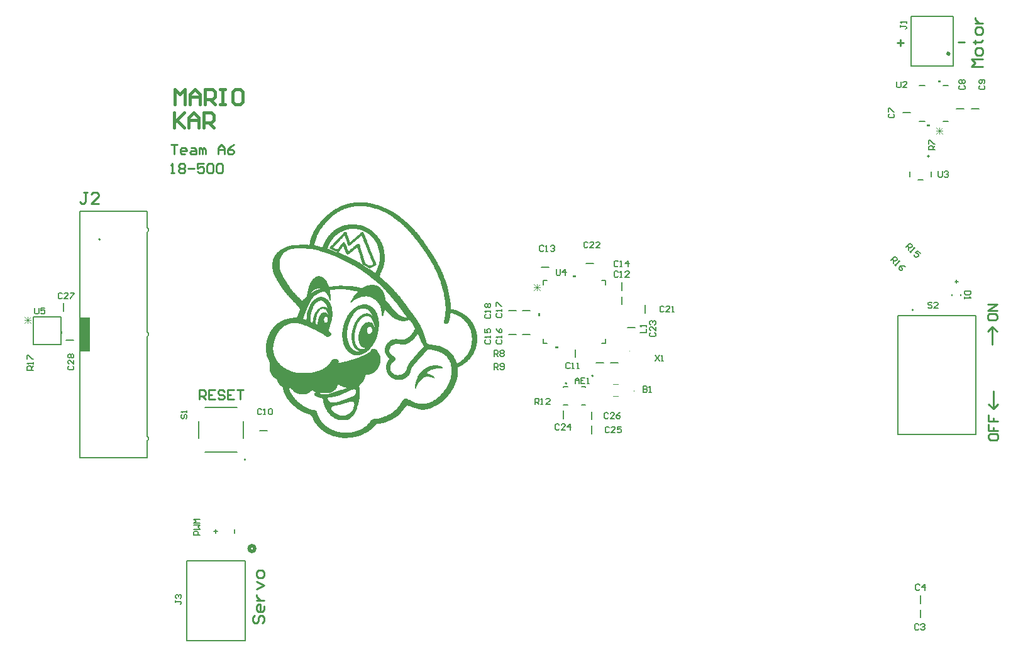
<source format=gto>
G04*
G04 #@! TF.GenerationSoftware,Altium Limited,Altium Designer,25.2.1 (25)*
G04*
G04 Layer_Color=65535*
%FSLAX25Y25*%
%MOIN*%
G70*
G04*
G04 #@! TF.SameCoordinates,2F33FC32-E69D-4905-AB7C-0DFD41B7419D*
G04*
G04*
G04 #@! TF.FilePolarity,Positive*
G04*
G01*
G75*
%ADD10C,0.00787*%
%ADD11C,0.00394*%
%ADD12C,0.00600*%
%ADD13C,0.02000*%
%ADD14C,0.01575*%
%ADD15C,0.00500*%
%ADD16C,0.01000*%
%ADD17C,0.00630*%
%ADD18C,0.00500*%
%ADD19C,0.00300*%
%ADD20C,0.01600*%
G36*
X38079Y163642D02*
Y181358D01*
X43000D01*
Y163642D01*
X38079D01*
D02*
G37*
G36*
X27420Y174266D02*
X28420D01*
Y172766D01*
X27420D01*
Y174266D01*
D02*
G37*
G36*
X189176Y242371D02*
X190548D01*
Y242219D01*
X191462D01*
Y242067D01*
X192224D01*
Y241914D01*
X192833D01*
Y241762D01*
X193443D01*
Y241610D01*
X193900D01*
Y241457D01*
X194509D01*
Y241305D01*
X194967D01*
Y241152D01*
X195424D01*
Y241000D01*
X196033D01*
Y240848D01*
X196338D01*
Y240695D01*
X196795D01*
Y240543D01*
X197252D01*
Y240390D01*
X197710D01*
Y240238D01*
X198167D01*
Y240086D01*
X198471D01*
Y239933D01*
X198929D01*
Y239781D01*
X199233D01*
Y239629D01*
X199690D01*
Y239476D01*
X199995D01*
Y239324D01*
X200300D01*
Y239171D01*
X200605D01*
Y239019D01*
X200909D01*
Y238867D01*
X201214D01*
Y238714D01*
X201519D01*
Y238562D01*
X201824D01*
Y238409D01*
X202129D01*
Y238257D01*
X202433D01*
Y238105D01*
X202738D01*
Y237952D01*
X203043D01*
Y237800D01*
X203348D01*
Y237648D01*
X203500D01*
Y237495D01*
X203805D01*
Y237343D01*
X204110D01*
Y237191D01*
X204262D01*
Y237038D01*
X204567D01*
Y236886D01*
X204871D01*
Y236733D01*
X205024D01*
Y236581D01*
X205329D01*
Y236429D01*
X205481D01*
Y236276D01*
X205786D01*
Y236124D01*
X205938D01*
Y235971D01*
X206090D01*
Y235819D01*
X206395D01*
Y235667D01*
X206548D01*
Y235514D01*
X206852D01*
Y235362D01*
X207005D01*
Y235209D01*
X207157D01*
Y235057D01*
X207310D01*
Y234905D01*
X207462D01*
Y234752D01*
X207767D01*
Y234600D01*
X207919D01*
Y234448D01*
X208071D01*
Y234295D01*
X208224D01*
Y234143D01*
X208376D01*
Y233991D01*
X208681D01*
Y233838D01*
X208833D01*
Y233686D01*
X208986D01*
Y233533D01*
X209138D01*
Y233381D01*
X209291D01*
Y233229D01*
X209443D01*
Y233076D01*
X209748D01*
Y232924D01*
X209900D01*
Y232771D01*
X210052D01*
Y232619D01*
X210205D01*
Y232467D01*
X210509D01*
Y232314D01*
X210662D01*
Y232162D01*
X210814D01*
Y232010D01*
X210967D01*
Y231857D01*
X211119D01*
Y231705D01*
X211271D01*
Y231552D01*
X211576D01*
Y231400D01*
X211729D01*
Y231248D01*
X211881D01*
Y231095D01*
X212033D01*
Y230943D01*
X212186D01*
Y230790D01*
X212338D01*
Y230638D01*
X212491D01*
Y230486D01*
X212643D01*
Y230333D01*
X212795D01*
Y230181D01*
X212948D01*
Y230029D01*
X213100D01*
Y229876D01*
X213252D01*
Y229724D01*
X213405D01*
Y229571D01*
X213557D01*
Y229419D01*
X213709D01*
Y229267D01*
X213862D01*
Y229114D01*
X214014D01*
Y228962D01*
X214167D01*
Y228809D01*
X214319D01*
Y228657D01*
X214471D01*
Y228505D01*
X214624D01*
Y228352D01*
X214776D01*
Y228200D01*
X214929D01*
Y228048D01*
X215081D01*
Y227895D01*
X215233D01*
Y227743D01*
X215386D01*
Y227590D01*
X215538D01*
Y227286D01*
X215690D01*
Y227133D01*
X215843D01*
Y226981D01*
X215995D01*
Y226829D01*
X216148D01*
Y226676D01*
X216300D01*
Y226524D01*
X216452D01*
Y226371D01*
X216605D01*
Y226219D01*
X216757D01*
Y225914D01*
X216910D01*
Y225762D01*
X217062D01*
Y225609D01*
X217214D01*
Y225457D01*
X217367D01*
Y225152D01*
X217519D01*
Y225000D01*
X217671D01*
Y224848D01*
X217824D01*
Y224695D01*
X217976D01*
Y224391D01*
X218129D01*
Y224238D01*
X218281D01*
Y224086D01*
X218433D01*
Y223933D01*
X218586D01*
Y223629D01*
X218738D01*
Y223476D01*
X218891D01*
Y223324D01*
X219043D01*
Y223019D01*
X219195D01*
Y222867D01*
X219348D01*
Y222714D01*
X219500D01*
Y222410D01*
X219652D01*
Y222257D01*
X219805D01*
Y222105D01*
X219957D01*
Y221800D01*
X220110D01*
Y221648D01*
X220262D01*
Y221343D01*
X220414D01*
Y221191D01*
X220567D01*
Y220886D01*
X220719D01*
Y220733D01*
X220871D01*
Y220581D01*
Y220429D01*
X221024D01*
Y220276D01*
X221176D01*
Y219971D01*
X221329D01*
Y219819D01*
X221481D01*
Y219514D01*
X221633D01*
Y219362D01*
X221786D01*
Y219057D01*
X221938D01*
Y218905D01*
X222091D01*
Y218600D01*
X222243D01*
Y218448D01*
X222395D01*
Y218295D01*
X222548D01*
Y217990D01*
X222700D01*
Y217838D01*
X222852D01*
Y217533D01*
X223005D01*
Y217381D01*
X223157D01*
Y217076D01*
X223309D01*
Y216924D01*
X223462D01*
Y216619D01*
X223614D01*
Y216467D01*
X223767D01*
Y216162D01*
X223919D01*
Y216009D01*
X224071D01*
Y215857D01*
X224224D01*
Y215552D01*
X224376D01*
Y215400D01*
X224529D01*
Y215095D01*
X224681D01*
Y214791D01*
X224833D01*
Y214638D01*
X224986D01*
Y214333D01*
X225138D01*
Y214181D01*
X225290D01*
Y213876D01*
X225443D01*
Y213571D01*
X225595D01*
Y213419D01*
X225748D01*
Y213114D01*
X225900D01*
Y212809D01*
X226052D01*
Y212657D01*
X226205D01*
Y212352D01*
X226357D01*
Y212048D01*
X226509D01*
Y211895D01*
X226662D01*
Y211591D01*
X226814D01*
Y211286D01*
X226967D01*
Y210981D01*
X227119D01*
Y210829D01*
X227271D01*
Y210524D01*
X227424D01*
Y210219D01*
X227576D01*
Y209914D01*
X227729D01*
Y209610D01*
X227881D01*
Y209305D01*
X228033D01*
Y209152D01*
X228186D01*
Y208848D01*
X228338D01*
Y208543D01*
X228490D01*
Y208238D01*
X228643D01*
Y207933D01*
X228795D01*
Y207629D01*
X228948D01*
Y207324D01*
X229100D01*
Y207019D01*
X229252D01*
Y206714D01*
X229405D01*
Y206257D01*
X229557D01*
Y205952D01*
X229710D01*
Y205648D01*
X229862D01*
Y205343D01*
X230014D01*
Y205038D01*
X230167D01*
Y204581D01*
X230319D01*
Y204276D01*
X230471D01*
Y203819D01*
X230624D01*
Y203514D01*
X230776D01*
Y203057D01*
X230929D01*
Y202600D01*
X231081D01*
Y202295D01*
X231233D01*
Y201838D01*
X231386D01*
Y201381D01*
X231538D01*
Y201076D01*
X231691D01*
Y200619D01*
X231843D01*
Y200162D01*
X231995D01*
Y199552D01*
X232148D01*
Y199248D01*
X232300D01*
Y198638D01*
X232452D01*
Y198181D01*
X232605D01*
Y197724D01*
X232757D01*
Y197114D01*
X232909D01*
Y196505D01*
X233062D01*
Y195743D01*
X233214D01*
Y194981D01*
X233367D01*
Y194219D01*
X233519D01*
Y193152D01*
X233671D01*
Y192391D01*
X233824D01*
Y191629D01*
X233976D01*
Y190562D01*
X234129D01*
Y189495D01*
X234281D01*
Y187819D01*
X234433D01*
Y186295D01*
X234586D01*
Y185991D01*
X234738D01*
Y185838D01*
X235652D01*
Y185686D01*
X236262D01*
Y185533D01*
X236871D01*
Y185381D01*
X237329D01*
Y185229D01*
X237786D01*
Y185076D01*
X238090D01*
Y184924D01*
X238548D01*
Y184771D01*
X238852D01*
Y184619D01*
X239157D01*
Y184467D01*
X239462D01*
Y184314D01*
X239767D01*
Y184162D01*
X239919D01*
Y184010D01*
X240224D01*
Y183857D01*
X240529D01*
Y183705D01*
X240681D01*
Y183552D01*
X240986D01*
Y183400D01*
X241138D01*
Y183248D01*
X241443D01*
Y183095D01*
X241748D01*
Y182943D01*
X241900D01*
Y182791D01*
X242052D01*
Y182638D01*
X242357D01*
Y182486D01*
X242510D01*
Y182333D01*
X242662D01*
Y182181D01*
X242814D01*
Y182029D01*
X242967D01*
Y181876D01*
X243271D01*
Y181724D01*
X243424D01*
Y181571D01*
X243576D01*
Y181419D01*
X243729D01*
Y181267D01*
X243881D01*
Y181114D01*
X244033D01*
Y180962D01*
X244186D01*
Y180809D01*
X244338D01*
Y180657D01*
X244491D01*
Y180352D01*
X244643D01*
Y180200D01*
X244795D01*
Y180048D01*
X244948D01*
Y179895D01*
X245100D01*
Y179743D01*
X245252D01*
Y179438D01*
X245405D01*
Y179286D01*
X245557D01*
Y179133D01*
X245709D01*
Y178829D01*
X245862D01*
Y178676D01*
X246014D01*
Y178371D01*
X246167D01*
Y178219D01*
X246319D01*
Y177914D01*
X246471D01*
Y177610D01*
X246624D01*
Y177305D01*
X246776D01*
Y177000D01*
X246929D01*
Y176695D01*
X247081D01*
Y176391D01*
X247233D01*
Y175933D01*
X247386D01*
Y175629D01*
X247538D01*
Y175171D01*
X247691D01*
Y174714D01*
X247843D01*
Y174105D01*
X247995D01*
Y173495D01*
X248148D01*
Y172429D01*
X248300D01*
Y167705D01*
X248148D01*
Y166638D01*
X247995D01*
Y166029D01*
X247843D01*
Y165419D01*
X247691D01*
Y164962D01*
X247538D01*
Y164657D01*
X247386D01*
Y164048D01*
X247233D01*
Y163743D01*
X247081D01*
Y163438D01*
X246929D01*
Y163133D01*
X246776D01*
Y162676D01*
X246624D01*
Y162524D01*
X246471D01*
Y162219D01*
X246319D01*
Y161914D01*
X246167D01*
Y161609D01*
X246014D01*
Y161457D01*
X245862D01*
Y161152D01*
X245709D01*
Y161000D01*
X245557D01*
Y160848D01*
X245405D01*
Y160543D01*
X245252D01*
Y160390D01*
X245100D01*
Y160238D01*
X244948D01*
Y160086D01*
X244795D01*
Y159781D01*
X244643D01*
Y159629D01*
X244491D01*
Y159476D01*
X244338D01*
Y159324D01*
X244186D01*
Y159171D01*
X244033D01*
Y159019D01*
X243881D01*
Y158867D01*
X243729D01*
Y158714D01*
X243576D01*
Y158562D01*
X243424D01*
Y158410D01*
X243271D01*
Y158257D01*
X243119D01*
Y158105D01*
X242967D01*
Y157952D01*
X242814D01*
Y157800D01*
X242510D01*
Y157648D01*
X242357D01*
Y157495D01*
X242205D01*
Y157343D01*
X242052D01*
Y157191D01*
X241748D01*
Y157038D01*
X241595D01*
Y156886D01*
X241290D01*
Y156733D01*
X241138D01*
Y156581D01*
X240986D01*
Y156429D01*
X240681D01*
Y156276D01*
X240376D01*
Y156124D01*
X240224D01*
Y155971D01*
X239919D01*
Y155819D01*
X239614D01*
Y155667D01*
X239310D01*
Y155514D01*
X239005D01*
Y155362D01*
X238700D01*
Y155210D01*
X238395D01*
Y155057D01*
X238090D01*
Y153990D01*
X238243D01*
Y151552D01*
X238090D01*
Y150638D01*
X237938D01*
Y149876D01*
X237786D01*
Y149114D01*
X237633D01*
Y148505D01*
X237481D01*
Y148048D01*
X237329D01*
Y147590D01*
X237176D01*
Y147133D01*
X237024D01*
Y146676D01*
X236871D01*
Y146219D01*
X236719D01*
Y145914D01*
X236567D01*
Y145609D01*
X236414D01*
Y145305D01*
X236262D01*
Y145000D01*
X236109D01*
Y144695D01*
X235957D01*
Y144238D01*
X235805D01*
Y144086D01*
X235652D01*
Y143781D01*
X235500D01*
Y143476D01*
X235348D01*
Y143171D01*
X235195D01*
Y143019D01*
X235043D01*
Y142714D01*
X234891D01*
Y142562D01*
X234738D01*
Y142257D01*
X234586D01*
Y142105D01*
X234433D01*
Y141800D01*
X234281D01*
Y141648D01*
X234129D01*
Y141343D01*
X233976D01*
Y141191D01*
X233824D01*
Y141038D01*
X233671D01*
Y140733D01*
X233519D01*
Y140581D01*
X233367D01*
Y140429D01*
X233214D01*
Y140276D01*
X233062D01*
Y139971D01*
X232909D01*
Y139819D01*
X232757D01*
Y139667D01*
X232605D01*
Y139514D01*
X232452D01*
Y139362D01*
X232300D01*
Y139057D01*
X232148D01*
Y138905D01*
X231995D01*
Y138752D01*
X231843D01*
Y138600D01*
X231691D01*
Y138448D01*
X231538D01*
Y138295D01*
X231386D01*
Y138143D01*
X231233D01*
Y137990D01*
X231081D01*
Y137838D01*
X230929D01*
Y137686D01*
X230776D01*
Y137533D01*
X230624D01*
Y137381D01*
X230319D01*
Y137229D01*
X230167D01*
Y137076D01*
X230014D01*
Y136924D01*
X229862D01*
Y136771D01*
X229710D01*
Y136619D01*
X229405D01*
Y136467D01*
X229252D01*
Y136314D01*
X229100D01*
Y136162D01*
X228948D01*
Y136010D01*
X228643D01*
Y135857D01*
X228490D01*
Y135705D01*
X228186D01*
Y135552D01*
X228033D01*
Y135400D01*
X227729D01*
Y135248D01*
X227424D01*
Y135095D01*
X227119D01*
Y134943D01*
X226814D01*
Y134791D01*
X226509D01*
Y134638D01*
X226205D01*
Y134486D01*
X225900D01*
Y134333D01*
X225595D01*
Y134181D01*
X225290D01*
Y134029D01*
X224986D01*
Y133876D01*
X224681D01*
Y133724D01*
X224376D01*
Y133571D01*
X223919D01*
Y133419D01*
X223614D01*
Y133267D01*
X223005D01*
Y133114D01*
X222395D01*
Y132962D01*
X221633D01*
Y132809D01*
X220719D01*
Y132657D01*
X218281D01*
Y132809D01*
X217519D01*
Y132962D01*
X217062D01*
Y133114D01*
X216605D01*
Y133267D01*
X215995D01*
Y133419D01*
X215386D01*
Y133571D01*
X214776D01*
Y133724D01*
X214319D01*
Y133876D01*
X213709D01*
Y134029D01*
X213252D01*
Y134181D01*
X212948D01*
Y134333D01*
X212643D01*
Y134486D01*
X212186D01*
Y134638D01*
X211881D01*
Y134791D01*
X211576D01*
Y134943D01*
X211119D01*
Y134791D01*
X210967D01*
Y134638D01*
X210814D01*
Y134486D01*
X210662D01*
Y134181D01*
X210509D01*
Y134029D01*
X210357D01*
Y133876D01*
X210205D01*
Y133571D01*
X210052D01*
Y133419D01*
X209900D01*
Y133267D01*
X209748D01*
Y133114D01*
X209595D01*
Y132809D01*
X209443D01*
Y132657D01*
X209291D01*
Y132505D01*
X209138D01*
Y132352D01*
X208986D01*
Y132200D01*
X208833D01*
Y131895D01*
X208681D01*
Y131743D01*
X208529D01*
Y131590D01*
X208376D01*
Y131438D01*
X208224D01*
Y131133D01*
X208071D01*
Y130981D01*
X207919D01*
Y130829D01*
X207767D01*
Y130676D01*
X207614D01*
Y130524D01*
X207462D01*
Y130371D01*
X207310D01*
Y130219D01*
X207157D01*
Y130067D01*
X207005D01*
Y129914D01*
X206852D01*
Y129762D01*
X206700D01*
Y129610D01*
X206548D01*
Y129457D01*
X206395D01*
Y129305D01*
X206243D01*
Y129152D01*
X205938D01*
Y129000D01*
X205786D01*
Y128848D01*
X205481D01*
Y128695D01*
X205329D01*
Y128543D01*
X205024D01*
Y128391D01*
X204871D01*
Y128238D01*
X204567D01*
Y128086D01*
X204262D01*
Y127933D01*
X203957D01*
Y127781D01*
X203652D01*
Y127629D01*
X203348D01*
Y127476D01*
X203195D01*
Y127324D01*
X202890D01*
Y127171D01*
X202586D01*
Y127019D01*
X202281D01*
Y126867D01*
X201976D01*
Y126714D01*
X201519D01*
Y126562D01*
X201214D01*
Y126409D01*
X200909D01*
Y126257D01*
X200452D01*
Y126105D01*
X200148D01*
Y125952D01*
X199690D01*
Y125800D01*
X199233D01*
Y125648D01*
X198624D01*
Y125495D01*
X198167D01*
Y125343D01*
X197557D01*
Y125190D01*
X196795D01*
Y125038D01*
X195119D01*
Y124886D01*
X194814D01*
Y124733D01*
X194662D01*
Y124581D01*
X194509D01*
Y124429D01*
X194357D01*
Y124124D01*
X194205D01*
Y123971D01*
X194052D01*
Y123819D01*
X193900D01*
Y123667D01*
X193748D01*
Y123514D01*
X193595D01*
Y123362D01*
X193443D01*
Y123210D01*
X193290D01*
Y123057D01*
X193138D01*
Y122905D01*
X192986D01*
Y122752D01*
X192833D01*
Y122600D01*
X192681D01*
Y122448D01*
X192529D01*
Y122295D01*
X192224D01*
Y122143D01*
X192071D01*
Y121991D01*
X191919D01*
Y121838D01*
X191767D01*
Y121686D01*
X191462D01*
Y121533D01*
X191309D01*
Y121381D01*
X191157D01*
Y121229D01*
X190852D01*
Y121076D01*
X190700D01*
Y120924D01*
X190395D01*
Y120771D01*
X190243D01*
Y120619D01*
X189938D01*
Y120467D01*
X189481D01*
Y120314D01*
X189329D01*
Y120162D01*
X188871D01*
Y120010D01*
X188567D01*
Y119857D01*
X188262D01*
Y119705D01*
X187957D01*
Y119552D01*
X187805D01*
Y119400D01*
X187348D01*
Y119248D01*
X187043D01*
Y119095D01*
X186738D01*
Y118943D01*
X186281D01*
Y118790D01*
X185824D01*
Y118638D01*
X185367D01*
Y118486D01*
X184909D01*
Y118333D01*
X184300D01*
Y118181D01*
X183538D01*
Y118029D01*
X182624D01*
Y117876D01*
X181557D01*
Y117724D01*
X179881D01*
Y117571D01*
X176833D01*
Y117724D01*
X175614D01*
Y117876D01*
X174700D01*
Y118029D01*
X174091D01*
Y118181D01*
X173329D01*
Y118333D01*
X172719D01*
Y118486D01*
X172262D01*
Y118638D01*
X171805D01*
Y118790D01*
X171348D01*
Y118943D01*
X171043D01*
Y119095D01*
X170586D01*
Y119248D01*
X170281D01*
Y119400D01*
X169976D01*
Y119552D01*
X169519D01*
Y119705D01*
X169214D01*
Y119857D01*
X168910D01*
Y120010D01*
X168757D01*
Y120162D01*
X168452D01*
Y120314D01*
X168148D01*
Y120467D01*
X167995D01*
Y120619D01*
X167691D01*
Y120771D01*
X167386D01*
Y120924D01*
X167233D01*
Y121076D01*
X166929D01*
Y121229D01*
X166776D01*
Y121381D01*
X166471D01*
Y121533D01*
X166319D01*
Y121686D01*
X166167D01*
Y121838D01*
X166014D01*
Y121991D01*
X165709D01*
Y122143D01*
X165557D01*
Y122295D01*
X165405D01*
Y122448D01*
X165252D01*
Y122600D01*
X164948D01*
Y122905D01*
X164795D01*
Y123057D01*
X164490D01*
Y123210D01*
X164338D01*
Y123514D01*
X164186D01*
Y123667D01*
X164033D01*
Y123819D01*
X163881D01*
Y123971D01*
X163729D01*
Y124124D01*
X163576D01*
Y124276D01*
X163424D01*
Y124429D01*
X163271D01*
Y124733D01*
X163119D01*
Y124886D01*
X162967D01*
Y125038D01*
X162814D01*
Y125343D01*
X162662D01*
Y125495D01*
X162510D01*
Y125800D01*
X162357D01*
Y125952D01*
X162205D01*
Y126257D01*
X162052D01*
Y126562D01*
X161900D01*
Y126867D01*
X161748D01*
Y127019D01*
X161595D01*
Y127324D01*
X161443D01*
Y127629D01*
X161291D01*
Y128086D01*
X161138D01*
Y128391D01*
X160986D01*
Y128695D01*
X160833D01*
Y129152D01*
X160681D01*
Y129305D01*
X160529D01*
Y129610D01*
X160224D01*
Y129762D01*
X159919D01*
Y129914D01*
X159614D01*
Y130067D01*
X159157D01*
Y130219D01*
X158700D01*
Y130371D01*
X158243D01*
Y130524D01*
X157786D01*
Y130676D01*
X157329D01*
Y130829D01*
X157024D01*
Y130981D01*
X156719D01*
Y131133D01*
X156414D01*
Y131286D01*
X156109D01*
Y131438D01*
X155805D01*
Y131590D01*
X155500D01*
Y131743D01*
X155195D01*
Y131895D01*
X154891D01*
Y132048D01*
X154586D01*
Y132200D01*
X154433D01*
Y132352D01*
X154129D01*
Y132505D01*
X153976D01*
Y132657D01*
X153671D01*
Y132809D01*
X153519D01*
Y132962D01*
X153214D01*
Y133114D01*
X153062D01*
Y133267D01*
X152910D01*
Y133419D01*
X152605D01*
Y133571D01*
X152452D01*
Y133724D01*
X152300D01*
Y133876D01*
X152148D01*
Y134029D01*
X151843D01*
Y134181D01*
X151690D01*
Y134333D01*
X151538D01*
Y134486D01*
X151386D01*
Y134638D01*
X151233D01*
Y134791D01*
X151081D01*
Y134943D01*
X150776D01*
Y135095D01*
X150624D01*
Y135248D01*
X150471D01*
Y135400D01*
X150319D01*
Y135552D01*
X150167D01*
Y135705D01*
X150014D01*
Y135857D01*
X149862D01*
Y136010D01*
X149709D01*
Y136162D01*
X149557D01*
Y136314D01*
X149405D01*
Y136467D01*
X149252D01*
Y136619D01*
X149100D01*
Y136771D01*
X148948D01*
Y136924D01*
X148795D01*
Y137076D01*
X148643D01*
Y137381D01*
X148491D01*
Y137533D01*
X148338D01*
Y137686D01*
X148186D01*
Y137990D01*
X148033D01*
Y138143D01*
X147881D01*
Y138295D01*
X147729D01*
Y138600D01*
X147576D01*
Y138752D01*
X147424D01*
Y139057D01*
X147271D01*
Y139209D01*
X147119D01*
Y139514D01*
X146967D01*
Y139819D01*
X146814D01*
Y140124D01*
X146662D01*
Y140429D01*
X146510D01*
Y140733D01*
X146357D01*
Y141038D01*
X146205D01*
Y141495D01*
X146052D01*
Y141952D01*
X145900D01*
Y142257D01*
X145748D01*
Y143019D01*
X145595D01*
Y143476D01*
X145443D01*
Y143933D01*
X145291D01*
Y144390D01*
X145138D01*
Y144543D01*
X144986D01*
Y144695D01*
X144833D01*
Y144848D01*
X144681D01*
Y145000D01*
X144376D01*
Y145152D01*
X144224D01*
Y145305D01*
X144071D01*
Y145457D01*
X143919D01*
Y145609D01*
X143767D01*
Y145762D01*
X143614D01*
Y145914D01*
X143462D01*
Y146219D01*
X143309D01*
Y146371D01*
X143157D01*
Y146524D01*
X143005D01*
Y146829D01*
X142852D01*
Y147133D01*
X142700D01*
Y147590D01*
X142548D01*
Y147895D01*
X142395D01*
Y148352D01*
X142243D01*
Y148657D01*
X142090D01*
Y148962D01*
X141786D01*
Y149114D01*
X141481D01*
Y149267D01*
X141176D01*
Y149419D01*
X140871D01*
Y149571D01*
X140719D01*
Y149724D01*
X140567D01*
Y149876D01*
X140262D01*
Y150181D01*
X139957D01*
Y150486D01*
X139805D01*
Y150638D01*
X139652D01*
Y150943D01*
X139500D01*
Y151095D01*
X139348D01*
Y151400D01*
X139195D01*
Y151705D01*
X139043D01*
Y152009D01*
X138891D01*
Y152467D01*
X138738D01*
Y152924D01*
X138586D01*
Y153533D01*
X138433D01*
Y154448D01*
X138281D01*
Y156429D01*
X138433D01*
Y156733D01*
X138281D01*
Y157952D01*
X138129D01*
Y158410D01*
X137976D01*
Y158867D01*
X137824D01*
Y159171D01*
X137671D01*
Y159629D01*
X137519D01*
Y159781D01*
X137367D01*
Y160086D01*
X137214D01*
Y160543D01*
X137062D01*
Y160848D01*
X136909D01*
Y161457D01*
X136757D01*
Y162067D01*
X136605D01*
Y162829D01*
X136452D01*
Y164048D01*
X136300D01*
Y166638D01*
X136452D01*
Y167705D01*
X136605D01*
Y168467D01*
X136757D01*
Y169076D01*
X136909D01*
Y169533D01*
X137062D01*
Y170143D01*
X137214D01*
Y170600D01*
X137367D01*
Y171057D01*
X137519D01*
Y171514D01*
X137671D01*
Y171819D01*
X137824D01*
Y172276D01*
X137976D01*
Y172581D01*
X138129D01*
Y172886D01*
X138281D01*
Y173190D01*
X138433D01*
Y173495D01*
X138586D01*
Y173800D01*
X138738D01*
Y173952D01*
X138891D01*
Y174257D01*
X139043D01*
Y174562D01*
X139195D01*
Y174714D01*
X139348D01*
Y175019D01*
X139500D01*
Y175171D01*
X139652D01*
Y175324D01*
X139805D01*
Y175629D01*
X139957D01*
Y175781D01*
X140110D01*
Y175933D01*
X140262D01*
Y176086D01*
X140414D01*
Y176238D01*
X140567D01*
Y176543D01*
X140719D01*
Y176695D01*
X140871D01*
Y176848D01*
X141024D01*
Y177000D01*
X141176D01*
Y177152D01*
X141329D01*
Y177305D01*
X141481D01*
Y177457D01*
X141633D01*
Y177610D01*
X141786D01*
Y177762D01*
X141938D01*
Y177914D01*
X142243D01*
Y178067D01*
X142395D01*
Y178219D01*
X142548D01*
Y178371D01*
X142700D01*
Y178524D01*
X143005D01*
Y178676D01*
X143157D01*
Y178829D01*
X143309D01*
Y178981D01*
X143614D01*
Y179133D01*
X143767D01*
Y179286D01*
X144071D01*
Y179438D01*
X144376D01*
Y179590D01*
X144681D01*
Y179743D01*
X144986D01*
Y179895D01*
X145291D01*
Y180048D01*
X145595D01*
Y180200D01*
X146052D01*
Y180352D01*
X146357D01*
Y180505D01*
X146814D01*
Y180657D01*
X147424D01*
Y180809D01*
X148033D01*
Y180962D01*
X148795D01*
Y181114D01*
X149709D01*
Y181267D01*
X150929D01*
Y181419D01*
X151843D01*
Y181571D01*
X152910D01*
Y181876D01*
X153062D01*
Y182333D01*
X153214D01*
Y182638D01*
X153367D01*
Y183095D01*
X153519D01*
Y183552D01*
X153671D01*
Y183857D01*
X153824D01*
Y184314D01*
X153976D01*
Y184771D01*
X154129D01*
Y185229D01*
X154281D01*
Y185533D01*
X154433D01*
Y186143D01*
X154281D01*
Y186295D01*
X154129D01*
Y186600D01*
X153976D01*
Y186752D01*
X153824D01*
Y186905D01*
X153671D01*
Y187057D01*
X153519D01*
Y187209D01*
X153367D01*
Y187514D01*
X153214D01*
Y187667D01*
X153062D01*
Y187819D01*
X152910D01*
Y187971D01*
X152757D01*
Y188124D01*
X152605D01*
Y188276D01*
X152452D01*
Y188581D01*
X152300D01*
Y188733D01*
X152148D01*
Y188886D01*
X151995D01*
Y189038D01*
X151843D01*
Y189190D01*
X151690D01*
Y189343D01*
X151538D01*
Y189495D01*
X151386D01*
Y189648D01*
X151233D01*
Y189800D01*
X151081D01*
Y189952D01*
X150929D01*
Y190105D01*
X150776D01*
Y190257D01*
X150624D01*
Y190410D01*
X150471D01*
Y190562D01*
X150319D01*
Y190714D01*
X150167D01*
Y190867D01*
X150014D01*
Y191171D01*
X149709D01*
Y191476D01*
X149557D01*
Y191629D01*
X149405D01*
Y191781D01*
X149252D01*
Y191933D01*
X149100D01*
Y192086D01*
X148948D01*
Y192238D01*
X148795D01*
Y192391D01*
X148643D01*
Y192543D01*
X148491D01*
Y192695D01*
X148338D01*
Y193000D01*
X148186D01*
Y193152D01*
X148033D01*
Y193305D01*
X147881D01*
Y193457D01*
X147729D01*
Y193609D01*
X147576D01*
Y193762D01*
X147424D01*
Y193914D01*
X147271D01*
Y194219D01*
X147119D01*
Y194371D01*
X146967D01*
Y194524D01*
X146814D01*
Y194676D01*
X146662D01*
Y194829D01*
X146510D01*
Y195133D01*
X146357D01*
Y195286D01*
X146205D01*
Y195438D01*
X146052D01*
Y195743D01*
X145900D01*
Y195895D01*
X145748D01*
Y196048D01*
X145595D01*
Y196352D01*
X145443D01*
Y196505D01*
X145291D01*
Y196657D01*
X145138D01*
Y196962D01*
X144986D01*
Y197114D01*
X144833D01*
Y197419D01*
X144681D01*
Y197571D01*
X144529D01*
Y197876D01*
X144376D01*
Y198029D01*
X144224D01*
Y198181D01*
X144071D01*
Y198486D01*
X143919D01*
Y198638D01*
X143767D01*
Y198943D01*
X143614D01*
Y199248D01*
X143462D01*
Y199552D01*
X143309D01*
Y199705D01*
X143157D01*
Y199857D01*
X143005D01*
Y200162D01*
X142852D01*
Y200467D01*
X142700D01*
Y200771D01*
X142548D01*
Y200924D01*
X142395D01*
Y201229D01*
X142243D01*
Y201533D01*
X142090D01*
Y201838D01*
X141938D01*
Y202143D01*
X141786D01*
Y202295D01*
X141633D01*
Y202600D01*
X141481D01*
Y202905D01*
X141329D01*
Y203209D01*
X141176D01*
Y203514D01*
X141024D01*
Y203971D01*
X140871D01*
Y204276D01*
X140719D01*
Y204581D01*
X140567D01*
Y205038D01*
X140414D01*
Y205495D01*
X140262D01*
Y205952D01*
X140110D01*
Y206562D01*
X139957D01*
Y207324D01*
X139805D01*
Y210676D01*
X139957D01*
Y211438D01*
X140110D01*
Y212048D01*
X140262D01*
Y212505D01*
X140414D01*
Y212962D01*
X140567D01*
Y213267D01*
X140719D01*
Y213571D01*
X140871D01*
Y213876D01*
X141024D01*
Y214181D01*
X141176D01*
Y214486D01*
X141329D01*
Y214638D01*
X141481D01*
Y214791D01*
X141633D01*
Y215095D01*
X141786D01*
Y215248D01*
X141938D01*
Y215400D01*
X142090D01*
Y215552D01*
X142243D01*
Y215705D01*
X142395D01*
Y215857D01*
X142548D01*
Y216009D01*
X142700D01*
Y216162D01*
X142852D01*
Y216314D01*
X143005D01*
Y216467D01*
X143157D01*
Y216619D01*
X143309D01*
Y216771D01*
X143614D01*
Y216924D01*
X143767D01*
Y217076D01*
X143919D01*
Y217229D01*
X144224D01*
Y217381D01*
X144529D01*
Y217533D01*
X144681D01*
Y217686D01*
X144986D01*
Y217838D01*
X145291D01*
Y217990D01*
X145595D01*
Y218143D01*
X145748D01*
Y218295D01*
X146052D01*
Y218448D01*
X146357D01*
Y218600D01*
X146814D01*
Y218752D01*
X147119D01*
Y218905D01*
X147576D01*
Y219057D01*
X148033D01*
Y219210D01*
X148491D01*
Y219362D01*
X149252D01*
Y219514D01*
X149862D01*
Y219667D01*
X150929D01*
Y219819D01*
X152605D01*
Y219971D01*
X154129D01*
Y220124D01*
X158852D01*
Y219971D01*
X159462D01*
Y220581D01*
X159614D01*
Y221343D01*
X159767D01*
Y222105D01*
X159919D01*
Y222562D01*
X160071D01*
Y223019D01*
X160224D01*
Y223476D01*
X160376D01*
Y223933D01*
X160529D01*
Y224391D01*
X160681D01*
Y224695D01*
X160833D01*
Y225152D01*
X160986D01*
Y225457D01*
X161138D01*
Y225914D01*
X161291D01*
Y226219D01*
X161443D01*
Y226524D01*
X161595D01*
Y226829D01*
X161748D01*
Y227133D01*
X161900D01*
Y227438D01*
X162052D01*
Y227590D01*
X162205D01*
Y227895D01*
X162357D01*
Y228200D01*
X162510D01*
Y228505D01*
X162662D01*
Y228657D01*
X162814D01*
Y228962D01*
X162967D01*
Y229114D01*
X163119D01*
Y229419D01*
X163271D01*
Y229571D01*
X163424D01*
Y229876D01*
X163576D01*
Y230029D01*
X163729D01*
Y230181D01*
X163881D01*
Y230486D01*
X164033D01*
Y230638D01*
X164186D01*
Y230790D01*
X164338D01*
Y231095D01*
X164490D01*
Y231248D01*
X164643D01*
Y231400D01*
X164795D01*
Y231552D01*
X164948D01*
Y231857D01*
X165100D01*
Y232010D01*
X165252D01*
Y232162D01*
X165405D01*
Y232314D01*
X165557D01*
Y232467D01*
X165709D01*
Y232619D01*
X165862D01*
Y232771D01*
X166014D01*
Y233076D01*
X166167D01*
Y233229D01*
X166319D01*
Y233381D01*
X166471D01*
Y233533D01*
X166624D01*
Y233686D01*
X166776D01*
Y233838D01*
X166929D01*
Y233991D01*
X167081D01*
Y234143D01*
X167233D01*
Y234295D01*
X167386D01*
Y234448D01*
X167538D01*
Y234600D01*
X167691D01*
Y234752D01*
X167843D01*
Y234905D01*
X167995D01*
Y235057D01*
X168148D01*
Y235209D01*
X168452D01*
Y235362D01*
X168605D01*
Y235514D01*
X168757D01*
Y235667D01*
X168910D01*
Y235819D01*
X169062D01*
Y235971D01*
X169214D01*
Y236124D01*
X169367D01*
Y236276D01*
X169671D01*
Y236429D01*
X169824D01*
Y236581D01*
X169976D01*
Y236733D01*
X170129D01*
Y236886D01*
X170433D01*
Y237038D01*
X170586D01*
Y237191D01*
X170738D01*
Y237343D01*
X171043D01*
Y237495D01*
X171195D01*
Y237648D01*
X171348D01*
Y237800D01*
X171652D01*
Y237952D01*
X171805D01*
Y238105D01*
X172109D01*
Y238257D01*
X172262D01*
Y238409D01*
X172414D01*
Y238562D01*
X172719D01*
Y238714D01*
X173024D01*
Y238867D01*
X173176D01*
Y239019D01*
X173481D01*
Y239171D01*
X173786D01*
Y239324D01*
X174091D01*
Y239476D01*
X174243D01*
Y239629D01*
X174700D01*
Y239781D01*
X174852D01*
Y239933D01*
X175157D01*
Y240086D01*
X175462D01*
Y240238D01*
X175919D01*
Y240390D01*
X176224D01*
Y240543D01*
X176529D01*
Y240695D01*
X176833D01*
Y240848D01*
X177290D01*
Y241000D01*
X177748D01*
Y241152D01*
X178052D01*
Y241305D01*
X178509D01*
Y241457D01*
X178967D01*
Y241610D01*
X179576D01*
Y241762D01*
X180033D01*
Y241914D01*
X180795D01*
Y242067D01*
X181710D01*
Y242219D01*
X182929D01*
Y242371D01*
X184757D01*
Y242524D01*
X189176D01*
Y242371D01*
D02*
G37*
G36*
X291301Y166281D02*
X289801D01*
Y165281D01*
X291301D01*
Y166281D01*
D02*
G37*
G36*
X281750Y183707D02*
X280750D01*
Y182207D01*
X281750D01*
Y183707D01*
D02*
G37*
G36*
X300750Y202782D02*
X299250D01*
Y203782D01*
X300750D01*
Y202782D01*
D02*
G37*
G36*
X486797Y283782D02*
X488297D01*
Y282782D01*
X486797D01*
Y283782D01*
D02*
G37*
G36*
X492703Y306281D02*
X494203D01*
Y307281D01*
X492703D01*
Y306281D01*
D02*
G37*
%LPC*%
G36*
X177443Y219210D02*
X177290D01*
Y219057D01*
X177138D01*
Y218905D01*
X176986D01*
Y218752D01*
X176833D01*
Y218448D01*
X176681D01*
Y218295D01*
X176529D01*
Y218143D01*
X176376D01*
Y217838D01*
X176224D01*
Y217686D01*
X176071D01*
Y217533D01*
X175919D01*
Y217381D01*
X175767D01*
Y217076D01*
X175614D01*
Y216924D01*
X175462D01*
Y216771D01*
X175310D01*
Y216619D01*
X175157D01*
Y216314D01*
X175005D01*
Y216162D01*
X174852D01*
Y216009D01*
X175157D01*
Y215857D01*
X175462D01*
Y215705D01*
X175767D01*
Y215552D01*
X176071D01*
Y215400D01*
X176529D01*
Y215248D01*
X176833D01*
Y215095D01*
X177138D01*
Y214943D01*
X177443D01*
Y214791D01*
X177900D01*
Y214638D01*
X178205D01*
Y214486D01*
X178509D01*
Y214333D01*
X178814D01*
Y214181D01*
X179119D01*
Y214029D01*
X179576D01*
Y213876D01*
X179881D01*
Y213724D01*
X180186D01*
Y213571D01*
X180491D01*
Y213419D01*
X180795D01*
Y213267D01*
X181100D01*
Y213114D01*
X181405D01*
Y212962D01*
X181710D01*
Y212809D01*
X182014D01*
Y212657D01*
X182319D01*
Y212505D01*
X182624D01*
Y212352D01*
X182929D01*
Y212200D01*
X183233D01*
Y212048D01*
X183538D01*
Y211895D01*
X183843D01*
Y211743D01*
X184148D01*
Y211591D01*
X184452D01*
Y211438D01*
X184605D01*
Y211286D01*
X184909D01*
Y211133D01*
X185214D01*
Y210981D01*
X185519D01*
Y210829D01*
X185671D01*
Y210676D01*
X185976D01*
Y210524D01*
X186281D01*
Y210371D01*
X186433D01*
Y210219D01*
X186738D01*
Y210067D01*
X186890D01*
Y209914D01*
X187195D01*
Y209762D01*
X187348D01*
Y209610D01*
X187652D01*
Y209914D01*
X187500D01*
Y210524D01*
X187348D01*
Y210981D01*
X187195D01*
Y211438D01*
X187043D01*
Y211895D01*
X186890D01*
Y212505D01*
X186738D01*
Y212962D01*
X186586D01*
Y213419D01*
X186433D01*
Y213876D01*
X186281D01*
Y214486D01*
X186129D01*
Y214943D01*
X185976D01*
Y215400D01*
X185824D01*
Y215857D01*
X185671D01*
Y216314D01*
X185519D01*
Y216771D01*
X185367D01*
Y217381D01*
X185214D01*
Y217838D01*
X185062D01*
Y218295D01*
X184909D01*
Y218752D01*
X184605D01*
Y218600D01*
X184452D01*
Y218448D01*
X184300D01*
Y218295D01*
X184148D01*
Y218143D01*
X183995D01*
Y217990D01*
X183843D01*
Y217838D01*
X183538D01*
Y217686D01*
X183386D01*
Y217533D01*
X183233D01*
Y217381D01*
X183081D01*
Y217229D01*
X182929D01*
Y217076D01*
X182624D01*
Y216924D01*
X182471D01*
Y216771D01*
X182319D01*
Y216619D01*
X182167D01*
Y216467D01*
X182014D01*
Y216314D01*
X181862D01*
Y216162D01*
X181557D01*
Y216009D01*
X181405D01*
Y215857D01*
X181252D01*
Y215705D01*
X181100D01*
Y215552D01*
X180795D01*
Y215400D01*
X180643D01*
Y215248D01*
X180338D01*
Y215095D01*
X180033D01*
Y214943D01*
X179424D01*
Y215095D01*
X179119D01*
Y215248D01*
X178967D01*
Y215400D01*
X178814D01*
Y215705D01*
X178662D01*
Y216162D01*
X178509D01*
Y216619D01*
X178357D01*
Y217076D01*
X178205D01*
Y217381D01*
X178052D01*
Y217838D01*
X177900D01*
Y218295D01*
X177748D01*
Y218752D01*
X177595D01*
Y219057D01*
X177443D01*
Y219210D01*
D02*
G37*
G36*
X178052Y224848D02*
X177900D01*
Y224695D01*
X177748D01*
Y224543D01*
X177595D01*
Y224391D01*
X177443D01*
Y224238D01*
X177290D01*
Y224086D01*
X177138D01*
Y223781D01*
X176986D01*
Y223629D01*
X176833D01*
Y223476D01*
X176681D01*
Y223324D01*
X176529D01*
Y223171D01*
X176376D01*
Y223019D01*
X176224D01*
Y222867D01*
X176071D01*
Y222714D01*
X175919D01*
Y222562D01*
X175767D01*
Y222410D01*
X175614D01*
Y222257D01*
X175462D01*
Y222105D01*
X175310D01*
Y221952D01*
X175157D01*
Y221800D01*
X175005D01*
Y221648D01*
Y221495D01*
X174852D01*
Y221343D01*
X174700D01*
Y221191D01*
X174548D01*
Y221038D01*
X174395D01*
Y220886D01*
X174243D01*
Y220733D01*
X174091D01*
Y220581D01*
X173938D01*
Y220429D01*
X173786D01*
Y220276D01*
X173633D01*
Y220124D01*
X173481D01*
Y219971D01*
X173329D01*
Y219819D01*
X173176D01*
Y219514D01*
X173024D01*
Y219362D01*
X172871D01*
Y219210D01*
X172719D01*
Y219057D01*
X172567D01*
Y218905D01*
X172414D01*
Y218752D01*
X172262D01*
Y218448D01*
X172567D01*
Y218295D01*
X172871D01*
Y218143D01*
X173176D01*
Y217990D01*
X173481D01*
Y217838D01*
X173633D01*
Y217686D01*
X174395D01*
Y217838D01*
X174548D01*
Y217990D01*
X174700D01*
Y218143D01*
X174852D01*
Y218295D01*
X175005D01*
Y218448D01*
X175157D01*
Y218752D01*
X175310D01*
Y218905D01*
X175462D01*
Y219057D01*
X175614D01*
Y219210D01*
X175767D01*
Y219514D01*
X175919D01*
Y219667D01*
X176071D01*
Y219819D01*
X176224D01*
Y220124D01*
X176376D01*
Y220276D01*
X176529D01*
Y220429D01*
X176681D01*
Y220581D01*
X176833D01*
Y220733D01*
X176986D01*
Y220886D01*
X177138D01*
Y221038D01*
X177290D01*
Y221191D01*
X177443D01*
Y221343D01*
X177595D01*
Y221495D01*
X177900D01*
Y221343D01*
X178052D01*
Y221191D01*
X178205D01*
Y220886D01*
X178357D01*
Y220581D01*
X178509D01*
Y220429D01*
X178662D01*
Y219971D01*
X178814D01*
Y219667D01*
X178967D01*
Y219362D01*
X179119D01*
Y219057D01*
X179271D01*
Y218600D01*
X179424D01*
Y218295D01*
X179576D01*
Y217838D01*
X179729D01*
Y217533D01*
X179881D01*
Y217229D01*
X180033D01*
Y216771D01*
X180491D01*
Y216924D01*
X180643D01*
Y217076D01*
X180795D01*
Y217229D01*
X180948D01*
Y217381D01*
X181100D01*
Y217533D01*
X181252D01*
Y217686D01*
X181557D01*
Y217838D01*
X181710D01*
Y217990D01*
X181862D01*
Y218143D01*
X182014D01*
Y218295D01*
X182319D01*
Y218448D01*
X182471D01*
Y218600D01*
X182624D01*
Y218752D01*
X182776D01*
Y218905D01*
X182929D01*
Y219057D01*
X183081D01*
Y219210D01*
X183386D01*
Y219362D01*
X183538D01*
Y219514D01*
X183691D01*
Y219667D01*
X183843D01*
Y219819D01*
X183995D01*
Y219971D01*
X184148D01*
Y220124D01*
X184452D01*
Y220276D01*
X184605D01*
Y220429D01*
X184757D01*
Y220581D01*
X185367D01*
Y220733D01*
X185519D01*
Y220581D01*
X185824D01*
Y220429D01*
X185976D01*
Y220124D01*
X186129D01*
Y219667D01*
X186281D01*
Y219210D01*
X186433D01*
Y218600D01*
X186586D01*
Y218143D01*
X186738D01*
Y217686D01*
X186890D01*
Y217229D01*
X187043D01*
Y216619D01*
X187195D01*
Y216162D01*
X187348D01*
Y215705D01*
X187500D01*
Y215248D01*
X187652D01*
Y214638D01*
X187805D01*
Y214181D01*
X187957D01*
Y213724D01*
X188110D01*
Y213267D01*
X188262D01*
Y212809D01*
X188414D01*
Y212200D01*
X188567D01*
Y211743D01*
X188719D01*
Y211133D01*
X188871D01*
Y210829D01*
X189024D01*
Y210524D01*
X189176D01*
Y210219D01*
X189329D01*
Y210067D01*
X189481D01*
Y209914D01*
X189633D01*
Y209762D01*
X189938D01*
Y209610D01*
X190091D01*
Y209457D01*
X190548D01*
Y209305D01*
X190852D01*
Y209152D01*
X191157D01*
Y209000D01*
X191919D01*
Y209152D01*
X192376D01*
Y209305D01*
X192681D01*
Y209457D01*
X192986D01*
Y209610D01*
X193138D01*
Y210371D01*
X192986D01*
Y210829D01*
X192833D01*
Y211133D01*
X192681D01*
Y211438D01*
X192529D01*
Y211895D01*
X192376D01*
Y212200D01*
X192224D01*
Y212505D01*
X192071D01*
Y212962D01*
X191919D01*
Y213267D01*
X191767D01*
Y213571D01*
X191614D01*
Y214029D01*
X191462D01*
Y214333D01*
X191309D01*
Y214791D01*
X191157D01*
Y215095D01*
X191005D01*
Y215552D01*
X190852D01*
Y215857D01*
X190700D01*
Y216162D01*
X190548D01*
Y216619D01*
X190395D01*
Y217076D01*
X190243D01*
Y217381D01*
X190091D01*
Y217838D01*
X189938D01*
Y218143D01*
X189786D01*
Y218600D01*
X189633D01*
Y218905D01*
X189481D01*
Y219210D01*
X189329D01*
Y219667D01*
X189176D01*
Y219971D01*
X189024D01*
Y220429D01*
X188871D01*
Y220733D01*
X188719D01*
Y221191D01*
X188567D01*
Y221495D01*
X188414D01*
Y221800D01*
X188262D01*
Y222257D01*
X188110D01*
Y222714D01*
X187957D01*
Y223019D01*
X187805D01*
Y223476D01*
X187652D01*
Y223781D01*
X187500D01*
Y224238D01*
X187348D01*
Y224543D01*
X187195D01*
Y224695D01*
X186738D01*
Y224543D01*
X186586D01*
Y224391D01*
X186281D01*
Y224238D01*
X186129D01*
Y224086D01*
X185976D01*
Y223933D01*
X185824D01*
Y223781D01*
X185671D01*
Y223629D01*
X185519D01*
Y223476D01*
X185367D01*
Y223324D01*
X185214D01*
Y223171D01*
X184909D01*
Y223019D01*
X184757D01*
Y222867D01*
X184605D01*
Y222714D01*
X184452D01*
Y222562D01*
X184300D01*
Y222410D01*
X184148D01*
Y222257D01*
X183995D01*
Y222105D01*
X183843D01*
Y221952D01*
X183538D01*
Y221800D01*
X183386D01*
Y221648D01*
X183233D01*
Y221495D01*
X183081D01*
Y221343D01*
X182929D01*
Y221191D01*
X182776D01*
Y221038D01*
X182471D01*
Y220886D01*
X182319D01*
Y220733D01*
X182167D01*
Y220581D01*
X182014D01*
Y220429D01*
X181862D01*
Y220276D01*
X181557D01*
Y220124D01*
X181405D01*
Y219971D01*
X181252D01*
Y219819D01*
X181100D01*
Y219667D01*
X180795D01*
Y219514D01*
X180186D01*
Y219667D01*
X180033D01*
Y219819D01*
X179881D01*
Y220124D01*
X179729D01*
Y220581D01*
X179576D01*
Y221038D01*
X179424D01*
Y221495D01*
X179271D01*
Y221952D01*
X179119D01*
Y222410D01*
X178967D01*
Y222867D01*
X178814D01*
Y223324D01*
X178662D01*
Y223629D01*
X178509D01*
Y224086D01*
X178357D01*
Y224391D01*
X178205D01*
Y224695D01*
X178052D01*
Y224848D01*
D02*
G37*
G36*
X184605Y228352D02*
X180491D01*
Y228200D01*
X179576D01*
Y228048D01*
X178967D01*
Y227895D01*
X178509D01*
Y227743D01*
X178052D01*
Y227590D01*
X177748D01*
Y227438D01*
X177290D01*
Y227286D01*
X176986D01*
Y227133D01*
X176681D01*
Y226981D01*
X176376D01*
Y226829D01*
X176071D01*
Y226676D01*
X175767D01*
Y226524D01*
X175614D01*
Y226371D01*
X175310D01*
Y226219D01*
X175005D01*
Y226067D01*
X174852D01*
Y225914D01*
X174700D01*
Y225762D01*
X174395D01*
Y225609D01*
X174243D01*
Y225457D01*
X174091D01*
Y225305D01*
X173938D01*
Y225152D01*
X173786D01*
Y225000D01*
X173481D01*
Y224848D01*
X173329D01*
Y224695D01*
X173176D01*
Y224543D01*
X173024D01*
Y224391D01*
X172871D01*
Y224238D01*
X172719D01*
Y224086D01*
X172567D01*
Y223933D01*
X172414D01*
Y223781D01*
X172262D01*
Y223629D01*
X172109D01*
Y223476D01*
X171957D01*
Y223171D01*
X171805D01*
Y223019D01*
X171652D01*
Y222867D01*
X171500D01*
Y222714D01*
X171348D01*
Y222410D01*
X171195D01*
Y222257D01*
X171043D01*
Y221952D01*
X170890D01*
Y221800D01*
X170738D01*
Y221495D01*
X170586D01*
Y221343D01*
X170433D01*
Y221038D01*
X170281D01*
Y220733D01*
X170129D01*
Y220429D01*
X169976D01*
Y220124D01*
X169824D01*
Y219819D01*
X169671D01*
Y219362D01*
X169519D01*
Y219057D01*
X169367D01*
Y218600D01*
X169214D01*
Y217990D01*
X169519D01*
Y217838D01*
X169824D01*
Y217686D01*
X170129D01*
Y217533D01*
X170586D01*
Y217381D01*
X170890D01*
Y217229D01*
X171348D01*
Y217076D01*
X171652D01*
Y216924D01*
X171957D01*
Y216771D01*
X172414D01*
Y216619D01*
X172719D01*
Y216467D01*
X173024D01*
Y216314D01*
X173481D01*
Y216162D01*
X173938D01*
Y216467D01*
X173633D01*
Y216619D01*
X173176D01*
Y216771D01*
X172871D01*
Y216924D01*
X172567D01*
Y217076D01*
X172109D01*
Y217229D01*
X171805D01*
Y217381D01*
X171348D01*
Y217533D01*
X171043D01*
Y217686D01*
X170738D01*
Y217838D01*
X170433D01*
Y217990D01*
X170281D01*
Y218143D01*
X170129D01*
Y218448D01*
X170281D01*
Y218752D01*
X170433D01*
Y218905D01*
X170586D01*
Y219057D01*
X170738D01*
Y219210D01*
X170890D01*
Y219362D01*
X171043D01*
Y219514D01*
X171195D01*
Y219667D01*
X171348D01*
Y219819D01*
X171500D01*
Y219971D01*
X171652D01*
Y220124D01*
X171805D01*
Y220276D01*
X171957D01*
Y220429D01*
X172109D01*
Y220581D01*
X172262D01*
Y220733D01*
X172414D01*
Y221038D01*
X172567D01*
Y221191D01*
X172719D01*
Y221343D01*
X172871D01*
Y221495D01*
X173024D01*
Y221648D01*
X173176D01*
Y221800D01*
X173329D01*
Y221952D01*
X173481D01*
Y222105D01*
X173633D01*
Y222257D01*
X173786D01*
Y222410D01*
X173938D01*
Y222562D01*
X174091D01*
Y222714D01*
X174243D01*
Y222867D01*
X174395D01*
Y223019D01*
X174548D01*
Y223171D01*
X174700D01*
Y223324D01*
X174852D01*
Y223476D01*
X175005D01*
Y223629D01*
X175157D01*
Y223781D01*
X175310D01*
Y223933D01*
X175462D01*
Y224086D01*
X175614D01*
Y224238D01*
X175767D01*
Y224391D01*
X175919D01*
Y224543D01*
X176071D01*
Y224695D01*
X176224D01*
Y224848D01*
X176376D01*
Y225000D01*
X176529D01*
Y225152D01*
X176681D01*
Y225457D01*
X176986D01*
Y225762D01*
X177290D01*
Y225914D01*
X177443D01*
Y226219D01*
X177595D01*
Y226371D01*
X177748D01*
Y226524D01*
X177900D01*
Y226676D01*
X178205D01*
Y226829D01*
X178967D01*
Y226676D01*
X179119D01*
Y226524D01*
X179271D01*
Y226219D01*
X179424D01*
Y225762D01*
X179576D01*
Y225305D01*
X179729D01*
Y224848D01*
X179881D01*
Y224543D01*
X180033D01*
Y223933D01*
X180186D01*
Y223629D01*
X180338D01*
Y223019D01*
X180491D01*
Y222562D01*
X180643D01*
Y222105D01*
X180795D01*
Y221648D01*
X180948D01*
Y221495D01*
X181100D01*
Y221648D01*
X181405D01*
Y221800D01*
X181557D01*
Y221952D01*
X181710D01*
Y222105D01*
X181862D01*
Y222257D01*
X182167D01*
Y222410D01*
X182319D01*
Y222562D01*
X182471D01*
Y222714D01*
X182624D01*
Y222867D01*
X182776D01*
Y223019D01*
X182929D01*
Y223171D01*
X183233D01*
Y223324D01*
X183386D01*
Y223476D01*
X183538D01*
Y223629D01*
X183691D01*
Y223781D01*
X183843D01*
Y223933D01*
X183995D01*
Y224086D01*
X184148D01*
Y224238D01*
X184452D01*
Y224391D01*
X184605D01*
Y224543D01*
X184757D01*
Y224695D01*
X184909D01*
Y224848D01*
X185062D01*
Y225000D01*
X185214D01*
Y225152D01*
X185367D01*
Y225305D01*
X185671D01*
Y225457D01*
X185824D01*
Y225609D01*
X185976D01*
Y225762D01*
X186129D01*
Y225914D01*
X186281D01*
Y226067D01*
X186433D01*
Y226219D01*
X186586D01*
Y226371D01*
X186890D01*
Y226524D01*
X187043D01*
Y226676D01*
X187348D01*
Y226829D01*
X187957D01*
Y226676D01*
X188110D01*
Y226524D01*
X188262D01*
Y226219D01*
X188414D01*
Y225914D01*
X188567D01*
Y225457D01*
X188719D01*
Y225152D01*
X188871D01*
Y224695D01*
X189024D01*
Y224391D01*
X189176D01*
Y223933D01*
X189329D01*
Y223629D01*
X189481D01*
Y223171D01*
X189633D01*
Y222714D01*
X189786D01*
Y222410D01*
X189938D01*
Y221952D01*
X190091D01*
Y221648D01*
X190243D01*
Y221191D01*
X190395D01*
Y220733D01*
X190548D01*
Y220429D01*
X190700D01*
Y219971D01*
X190852D01*
Y219667D01*
X191005D01*
Y219210D01*
X191157D01*
Y218752D01*
X191309D01*
Y218448D01*
X191462D01*
Y217990D01*
X191614D01*
Y217686D01*
X191767D01*
Y217229D01*
X191919D01*
Y216924D01*
X192071D01*
Y216619D01*
X192224D01*
Y216162D01*
X192376D01*
Y215705D01*
X192529D01*
Y215400D01*
X192681D01*
Y215095D01*
X192833D01*
Y214638D01*
X192986D01*
Y214333D01*
X193138D01*
Y213876D01*
X193290D01*
Y213571D01*
X193443D01*
Y213267D01*
X193595D01*
Y212809D01*
X193748D01*
Y212505D01*
X193900D01*
Y212200D01*
X194052D01*
Y211743D01*
X194205D01*
Y211438D01*
X194357D01*
Y210981D01*
X194509D01*
Y210676D01*
X194662D01*
Y210219D01*
X194814D01*
Y209914D01*
X194967D01*
Y209457D01*
X194814D01*
Y209152D01*
X194662D01*
Y209000D01*
X194509D01*
Y208848D01*
X194205D01*
Y208695D01*
X193900D01*
Y208543D01*
X193443D01*
Y208390D01*
X193138D01*
Y208238D01*
X192833D01*
Y208086D01*
X192529D01*
Y207933D01*
X192376D01*
Y207781D01*
X191919D01*
Y207629D01*
X191614D01*
Y207476D01*
X191157D01*
Y207629D01*
X191005D01*
Y207781D01*
X190700D01*
Y207933D01*
X190395D01*
Y208086D01*
X190243D01*
Y208238D01*
X189938D01*
Y208390D01*
X189633D01*
Y208543D01*
X189329D01*
Y208695D01*
X189176D01*
Y208848D01*
X188871D01*
Y209000D01*
X188567D01*
Y209152D01*
X188262D01*
Y208848D01*
X188414D01*
Y208695D01*
X188719D01*
Y208543D01*
X188871D01*
Y208390D01*
X189176D01*
Y208238D01*
X189481D01*
Y208086D01*
X189786D01*
Y207933D01*
X190091D01*
Y207781D01*
X190395D01*
Y207629D01*
X190700D01*
Y207476D01*
X190852D01*
Y207324D01*
X191157D01*
Y207171D01*
X191462D01*
Y207019D01*
X191767D01*
Y206867D01*
X191919D01*
Y206714D01*
X192224D01*
Y206562D01*
X192529D01*
Y206410D01*
X192681D01*
Y206257D01*
X192986D01*
Y206105D01*
X193138D01*
Y205952D01*
X193290D01*
Y205800D01*
X193595D01*
Y205648D01*
X193748D01*
Y205495D01*
X193900D01*
Y205343D01*
X194052D01*
Y205190D01*
X194357D01*
Y205343D01*
X194509D01*
Y205495D01*
X194662D01*
Y205800D01*
X194814D01*
Y206105D01*
X194967D01*
Y206410D01*
X195119D01*
Y206714D01*
X195271D01*
Y206867D01*
Y207019D01*
X195424D01*
Y207476D01*
X195576D01*
Y207781D01*
X195729D01*
Y208238D01*
X195881D01*
Y208695D01*
X196033D01*
Y209152D01*
X196186D01*
Y209610D01*
X196338D01*
Y210371D01*
X196491D01*
Y211133D01*
X196643D01*
Y212352D01*
X196795D01*
Y214638D01*
X196643D01*
Y215705D01*
X196491D01*
Y216314D01*
X196338D01*
Y217229D01*
X196186D01*
Y217838D01*
X196033D01*
Y218295D01*
X195881D01*
Y218905D01*
X195729D01*
Y219362D01*
X195576D01*
Y219667D01*
X195424D01*
Y220124D01*
X195271D01*
Y220429D01*
X195119D01*
Y220733D01*
X194967D01*
Y221038D01*
X194814D01*
Y221343D01*
X194662D01*
Y221648D01*
X194509D01*
Y221800D01*
X194357D01*
Y222105D01*
X194205D01*
Y222257D01*
X194052D01*
Y222562D01*
X193900D01*
Y222714D01*
X193748D01*
Y223019D01*
X193595D01*
Y223171D01*
X193443D01*
Y223324D01*
X193290D01*
Y223476D01*
X193138D01*
Y223781D01*
X192986D01*
Y223933D01*
X192833D01*
Y224086D01*
X192681D01*
Y224238D01*
X192529D01*
Y224391D01*
X192376D01*
Y224543D01*
X192224D01*
Y224695D01*
X192071D01*
Y224848D01*
X191919D01*
Y225000D01*
X191614D01*
Y225152D01*
X191462D01*
Y225305D01*
X191309D01*
Y225457D01*
X191157D01*
Y225609D01*
X191005D01*
Y225762D01*
X190700D01*
Y225914D01*
X190548D01*
Y226067D01*
X190243D01*
Y226219D01*
X190091D01*
Y226371D01*
X189786D01*
Y226524D01*
X189481D01*
Y226676D01*
X189329D01*
Y226829D01*
X189024D01*
Y226981D01*
X188719D01*
Y227133D01*
X188414D01*
Y227286D01*
X188110D01*
Y227438D01*
X187652D01*
Y227590D01*
X187348D01*
Y227743D01*
X186890D01*
Y227895D01*
X186433D01*
Y228048D01*
X185671D01*
Y228200D01*
X184605D01*
Y228352D01*
D02*
G37*
G36*
X164948Y196809D02*
X163576D01*
Y196657D01*
X163119D01*
Y196505D01*
X162814D01*
Y196352D01*
X162510D01*
Y196200D01*
X162205D01*
Y196048D01*
X161900D01*
Y195895D01*
X161748D01*
Y195743D01*
X161443D01*
Y195590D01*
X161291D01*
Y195438D01*
X161138D01*
Y195286D01*
X160833D01*
Y195133D01*
X160681D01*
Y194981D01*
Y194829D01*
X160529D01*
Y194676D01*
X160376D01*
Y194371D01*
X160529D01*
Y194524D01*
X160681D01*
Y194676D01*
X160833D01*
Y194829D01*
X161138D01*
Y194981D01*
X161291D01*
Y195133D01*
X161595D01*
Y195286D01*
X161900D01*
Y195438D01*
X162205D01*
Y195590D01*
X162510D01*
Y195743D01*
X162814D01*
Y195895D01*
X163119D01*
Y196048D01*
X163576D01*
Y196200D01*
X164033D01*
Y196352D01*
X164490D01*
Y196505D01*
X164948D01*
Y196809D01*
D02*
G37*
G36*
X178662Y196352D02*
X173176D01*
Y196200D01*
X170586D01*
Y196048D01*
X170433D01*
Y195895D01*
X170281D01*
Y195590D01*
X170433D01*
Y194981D01*
X170586D01*
Y193914D01*
X170738D01*
Y192543D01*
X170890D01*
Y190562D01*
X170738D01*
Y190410D01*
X170586D01*
Y190257D01*
X170281D01*
Y190562D01*
X170129D01*
Y191019D01*
X169976D01*
Y191629D01*
X169824D01*
Y191933D01*
X169671D01*
Y192391D01*
X169519D01*
Y192695D01*
X169367D01*
Y193000D01*
X169214D01*
Y193305D01*
X169062D01*
Y193457D01*
X168910D01*
Y193762D01*
X168757D01*
Y194067D01*
X168605D01*
Y194219D01*
X168452D01*
Y194371D01*
X168300D01*
Y194524D01*
X168148D01*
Y194829D01*
X167995D01*
Y194981D01*
X167843D01*
Y195133D01*
X167691D01*
Y195286D01*
X166624D01*
Y195133D01*
X166167D01*
Y194981D01*
X165862D01*
Y194829D01*
X165405D01*
Y194676D01*
X164948D01*
Y194524D01*
X164643D01*
Y194371D01*
X164338D01*
Y194219D01*
X164033D01*
Y194067D01*
X163729D01*
Y193914D01*
X163576D01*
Y193762D01*
X163271D01*
Y193609D01*
X162967D01*
Y193457D01*
X162662D01*
Y193305D01*
X162510D01*
Y193152D01*
X162357D01*
Y193000D01*
X162052D01*
Y192848D01*
X161900D01*
Y192695D01*
X161748D01*
Y192543D01*
X161595D01*
Y192391D01*
X161443D01*
Y192238D01*
X161291D01*
Y191933D01*
X161138D01*
Y191629D01*
X160986D01*
Y191476D01*
X160833D01*
Y191171D01*
X160681D01*
Y191019D01*
X160529D01*
Y190714D01*
X160376D01*
Y190410D01*
X160224D01*
Y190105D01*
X160071D01*
Y189800D01*
X159919D01*
Y189648D01*
X159767D01*
Y189343D01*
X159614D01*
Y189038D01*
X159462D01*
Y188733D01*
X159309D01*
Y188429D01*
X159157D01*
Y188124D01*
X159005D01*
Y187819D01*
X158852D01*
Y187514D01*
X158700D01*
Y187209D01*
X158548D01*
Y186905D01*
X158395D01*
Y186448D01*
X158243D01*
Y186143D01*
X158090D01*
Y185838D01*
X157938D01*
Y185381D01*
X157786D01*
Y185076D01*
X157633D01*
Y184771D01*
X157481D01*
Y184314D01*
X157329D01*
Y183857D01*
X157176D01*
Y183552D01*
X157024D01*
Y183095D01*
X156871D01*
Y182638D01*
X156719D01*
Y182181D01*
X156567D01*
Y181724D01*
X156414D01*
Y181114D01*
X156262D01*
Y180962D01*
X156414D01*
Y180657D01*
X156719D01*
Y180505D01*
X157176D01*
Y180352D01*
X157481D01*
Y180200D01*
X157786D01*
Y180809D01*
X157938D01*
Y182333D01*
X158090D01*
Y183248D01*
X158243D01*
Y184162D01*
X158395D01*
Y184619D01*
X158548D01*
Y185229D01*
X158700D01*
Y185686D01*
X158852D01*
Y185991D01*
X159005D01*
Y186448D01*
X159157D01*
Y186905D01*
X159309D01*
Y187209D01*
X159462D01*
Y187514D01*
X159614D01*
Y187819D01*
X159767D01*
Y188124D01*
X159919D01*
Y188429D01*
X160071D01*
Y188733D01*
X160224D01*
Y188886D01*
X160376D01*
Y189190D01*
X160529D01*
Y189343D01*
X160681D01*
Y189648D01*
X160833D01*
Y189800D01*
X160986D01*
Y189952D01*
X161138D01*
Y190105D01*
X161291D01*
Y190257D01*
X161443D01*
Y190410D01*
X161595D01*
Y190562D01*
X161748D01*
Y190714D01*
X161900D01*
Y190867D01*
X162052D01*
Y191019D01*
X162205D01*
Y191171D01*
X162357D01*
Y191324D01*
X162662D01*
Y191476D01*
X162814D01*
Y191629D01*
X163119D01*
Y191781D01*
X163424D01*
Y191933D01*
X163729D01*
Y192086D01*
X164186D01*
Y192238D01*
X164795D01*
Y192391D01*
X166471D01*
Y192238D01*
X166929D01*
Y192086D01*
X167386D01*
Y191933D01*
X167691D01*
Y191781D01*
X167995D01*
Y191629D01*
X168148D01*
Y191476D01*
X168452D01*
Y191324D01*
X168605D01*
Y191171D01*
X168910D01*
Y191019D01*
X169062D01*
Y190867D01*
X169214D01*
Y190714D01*
X169367D01*
Y190562D01*
X169519D01*
Y190410D01*
X169671D01*
Y190105D01*
X169824D01*
Y189952D01*
X169976D01*
Y189800D01*
X170129D01*
Y189495D01*
X170281D01*
Y189190D01*
X170433D01*
Y189038D01*
X170586D01*
Y188733D01*
X170738D01*
Y188276D01*
X170890D01*
Y187971D01*
X171043D01*
Y187514D01*
X171195D01*
Y187057D01*
X171348D01*
Y186295D01*
X171500D01*
Y184924D01*
X171652D01*
Y181724D01*
X171500D01*
Y180657D01*
X171348D01*
Y179743D01*
X171195D01*
Y179286D01*
X171043D01*
Y178676D01*
X170890D01*
Y178219D01*
X170738D01*
Y177762D01*
X170586D01*
Y177457D01*
X170433D01*
Y176848D01*
X170281D01*
Y176391D01*
X170129D01*
Y175933D01*
X169976D01*
Y175476D01*
X169824D01*
Y175019D01*
X169671D01*
Y174562D01*
X169824D01*
Y174257D01*
X169976D01*
Y174105D01*
X170129D01*
Y173952D01*
X170281D01*
Y173800D01*
X170433D01*
Y173648D01*
X170586D01*
Y173495D01*
X170738D01*
Y173343D01*
X170890D01*
Y173038D01*
X171043D01*
Y172124D01*
X170890D01*
Y171819D01*
X170586D01*
Y171667D01*
X170433D01*
Y171514D01*
X170129D01*
Y171362D01*
X169671D01*
Y171210D01*
X168452D01*
Y171362D01*
X168148D01*
Y171514D01*
X167995D01*
Y171667D01*
X167691D01*
Y171819D01*
X167538D01*
Y171971D01*
X167386D01*
Y172124D01*
X167233D01*
Y172276D01*
X167081D01*
Y172429D01*
X166776D01*
Y172581D01*
X166624D01*
Y172733D01*
X166319D01*
Y172886D01*
X166167D01*
Y173038D01*
X165862D01*
Y173190D01*
X165557D01*
Y173343D01*
X165252D01*
Y173495D01*
X164948D01*
Y173648D01*
X164643D01*
Y173800D01*
X164338D01*
Y173952D01*
X164186D01*
Y174105D01*
X163881D01*
Y174257D01*
X163576D01*
Y174409D01*
X163271D01*
Y174562D01*
X162967D01*
Y174714D01*
X162662D01*
Y174867D01*
X162357D01*
Y175019D01*
X162052D01*
Y175171D01*
X161748D01*
Y175324D01*
X161443D01*
Y175476D01*
X161138D01*
Y175629D01*
X160681D01*
Y175781D01*
X160376D01*
Y175933D01*
X160071D01*
Y176086D01*
X159767D01*
Y176238D01*
X159462D01*
Y176391D01*
X159157D01*
Y176543D01*
X158700D01*
Y176695D01*
X158395D01*
Y176848D01*
X158090D01*
Y177000D01*
X157633D01*
Y177152D01*
X157329D01*
Y177305D01*
X156871D01*
Y177457D01*
X156414D01*
Y177610D01*
X155957D01*
Y177762D01*
X155500D01*
Y177914D01*
X155043D01*
Y178067D01*
X154433D01*
Y178219D01*
X153671D01*
Y178371D01*
X152910D01*
Y178524D01*
X150471D01*
Y178371D01*
X149557D01*
Y178219D01*
X148948D01*
Y178067D01*
X148491D01*
Y177914D01*
X148033D01*
Y177762D01*
X147729D01*
Y177610D01*
X147424D01*
Y177457D01*
X146967D01*
Y177305D01*
X146814D01*
Y177152D01*
X146510D01*
Y177000D01*
X146205D01*
Y176848D01*
X146052D01*
Y176695D01*
X145748D01*
Y176543D01*
X145595D01*
Y176391D01*
X145443D01*
Y176238D01*
X145138D01*
Y176086D01*
X144986D01*
Y175933D01*
X144833D01*
Y175781D01*
X144681D01*
Y175629D01*
X144529D01*
Y175476D01*
X144376D01*
Y175324D01*
X144224D01*
Y175171D01*
X144071D01*
Y175019D01*
X143919D01*
Y174867D01*
X143767D01*
Y174562D01*
X143614D01*
Y174409D01*
X143462D01*
Y174257D01*
X143309D01*
Y174105D01*
X143157D01*
Y173800D01*
X143005D01*
Y173648D01*
X142852D01*
Y173343D01*
X142700D01*
Y173190D01*
X142548D01*
Y172886D01*
X142395D01*
Y172581D01*
X142243D01*
Y172276D01*
X142090D01*
Y171971D01*
X141938D01*
Y171667D01*
X141786D01*
Y171362D01*
X141633D01*
Y171057D01*
X141481D01*
Y170600D01*
X141329D01*
Y170143D01*
X141176D01*
Y169686D01*
X141024D01*
Y169229D01*
X140871D01*
Y168619D01*
X140719D01*
Y167857D01*
X140567D01*
Y167095D01*
X140414D01*
Y165876D01*
X140262D01*
Y164200D01*
X140414D01*
Y163133D01*
X140567D01*
Y162371D01*
X140719D01*
Y161762D01*
X140871D01*
Y161305D01*
X141024D01*
Y160848D01*
X141176D01*
Y160390D01*
X141329D01*
Y160086D01*
X141481D01*
Y159781D01*
X141633D01*
Y159476D01*
X141786D01*
Y159171D01*
X141938D01*
Y159019D01*
X142090D01*
Y158714D01*
X142243D01*
Y158562D01*
X142395D01*
Y158257D01*
X142548D01*
Y158105D01*
X142700D01*
Y157952D01*
X142852D01*
Y157648D01*
X143005D01*
Y157495D01*
X143157D01*
Y157343D01*
X143309D01*
Y157191D01*
X143462D01*
Y157038D01*
X143614D01*
Y156886D01*
X143767D01*
Y156733D01*
X143919D01*
Y156581D01*
X144071D01*
Y156429D01*
X144224D01*
Y156276D01*
X144376D01*
Y156124D01*
X144529D01*
Y155971D01*
X144833D01*
Y155819D01*
X144986D01*
Y155667D01*
X145138D01*
Y155514D01*
X145291D01*
Y155362D01*
X145595D01*
Y155210D01*
X145748D01*
Y155057D01*
X145900D01*
Y154905D01*
X146205D01*
Y154752D01*
X146357D01*
Y154600D01*
X146662D01*
Y154448D01*
X146967D01*
Y154295D01*
X147119D01*
Y154143D01*
X147424D01*
Y153990D01*
X147729D01*
Y153838D01*
X148033D01*
Y153686D01*
X148338D01*
Y153533D01*
X148643D01*
Y153381D01*
X148948D01*
Y153229D01*
X149405D01*
Y153076D01*
X149862D01*
Y152924D01*
X150319D01*
Y152771D01*
X150776D01*
Y152619D01*
X151386D01*
Y152467D01*
X151995D01*
Y152314D01*
X152910D01*
Y152162D01*
X153824D01*
Y152009D01*
X159157D01*
Y152162D01*
X160071D01*
Y152314D01*
X160986D01*
Y152467D01*
X161748D01*
Y152619D01*
X162357D01*
Y152771D01*
X163119D01*
Y152924D01*
X163576D01*
Y153076D01*
X164033D01*
Y153229D01*
X164643D01*
Y153381D01*
X164948D01*
Y153533D01*
X165405D01*
Y153686D01*
X165709D01*
Y153838D01*
X166014D01*
Y153990D01*
X166319D01*
Y154143D01*
X166624D01*
Y154295D01*
X166929D01*
Y154448D01*
X167233D01*
Y154600D01*
X167386D01*
Y154752D01*
X167691D01*
Y154905D01*
X167843D01*
Y155057D01*
X168148D01*
Y155210D01*
X168300D01*
Y155362D01*
X168452D01*
Y155514D01*
X168605D01*
Y155667D01*
X168757D01*
Y155819D01*
X169062D01*
Y155971D01*
X169214D01*
Y156124D01*
X169367D01*
Y156429D01*
X169671D01*
Y156733D01*
X169824D01*
Y156886D01*
X169976D01*
Y157038D01*
X170129D01*
Y157191D01*
X170281D01*
Y157495D01*
X170433D01*
Y157648D01*
X170586D01*
Y157952D01*
X170738D01*
Y158105D01*
X170890D01*
Y158257D01*
X171043D01*
Y158562D01*
X171195D01*
Y158867D01*
X171348D01*
Y159019D01*
X171652D01*
Y159171D01*
X171805D01*
Y159324D01*
X172109D01*
Y159476D01*
X172719D01*
Y159629D01*
X173329D01*
Y159476D01*
X174091D01*
Y159324D01*
X174243D01*
Y159171D01*
X174548D01*
Y159019D01*
X174700D01*
Y158867D01*
X174852D01*
Y158562D01*
X175005D01*
Y157800D01*
X174852D01*
Y157495D01*
X175614D01*
Y157648D01*
X176529D01*
Y157800D01*
X177138D01*
Y157952D01*
X177748D01*
Y158105D01*
X178509D01*
Y158257D01*
X179271D01*
Y158410D01*
X179881D01*
Y158562D01*
X180338D01*
Y158714D01*
X180948D01*
Y158867D01*
X181557D01*
Y159019D01*
X182014D01*
Y159171D01*
X182471D01*
Y159324D01*
X182929D01*
Y159476D01*
X183386D01*
Y159629D01*
X183843D01*
Y159781D01*
X184300D01*
Y159933D01*
X184757D01*
Y160086D01*
X185214D01*
Y160238D01*
X185671D01*
Y160390D01*
X185976D01*
Y160543D01*
X186433D01*
Y160695D01*
X186738D01*
Y160848D01*
X187043D01*
Y161000D01*
X187500D01*
Y161152D01*
X187805D01*
Y161305D01*
X188110D01*
Y161457D01*
X188567D01*
Y161609D01*
X188871D01*
Y161762D01*
X189176D01*
Y161914D01*
X189481D01*
Y162067D01*
X189786D01*
Y162219D01*
X190091D01*
Y162371D01*
X190395D01*
Y162524D01*
X190548D01*
Y162676D01*
X190852D01*
Y162829D01*
X191005D01*
Y162981D01*
X191157D01*
Y163133D01*
X191462D01*
Y163286D01*
X191614D01*
Y163438D01*
X191767D01*
Y163743D01*
X191919D01*
Y163895D01*
X192071D01*
Y164048D01*
X192224D01*
Y164352D01*
X192376D01*
Y164505D01*
X192529D01*
Y164810D01*
X192833D01*
Y164962D01*
X194052D01*
Y164810D01*
X194509D01*
Y164657D01*
X194662D01*
Y164505D01*
X194967D01*
Y164352D01*
X195119D01*
Y164048D01*
X195271D01*
Y163895D01*
X195424D01*
Y163591D01*
X195576D01*
Y163438D01*
X195729D01*
Y163133D01*
X195881D01*
Y162981D01*
X196033D01*
Y162676D01*
X196186D01*
Y162371D01*
X196338D01*
Y162067D01*
X196491D01*
Y161914D01*
X196643D01*
Y161457D01*
X196795D01*
Y161152D01*
X196948D01*
Y160543D01*
X197100D01*
Y158257D01*
X196948D01*
Y157191D01*
X196795D01*
Y156581D01*
X196643D01*
Y156124D01*
X196491D01*
Y155667D01*
X196338D01*
Y155362D01*
X196186D01*
Y155057D01*
X196033D01*
Y154752D01*
X195881D01*
Y154448D01*
X195729D01*
Y154295D01*
X195576D01*
Y154143D01*
X195424D01*
Y153838D01*
X195271D01*
Y153686D01*
X195119D01*
Y153533D01*
X194967D01*
Y153381D01*
X194814D01*
Y153229D01*
X194662D01*
Y153076D01*
X194509D01*
Y152924D01*
X194357D01*
Y152771D01*
X194205D01*
Y152619D01*
X193900D01*
Y152467D01*
X193748D01*
Y152314D01*
X193595D01*
Y152162D01*
X193290D01*
Y152009D01*
X192986D01*
Y151857D01*
X192681D01*
Y151705D01*
X192376D01*
Y151552D01*
X191919D01*
Y151400D01*
X191462D01*
Y151248D01*
X190700D01*
Y151095D01*
X189481D01*
Y150943D01*
X189329D01*
Y150791D01*
X189176D01*
Y150333D01*
X189024D01*
Y149876D01*
X188871D01*
Y149419D01*
X188719D01*
Y148962D01*
X188567D01*
Y148505D01*
X188414D01*
Y148200D01*
X188262D01*
Y148048D01*
X188110D01*
Y147743D01*
X187957D01*
Y147590D01*
X187805D01*
Y147286D01*
X187652D01*
Y147133D01*
X187500D01*
Y146981D01*
X187348D01*
Y146829D01*
X187195D01*
Y146676D01*
X187043D01*
Y146524D01*
X186890D01*
Y146371D01*
X186738D01*
Y146219D01*
X186586D01*
Y146067D01*
X186433D01*
Y145914D01*
X186129D01*
Y145609D01*
X185976D01*
Y145305D01*
X185824D01*
Y144543D01*
X185976D01*
Y143324D01*
X186129D01*
Y139209D01*
X185976D01*
Y138143D01*
X185824D01*
Y137229D01*
X185671D01*
Y136467D01*
X185519D01*
Y135857D01*
X185367D01*
Y135248D01*
X185214D01*
Y134791D01*
X185062D01*
Y134333D01*
X184909D01*
Y133876D01*
X184757D01*
Y133419D01*
X184605D01*
Y132962D01*
X184452D01*
Y132657D01*
X184300D01*
Y132200D01*
X184148D01*
Y131895D01*
X183995D01*
Y131438D01*
X183843D01*
Y131133D01*
X183691D01*
Y130829D01*
X183538D01*
Y130524D01*
X183386D01*
Y130219D01*
X183233D01*
Y130067D01*
X183081D01*
Y129914D01*
X182929D01*
Y129610D01*
X182776D01*
Y129457D01*
X182624D01*
Y129305D01*
X182471D01*
Y129152D01*
X182319D01*
Y129000D01*
X182167D01*
Y128848D01*
X182014D01*
Y128695D01*
X181862D01*
Y128543D01*
X181710D01*
Y128391D01*
X181557D01*
Y128238D01*
X181405D01*
Y128086D01*
X181252D01*
Y127933D01*
X180948D01*
Y127781D01*
X180795D01*
Y127629D01*
X180491D01*
Y127476D01*
X180186D01*
Y127324D01*
X179729D01*
Y127171D01*
X178205D01*
Y127019D01*
X176224D01*
Y127171D01*
X175157D01*
Y127324D01*
X174548D01*
Y127476D01*
X174091D01*
Y127629D01*
X173633D01*
Y127781D01*
X173176D01*
Y127933D01*
X172871D01*
Y128086D01*
X172719D01*
Y128238D01*
X172414D01*
Y128391D01*
X172109D01*
Y128543D01*
X171957D01*
Y128695D01*
X171652D01*
Y128848D01*
X171500D01*
Y129000D01*
X171348D01*
Y129152D01*
X171043D01*
Y129305D01*
X170890D01*
Y129457D01*
X170738D01*
Y129610D01*
X170586D01*
Y129762D01*
X170433D01*
Y129914D01*
X170281D01*
Y130067D01*
X170129D01*
Y130219D01*
X169976D01*
Y130371D01*
X169824D01*
Y130524D01*
X169671D01*
Y130676D01*
X169519D01*
Y130981D01*
X169367D01*
Y131133D01*
X169214D01*
Y131286D01*
X169062D01*
Y131590D01*
X168910D01*
Y131743D01*
X168757D01*
Y132048D01*
X168605D01*
Y132352D01*
X168452D01*
Y132505D01*
X168300D01*
Y132809D01*
X168148D01*
Y133114D01*
X167995D01*
Y133419D01*
X167843D01*
Y133724D01*
X167691D01*
Y134181D01*
X167538D01*
Y134638D01*
X167386D01*
Y135095D01*
X167233D01*
Y135552D01*
X167081D01*
Y136162D01*
X166929D01*
Y136924D01*
X166776D01*
Y137686D01*
X166624D01*
Y138295D01*
X166471D01*
Y138600D01*
X166014D01*
Y138752D01*
X165405D01*
Y138905D01*
X164795D01*
Y139057D01*
X164186D01*
Y139209D01*
X163729D01*
Y139362D01*
X163271D01*
Y139514D01*
X162967D01*
Y139667D01*
X162662D01*
Y139819D01*
X162510D01*
Y139971D01*
X162357D01*
Y140124D01*
X162205D01*
Y140429D01*
X162052D01*
Y141038D01*
X162205D01*
Y141343D01*
X162357D01*
Y141495D01*
X162510D01*
Y141648D01*
X162662D01*
Y141952D01*
X162510D01*
Y142105D01*
X162205D01*
Y142257D01*
X161900D01*
Y142410D01*
X161748D01*
Y142562D01*
X161595D01*
Y142714D01*
X161291D01*
Y142867D01*
X160833D01*
Y142714D01*
X160681D01*
Y142562D01*
X160376D01*
Y142410D01*
X160224D01*
Y142257D01*
X160071D01*
Y142105D01*
X159919D01*
Y141952D01*
X159614D01*
Y141800D01*
X159462D01*
Y141648D01*
X159157D01*
Y141495D01*
X159005D01*
Y141343D01*
X158700D01*
Y141191D01*
X158395D01*
Y141038D01*
X158090D01*
Y140886D01*
X157481D01*
Y140733D01*
X154738D01*
Y140886D01*
X153824D01*
Y141038D01*
X153367D01*
Y141191D01*
X152910D01*
Y141343D01*
X152605D01*
Y141495D01*
X152300D01*
Y141648D01*
X151995D01*
Y141800D01*
X151843D01*
Y141952D01*
X151538D01*
Y142105D01*
X151386D01*
Y142257D01*
X151233D01*
Y142410D01*
X150929D01*
Y142562D01*
X150776D01*
Y142714D01*
X150624D01*
Y143019D01*
X150471D01*
Y143171D01*
X150319D01*
Y143324D01*
X150167D01*
Y143476D01*
X150014D01*
Y143629D01*
X149862D01*
Y143781D01*
X149709D01*
Y143933D01*
X149405D01*
Y144086D01*
X149100D01*
Y143933D01*
X148795D01*
Y143324D01*
X148948D01*
Y142867D01*
X149100D01*
Y142562D01*
X149252D01*
Y142105D01*
X149405D01*
Y141952D01*
X149557D01*
Y141648D01*
X149709D01*
Y141343D01*
X149862D01*
Y141038D01*
X150014D01*
Y140886D01*
X150167D01*
Y140581D01*
X150319D01*
Y140276D01*
X150471D01*
Y140124D01*
X150624D01*
Y139971D01*
X150776D01*
Y139667D01*
X150929D01*
Y139514D01*
X151081D01*
Y139209D01*
X151233D01*
Y139057D01*
X151386D01*
Y138905D01*
X151538D01*
Y138752D01*
X151690D01*
Y138448D01*
X151843D01*
Y138295D01*
X151995D01*
Y138143D01*
X152148D01*
Y137990D01*
X152300D01*
Y137838D01*
X152452D01*
Y137686D01*
X152605D01*
Y137533D01*
X152757D01*
Y137381D01*
X152910D01*
Y137229D01*
X153062D01*
Y137076D01*
X153214D01*
Y136924D01*
X153367D01*
Y136771D01*
X153519D01*
Y136619D01*
X153671D01*
Y136467D01*
X153976D01*
Y136314D01*
X154129D01*
Y136162D01*
X154281D01*
Y136010D01*
X154433D01*
Y135857D01*
X154738D01*
Y135705D01*
X154891D01*
Y135552D01*
X155043D01*
Y135400D01*
X155348D01*
Y135248D01*
X155500D01*
Y135095D01*
X155805D01*
Y134943D01*
X155957D01*
Y134791D01*
X156262D01*
Y134638D01*
X156414D01*
Y134486D01*
X156719D01*
Y134333D01*
X156871D01*
Y134181D01*
X157176D01*
Y134029D01*
X157481D01*
Y133876D01*
X157786D01*
Y133724D01*
X158090D01*
Y133571D01*
X158395D01*
Y133419D01*
X158852D01*
Y133267D01*
X159157D01*
Y133114D01*
X159462D01*
Y132962D01*
X160071D01*
Y132809D01*
X160529D01*
Y132657D01*
X161138D01*
Y132505D01*
X161900D01*
Y132352D01*
X162510D01*
Y132200D01*
X162814D01*
Y132048D01*
X163119D01*
Y131895D01*
X163271D01*
Y131743D01*
X163424D01*
Y131438D01*
X163576D01*
Y130981D01*
X163729D01*
Y130371D01*
X163881D01*
Y129914D01*
X164033D01*
Y129610D01*
X164186D01*
Y129152D01*
X164338D01*
Y128848D01*
X164490D01*
Y128543D01*
X164643D01*
Y128086D01*
X164795D01*
Y127933D01*
X164948D01*
Y127629D01*
X165100D01*
Y127476D01*
X165252D01*
Y127171D01*
X165405D01*
Y126867D01*
X165557D01*
Y126714D01*
X165709D01*
Y126562D01*
X165862D01*
Y126257D01*
X166014D01*
Y126105D01*
X166167D01*
Y125952D01*
X166319D01*
Y125800D01*
X166471D01*
Y125648D01*
X166624D01*
Y125495D01*
X166776D01*
Y125343D01*
X166929D01*
Y125190D01*
X167081D01*
Y125038D01*
X167233D01*
Y124886D01*
X167386D01*
Y124733D01*
X167538D01*
Y124581D01*
X167691D01*
Y124429D01*
X167843D01*
Y124276D01*
X167995D01*
Y124124D01*
X168148D01*
Y123971D01*
X168452D01*
Y123819D01*
X168605D01*
Y123667D01*
X168757D01*
Y123514D01*
X169062D01*
Y123362D01*
X169214D01*
Y123210D01*
X169519D01*
Y123057D01*
X169671D01*
Y122905D01*
X169824D01*
Y122752D01*
X170129D01*
Y122600D01*
X170433D01*
Y122448D01*
X170738D01*
Y122295D01*
X171043D01*
Y122143D01*
X171348D01*
Y121991D01*
X171652D01*
Y121838D01*
X171957D01*
Y121686D01*
X172414D01*
Y121533D01*
X172871D01*
Y121381D01*
X173176D01*
Y121229D01*
X173786D01*
Y121076D01*
X174243D01*
Y120924D01*
X174852D01*
Y120771D01*
X175614D01*
Y120619D01*
X176529D01*
Y120467D01*
X181405D01*
Y120619D01*
X182167D01*
Y120771D01*
X182929D01*
Y120924D01*
X183538D01*
Y121076D01*
X183995D01*
Y121229D01*
X184452D01*
Y121381D01*
X184909D01*
Y121533D01*
X185367D01*
Y121686D01*
X185671D01*
Y121838D01*
X185976D01*
Y121991D01*
X186433D01*
Y122143D01*
X186738D01*
Y122295D01*
X187043D01*
Y122448D01*
X187348D01*
Y122600D01*
X187652D01*
Y122752D01*
X187805D01*
Y122905D01*
X188110D01*
Y123057D01*
X188414D01*
Y123210D01*
X188567D01*
Y123362D01*
X188719D01*
Y123514D01*
X189024D01*
Y123667D01*
X189176D01*
Y123819D01*
X189329D01*
Y123971D01*
X189633D01*
Y124124D01*
X189786D01*
Y124276D01*
X189938D01*
Y124429D01*
X190091D01*
Y124581D01*
X190243D01*
Y124733D01*
X190395D01*
Y124886D01*
X190548D01*
Y125038D01*
X190700D01*
Y125190D01*
X190852D01*
Y125343D01*
X191005D01*
Y125495D01*
X191157D01*
Y125648D01*
X191309D01*
Y125952D01*
X191462D01*
Y126105D01*
X191614D01*
Y126257D01*
X191767D01*
Y126409D01*
X191919D01*
Y126714D01*
X192071D01*
Y126867D01*
X192224D01*
Y127019D01*
X192376D01*
Y127171D01*
X192529D01*
Y127324D01*
X192681D01*
Y127476D01*
X192986D01*
Y127629D01*
X193290D01*
Y127781D01*
X193900D01*
Y127933D01*
X196338D01*
Y128086D01*
X196948D01*
Y128238D01*
X197405D01*
Y128391D01*
X197862D01*
Y128543D01*
X198319D01*
Y128695D01*
X198776D01*
Y128848D01*
X199081D01*
Y129000D01*
X199538D01*
Y129152D01*
X199843D01*
Y129305D01*
X200300D01*
Y129457D01*
X200605D01*
Y129610D01*
X200909D01*
Y129762D01*
X201367D01*
Y129914D01*
X201519D01*
Y130067D01*
X201976D01*
Y130219D01*
X202281D01*
Y130371D01*
X202433D01*
Y130524D01*
X202738D01*
Y130676D01*
X203043D01*
Y130829D01*
X203195D01*
Y130981D01*
X203500D01*
Y131133D01*
X203652D01*
Y131286D01*
X203805D01*
Y131438D01*
X204110D01*
Y131590D01*
X204262D01*
Y131743D01*
X204414D01*
Y131895D01*
X204567D01*
Y132048D01*
X204719D01*
Y132200D01*
X204871D01*
Y132352D01*
X205176D01*
Y132505D01*
X205329D01*
Y132657D01*
X205481D01*
Y132809D01*
X205633D01*
Y132962D01*
X205786D01*
Y133267D01*
X205938D01*
Y133419D01*
X206090D01*
Y133571D01*
X206243D01*
Y133724D01*
X206395D01*
Y133876D01*
X206548D01*
Y134181D01*
X206700D01*
Y134333D01*
X206852D01*
Y134486D01*
X207005D01*
Y134791D01*
X207157D01*
Y134943D01*
X207310D01*
Y135248D01*
X207462D01*
Y135400D01*
X207614D01*
Y135705D01*
X207767D01*
Y135857D01*
X207919D01*
Y136162D01*
X208071D01*
Y136314D01*
X208224D01*
Y136619D01*
X208376D01*
Y136924D01*
X208529D01*
Y137076D01*
X208681D01*
Y137381D01*
X208833D01*
Y137533D01*
X208986D01*
Y137838D01*
X209138D01*
Y137990D01*
X209291D01*
Y138143D01*
X209443D01*
Y138295D01*
X209748D01*
Y138448D01*
X210052D01*
Y138600D01*
X210662D01*
Y138448D01*
X211271D01*
Y138295D01*
X211576D01*
Y138143D01*
X211881D01*
Y137990D01*
X212186D01*
Y137838D01*
X212491D01*
Y137686D01*
X212948D01*
Y137533D01*
X213100D01*
Y137381D01*
X213405D01*
Y137229D01*
X213709D01*
Y137076D01*
X214014D01*
Y136924D01*
X214319D01*
Y136771D01*
X214624D01*
Y136619D01*
X214929D01*
Y136467D01*
X215386D01*
Y136314D01*
X215690D01*
Y136162D01*
X216148D01*
Y136010D01*
X216757D01*
Y135857D01*
X217519D01*
Y135705D01*
X220871D01*
Y135857D01*
X221786D01*
Y136010D01*
X222395D01*
Y136162D01*
X222852D01*
Y136314D01*
X223157D01*
Y136467D01*
X223614D01*
Y136619D01*
X223919D01*
Y136771D01*
X224224D01*
Y136924D01*
X224681D01*
Y137076D01*
X224833D01*
Y137229D01*
X225138D01*
Y137381D01*
X225443D01*
Y137533D01*
X225595D01*
Y137686D01*
X225900D01*
Y137838D01*
X226205D01*
Y137990D01*
X226357D01*
Y138143D01*
X226509D01*
Y138295D01*
X226814D01*
Y138448D01*
X226967D01*
Y138600D01*
X227119D01*
Y138752D01*
X227424D01*
Y138905D01*
X227576D01*
Y139057D01*
X227729D01*
Y139209D01*
X227881D01*
Y139362D01*
X228033D01*
Y139514D01*
X228338D01*
Y139667D01*
X228490D01*
Y139819D01*
X228643D01*
Y139971D01*
X228795D01*
Y140124D01*
X228948D01*
Y140276D01*
X229100D01*
Y140429D01*
X229252D01*
Y140733D01*
X229405D01*
Y140886D01*
X229557D01*
Y141038D01*
X229710D01*
Y141191D01*
X229862D01*
Y141343D01*
X230014D01*
Y141495D01*
X230167D01*
Y141648D01*
X230319D01*
Y141952D01*
X230471D01*
Y142105D01*
X230624D01*
Y142257D01*
X230776D01*
Y142410D01*
X230929D01*
Y142714D01*
X231081D01*
Y142867D01*
X231233D01*
Y143019D01*
X231386D01*
Y143324D01*
X231538D01*
Y143476D01*
X231691D01*
Y143781D01*
X231843D01*
Y143933D01*
X231995D01*
Y144238D01*
X232148D01*
Y144543D01*
X232300D01*
Y144695D01*
X232452D01*
Y145000D01*
X232605D01*
Y145305D01*
X232757D01*
Y145609D01*
X232909D01*
Y145914D01*
X233062D01*
Y146219D01*
X233214D01*
Y146524D01*
X233367D01*
Y146829D01*
X233519D01*
Y147286D01*
X233671D01*
Y147590D01*
X233824D01*
Y148048D01*
X233976D01*
Y148505D01*
X234129D01*
Y148962D01*
X234281D01*
Y149419D01*
X234433D01*
Y150181D01*
X234586D01*
Y150943D01*
X234738D01*
Y152162D01*
X234891D01*
Y154143D01*
X234738D01*
Y155514D01*
X234586D01*
Y156276D01*
X234433D01*
Y156733D01*
X234281D01*
Y157343D01*
X234129D01*
Y157648D01*
X233976D01*
Y157952D01*
X233824D01*
Y158410D01*
X233671D01*
Y158714D01*
X233519D01*
Y158867D01*
X233367D01*
Y159171D01*
X233214D01*
Y159476D01*
X233062D01*
Y159629D01*
X232909D01*
Y159781D01*
X232757D01*
Y160086D01*
X232605D01*
Y160238D01*
X232452D01*
Y160390D01*
X232300D01*
Y160695D01*
X232148D01*
Y160848D01*
X231995D01*
Y161000D01*
X231843D01*
Y161152D01*
X231691D01*
Y161305D01*
X231538D01*
Y161457D01*
X231233D01*
Y161609D01*
X231081D01*
Y161762D01*
X230929D01*
Y161914D01*
X230624D01*
Y162067D01*
X230471D01*
Y162219D01*
X230167D01*
Y162371D01*
X230014D01*
Y162524D01*
X229710D01*
Y162676D01*
X229405D01*
Y162829D01*
X229252D01*
Y162981D01*
X228795D01*
Y163133D01*
X228490D01*
Y163286D01*
X228033D01*
Y163438D01*
X227576D01*
Y163591D01*
X227119D01*
Y163743D01*
X226509D01*
Y163895D01*
X225900D01*
Y164048D01*
X225290D01*
Y164200D01*
X224376D01*
Y164352D01*
X223767D01*
Y164505D01*
X222852D01*
Y164352D01*
X222243D01*
Y164200D01*
X221938D01*
Y164048D01*
X221786D01*
Y163895D01*
X221633D01*
Y163743D01*
X221481D01*
Y163591D01*
X221329D01*
Y163438D01*
X221176D01*
Y163286D01*
X221024D01*
Y163133D01*
X220871D01*
Y162981D01*
X220719D01*
Y162829D01*
X220567D01*
Y162676D01*
X220414D01*
Y162371D01*
X220262D01*
Y162219D01*
X220110D01*
Y162067D01*
X219957D01*
Y161914D01*
X219805D01*
Y161762D01*
X219652D01*
Y161609D01*
X219500D01*
Y161457D01*
X219348D01*
Y161305D01*
X219195D01*
Y161152D01*
X219043D01*
Y160848D01*
X218891D01*
Y160695D01*
X218738D01*
Y160543D01*
X218586D01*
Y160390D01*
X218433D01*
Y160238D01*
X218281D01*
Y160086D01*
X218129D01*
Y159933D01*
X217976D01*
Y159781D01*
X217824D01*
Y159629D01*
X217671D01*
Y159476D01*
X217519D01*
Y159324D01*
X217367D01*
Y159019D01*
X217214D01*
Y158867D01*
X217062D01*
Y158714D01*
X216910D01*
Y158562D01*
X216757D01*
Y158410D01*
X216605D01*
Y158257D01*
X216452D01*
Y158105D01*
X216300D01*
Y157952D01*
X216148D01*
Y157648D01*
X215843D01*
Y157343D01*
X215690D01*
Y157191D01*
X215538D01*
Y157038D01*
X215386D01*
Y156886D01*
X215233D01*
Y156733D01*
X215081D01*
Y156581D01*
X214929D01*
Y156429D01*
X214776D01*
Y156124D01*
X214624D01*
Y155971D01*
X214471D01*
Y155819D01*
X214319D01*
Y155514D01*
X214167D01*
Y155362D01*
X214014D01*
Y155057D01*
X213862D01*
Y154752D01*
X213709D01*
Y154448D01*
X213557D01*
Y154143D01*
X213405D01*
Y153533D01*
X213252D01*
Y152924D01*
X213100D01*
Y152467D01*
X212948D01*
Y152009D01*
X212795D01*
Y151705D01*
X212643D01*
Y151552D01*
X212491D01*
Y151248D01*
X212338D01*
Y150943D01*
X212186D01*
Y150791D01*
X212033D01*
Y150638D01*
X211881D01*
Y150486D01*
X211729D01*
Y150333D01*
X211576D01*
Y150181D01*
X211424D01*
Y150029D01*
X211271D01*
Y149876D01*
X210967D01*
Y149724D01*
X210814D01*
Y149571D01*
X210662D01*
Y149419D01*
X210357D01*
Y149267D01*
X210052D01*
Y149114D01*
X209748D01*
Y148962D01*
X209443D01*
Y148810D01*
X209138D01*
Y148657D01*
X208529D01*
Y148505D01*
X207919D01*
Y148352D01*
X205786D01*
Y148505D01*
X205176D01*
Y148657D01*
X204719D01*
Y148810D01*
X204262D01*
Y148962D01*
X203957D01*
Y149114D01*
X203652D01*
Y149267D01*
X203348D01*
Y149419D01*
X203195D01*
Y149571D01*
X202890D01*
Y149724D01*
X202738D01*
Y149876D01*
X202433D01*
Y150029D01*
X202281D01*
Y150181D01*
X202129D01*
Y150333D01*
X201976D01*
Y150486D01*
X201824D01*
Y150638D01*
X201671D01*
Y150791D01*
X201519D01*
Y150943D01*
X201367D01*
Y151248D01*
X201214D01*
Y151400D01*
X201062D01*
Y151705D01*
X200909D01*
Y152009D01*
X200757D01*
Y152162D01*
X200605D01*
Y152619D01*
X200452D01*
Y153076D01*
X200300D01*
Y153686D01*
X200148D01*
Y155057D01*
X199995D01*
Y155514D01*
X200148D01*
Y156429D01*
X200300D01*
Y157038D01*
X200452D01*
Y157495D01*
X200605D01*
Y157648D01*
X200757D01*
Y158105D01*
X200909D01*
Y158257D01*
X201062D01*
Y158562D01*
X201214D01*
Y158714D01*
X201367D01*
Y159019D01*
X201519D01*
Y159171D01*
X201671D01*
Y159324D01*
X201824D01*
Y159629D01*
X201671D01*
Y159781D01*
X201519D01*
Y159933D01*
X201367D01*
Y160086D01*
X201214D01*
Y160238D01*
X201062D01*
Y160390D01*
X200909D01*
Y160543D01*
X200757D01*
Y160848D01*
X200605D01*
Y161000D01*
X200452D01*
Y161152D01*
X200300D01*
Y161457D01*
X200148D01*
Y161762D01*
X199995D01*
Y162067D01*
X199843D01*
Y162371D01*
X199690D01*
Y162981D01*
X199538D01*
Y164048D01*
X199386D01*
Y164352D01*
X199538D01*
Y165419D01*
X199690D01*
Y166029D01*
X199843D01*
Y166486D01*
X199995D01*
Y166790D01*
X200148D01*
Y167095D01*
X200300D01*
Y167248D01*
X200452D01*
Y167552D01*
X200605D01*
Y167705D01*
X200757D01*
Y167857D01*
X200909D01*
Y168009D01*
X201062D01*
Y168162D01*
X201214D01*
Y168314D01*
X201367D01*
Y168467D01*
X201519D01*
Y168619D01*
X201671D01*
Y168771D01*
X201824D01*
Y168924D01*
X202129D01*
Y169076D01*
X202281D01*
Y169229D01*
X202586D01*
Y169381D01*
X202890D01*
Y169533D01*
X203195D01*
Y169686D01*
X203652D01*
Y169838D01*
X204110D01*
Y169991D01*
X204719D01*
Y170143D01*
X206243D01*
Y169991D01*
X207005D01*
Y169838D01*
X207614D01*
Y169686D01*
X209443D01*
Y169838D01*
X209900D01*
Y169991D01*
X210205D01*
Y170143D01*
X210662D01*
Y170295D01*
X210814D01*
Y170448D01*
X211119D01*
Y170600D01*
X211424D01*
Y170752D01*
X211576D01*
Y170905D01*
X211881D01*
Y171057D01*
X212033D01*
Y171210D01*
X212338D01*
Y171362D01*
X212491D01*
Y171514D01*
X212643D01*
Y171667D01*
X212795D01*
Y171819D01*
X212948D01*
Y171971D01*
X213100D01*
Y172124D01*
X213252D01*
Y172276D01*
X213405D01*
Y172429D01*
X213557D01*
Y172581D01*
X213709D01*
Y172886D01*
X213862D01*
Y173038D01*
X214014D01*
Y173190D01*
X214167D01*
Y173495D01*
X214319D01*
Y173648D01*
X214471D01*
Y173952D01*
X214624D01*
Y174105D01*
X214776D01*
Y174409D01*
X214929D01*
Y174714D01*
X215081D01*
Y174867D01*
X215233D01*
Y175171D01*
X215386D01*
Y175933D01*
X215233D01*
Y176238D01*
X215081D01*
Y176543D01*
X214929D01*
Y176848D01*
X214776D01*
Y177000D01*
X214624D01*
Y177305D01*
X214471D01*
Y177610D01*
X214319D01*
Y177762D01*
X214167D01*
Y178067D01*
X214014D01*
Y178371D01*
X213862D01*
Y178524D01*
X213709D01*
Y178829D01*
X213557D01*
Y178981D01*
X213405D01*
Y179286D01*
X213252D01*
Y179438D01*
X213100D01*
Y179590D01*
X212948D01*
Y179743D01*
X212795D01*
Y179895D01*
X212491D01*
Y180048D01*
X211881D01*
Y179895D01*
X211271D01*
Y179743D01*
X210509D01*
Y179590D01*
X208224D01*
Y179743D01*
X207310D01*
Y179895D01*
X206852D01*
Y180048D01*
X206395D01*
Y180200D01*
X205938D01*
Y180352D01*
X205633D01*
Y180505D01*
X205329D01*
Y180657D01*
X205024D01*
Y180809D01*
X204719D01*
Y180962D01*
X204414D01*
Y181114D01*
X204262D01*
Y181267D01*
X203957D01*
Y181419D01*
X203805D01*
Y181571D01*
X203500D01*
Y181724D01*
X203348D01*
Y181876D01*
X203195D01*
Y182029D01*
X203043D01*
Y182181D01*
X202738D01*
Y182333D01*
X202586D01*
Y182486D01*
X202433D01*
Y182638D01*
X202281D01*
Y182791D01*
X202129D01*
Y182943D01*
X201976D01*
Y183095D01*
X201824D01*
Y183248D01*
X201671D01*
Y183400D01*
X201519D01*
Y183552D01*
X201367D01*
Y183705D01*
X201214D01*
Y183857D01*
X201062D01*
Y184010D01*
X200909D01*
Y184162D01*
X200757D01*
Y184467D01*
X200452D01*
Y184771D01*
X200300D01*
Y184924D01*
X200148D01*
Y185076D01*
X199995D01*
Y185229D01*
X199843D01*
Y185381D01*
X199690D01*
Y185533D01*
X199386D01*
Y184924D01*
X199233D01*
Y184314D01*
X199081D01*
Y183705D01*
X198929D01*
Y183400D01*
X198776D01*
Y182943D01*
X198624D01*
Y182638D01*
X198471D01*
Y182486D01*
X198319D01*
Y182181D01*
X198167D01*
Y182029D01*
X198014D01*
Y182486D01*
X197862D01*
Y183857D01*
X197710D01*
Y184924D01*
X197557D01*
Y185838D01*
X197405D01*
Y186448D01*
X197252D01*
Y186752D01*
X197100D01*
Y187209D01*
X196948D01*
Y187667D01*
X196795D01*
Y187971D01*
X196643D01*
Y188124D01*
X196491D01*
Y188429D01*
X196338D01*
Y188733D01*
X196186D01*
Y188886D01*
X196033D01*
Y189038D01*
X195881D01*
Y189343D01*
X195729D01*
Y189495D01*
X195576D01*
Y189648D01*
X195424D01*
Y189952D01*
X195271D01*
Y190105D01*
X194967D01*
Y190257D01*
X194814D01*
Y190562D01*
X194662D01*
Y190714D01*
X194357D01*
Y190867D01*
X194205D01*
Y191019D01*
X194052D01*
Y191171D01*
X193748D01*
Y191324D01*
X193595D01*
Y191476D01*
X193290D01*
Y191629D01*
X193138D01*
Y191781D01*
X192833D01*
Y191933D01*
X192529D01*
Y192086D01*
X192071D01*
Y192238D01*
X191614D01*
Y192391D01*
X191157D01*
Y192543D01*
X189938D01*
Y192695D01*
X189024D01*
Y192543D01*
X187652D01*
Y192391D01*
X186890D01*
Y192238D01*
X186433D01*
Y192086D01*
X185976D01*
Y191933D01*
X185519D01*
Y191781D01*
X185214D01*
Y191629D01*
X184757D01*
Y191476D01*
X184452D01*
Y191324D01*
X184300D01*
Y191171D01*
X183995D01*
Y191019D01*
X183691D01*
Y190867D01*
X183386D01*
Y190714D01*
X183233D01*
Y190562D01*
X183081D01*
Y190410D01*
X182776D01*
Y190257D01*
X182624D01*
Y190105D01*
X182471D01*
Y189952D01*
X182167D01*
Y189800D01*
X182014D01*
Y189648D01*
X181710D01*
Y189495D01*
X181557D01*
Y189343D01*
X181405D01*
Y189495D01*
X181252D01*
Y189800D01*
X181405D01*
Y190105D01*
X181557D01*
Y190410D01*
X181710D01*
Y190714D01*
X181862D01*
Y190867D01*
X182014D01*
Y191171D01*
X182167D01*
Y191476D01*
X182319D01*
Y191781D01*
X182471D01*
Y191933D01*
X182624D01*
Y192238D01*
X182776D01*
Y192391D01*
X182929D01*
Y192695D01*
X183081D01*
Y192848D01*
X183233D01*
Y193000D01*
X183386D01*
Y193152D01*
X183538D01*
Y193457D01*
X183691D01*
Y193609D01*
X183843D01*
Y193762D01*
X183995D01*
Y194067D01*
X184148D01*
Y194219D01*
X184300D01*
Y194371D01*
X184452D01*
Y194524D01*
X184605D01*
Y194676D01*
X184757D01*
Y194829D01*
X184909D01*
Y194981D01*
X185062D01*
Y195286D01*
X184605D01*
Y195438D01*
X183691D01*
Y195590D01*
X182776D01*
Y195743D01*
X181862D01*
Y195895D01*
X180948D01*
Y196048D01*
X179881D01*
Y196200D01*
X178662D01*
Y196352D01*
D02*
G37*
G36*
X166014Y190410D02*
X164948D01*
Y190257D01*
X164490D01*
Y190105D01*
X164186D01*
Y189952D01*
X163881D01*
Y189800D01*
X163729D01*
Y189648D01*
X163424D01*
Y189495D01*
X163271D01*
Y189343D01*
X163119D01*
Y189190D01*
X162967D01*
Y189038D01*
X162814D01*
Y188886D01*
X162662D01*
Y188733D01*
X162510D01*
Y188581D01*
X162357D01*
Y188429D01*
X162205D01*
Y188124D01*
X162052D01*
Y187819D01*
X161900D01*
Y187667D01*
X161748D01*
Y187362D01*
X161595D01*
Y187057D01*
X161443D01*
Y186752D01*
X161291D01*
Y186295D01*
X161138D01*
Y185991D01*
X160986D01*
Y185533D01*
X160833D01*
Y185076D01*
X160681D01*
Y184619D01*
X160529D01*
Y184162D01*
X160376D01*
Y183248D01*
X160224D01*
Y182181D01*
X160071D01*
Y179590D01*
X160224D01*
Y179286D01*
X160376D01*
Y179133D01*
X160529D01*
Y178981D01*
X161138D01*
Y179438D01*
X161291D01*
Y180352D01*
X161443D01*
Y180962D01*
X161595D01*
Y181571D01*
X161748D01*
Y182181D01*
X161900D01*
Y182638D01*
X162052D01*
Y183095D01*
X162205D01*
Y183400D01*
X162357D01*
Y183705D01*
X162510D01*
Y184010D01*
X162662D01*
Y184314D01*
X162814D01*
Y184467D01*
X162967D01*
Y184771D01*
X163119D01*
Y184924D01*
X163271D01*
Y185229D01*
X163424D01*
Y185381D01*
X163576D01*
Y185533D01*
X163729D01*
Y185686D01*
X163881D01*
Y185838D01*
X164033D01*
Y185991D01*
X164186D01*
Y186143D01*
X164338D01*
Y186295D01*
X164643D01*
Y186448D01*
X164795D01*
Y186600D01*
X165100D01*
Y186752D01*
X165405D01*
Y186905D01*
X165709D01*
Y187057D01*
X166167D01*
Y187209D01*
X167538D01*
Y187057D01*
X167995D01*
Y186905D01*
X168452D01*
Y186752D01*
X168757D01*
Y186600D01*
X168910D01*
Y186448D01*
X169062D01*
Y186600D01*
X169214D01*
Y186752D01*
X169062D01*
Y186905D01*
X168910D01*
Y187209D01*
X168757D01*
Y187514D01*
X168605D01*
Y187819D01*
X168452D01*
Y188124D01*
X168300D01*
Y188429D01*
X168148D01*
Y188581D01*
X167995D01*
Y188886D01*
X167843D01*
Y189038D01*
X167691D01*
Y189190D01*
X167538D01*
Y189343D01*
X167386D01*
Y189495D01*
X167233D01*
Y189648D01*
X167081D01*
Y189800D01*
X166929D01*
Y189952D01*
X166776D01*
Y190105D01*
X166471D01*
Y190257D01*
X166014D01*
Y190410D01*
D02*
G37*
G36*
X167233Y186143D02*
X166014D01*
Y185991D01*
X165709D01*
Y185838D01*
X165405D01*
Y185686D01*
X165252D01*
Y185533D01*
X165100D01*
Y185381D01*
X164948D01*
Y185076D01*
X164795D01*
Y184924D01*
X164643D01*
Y184771D01*
X164490D01*
Y184467D01*
X164338D01*
Y184314D01*
X164186D01*
Y184010D01*
X164033D01*
Y183705D01*
X163881D01*
Y183400D01*
X163729D01*
Y183095D01*
X163576D01*
Y182791D01*
X163424D01*
Y182333D01*
X163271D01*
Y181876D01*
X163119D01*
Y181114D01*
X162967D01*
Y180200D01*
X162814D01*
Y178219D01*
X162967D01*
Y178067D01*
X163119D01*
Y177914D01*
X163424D01*
Y177762D01*
X163881D01*
Y179133D01*
X164033D01*
Y180200D01*
X164186D01*
Y180505D01*
Y180657D01*
Y180809D01*
X164338D01*
Y181267D01*
X164490D01*
Y181724D01*
X164643D01*
Y182029D01*
X164795D01*
Y182333D01*
X164948D01*
Y182486D01*
X165100D01*
Y182791D01*
X165252D01*
Y182943D01*
X165405D01*
Y183248D01*
X165557D01*
Y183400D01*
X165709D01*
Y183552D01*
X165862D01*
Y183705D01*
X166014D01*
Y183857D01*
X166319D01*
Y184010D01*
X166624D01*
Y184162D01*
X167233D01*
Y184314D01*
X167538D01*
Y184162D01*
X168148D01*
Y184010D01*
X168452D01*
Y183857D01*
X168605D01*
Y183705D01*
X168757D01*
Y183552D01*
X168910D01*
Y183400D01*
X169062D01*
Y183248D01*
X169214D01*
Y183095D01*
X169367D01*
Y183552D01*
X169214D01*
Y183857D01*
X169062D01*
Y184010D01*
X168910D01*
Y184467D01*
X168757D01*
Y184619D01*
X168605D01*
Y184924D01*
X168452D01*
Y185076D01*
X168300D01*
Y185381D01*
X168148D01*
Y185533D01*
X167995D01*
Y185686D01*
X167691D01*
Y185838D01*
X167538D01*
Y185991D01*
X167233D01*
Y186143D01*
D02*
G37*
G36*
X156262Y218295D02*
X152452D01*
Y218143D01*
X151386D01*
Y217990D01*
X150471D01*
Y217838D01*
X150014D01*
Y217686D01*
X149405D01*
Y217533D01*
X148948D01*
Y217381D01*
X148491D01*
Y217229D01*
X148186D01*
Y217076D01*
X147881D01*
Y216924D01*
X147576D01*
Y216771D01*
X147271D01*
Y216619D01*
X147119D01*
Y216467D01*
X146814D01*
Y216314D01*
X146662D01*
Y216162D01*
X146357D01*
Y216009D01*
X146205D01*
Y215857D01*
X146052D01*
Y215705D01*
X145900D01*
Y215552D01*
X145748D01*
Y215400D01*
X145595D01*
Y215248D01*
X145443D01*
Y215095D01*
X145291D01*
Y214791D01*
X145138D01*
Y214638D01*
X144986D01*
Y214486D01*
X144833D01*
Y214181D01*
X144681D01*
Y213876D01*
X144529D01*
Y213724D01*
X144376D01*
Y213267D01*
X144224D01*
Y212962D01*
X144071D01*
Y212505D01*
X143919D01*
Y211895D01*
X143767D01*
Y211133D01*
X143614D01*
Y208543D01*
X143767D01*
Y207933D01*
Y207781D01*
Y207476D01*
X143919D01*
Y206867D01*
X144071D01*
Y206410D01*
X144224D01*
Y205952D01*
X144376D01*
Y205495D01*
X144529D01*
Y205190D01*
X144681D01*
Y204886D01*
X144833D01*
Y204429D01*
X144986D01*
Y204124D01*
X145138D01*
Y203819D01*
X145291D01*
Y203514D01*
X145443D01*
Y203209D01*
X145595D01*
Y202905D01*
X145748D01*
Y202752D01*
X145900D01*
Y202448D01*
X146052D01*
Y202143D01*
X146205D01*
Y201838D01*
X146357D01*
Y201533D01*
X146510D01*
Y201381D01*
X146662D01*
Y201076D01*
X146814D01*
Y200924D01*
X146967D01*
Y200619D01*
X147119D01*
Y200467D01*
X147271D01*
Y200162D01*
X147424D01*
Y199857D01*
X147576D01*
Y199705D01*
X147729D01*
Y199400D01*
X147881D01*
Y199248D01*
X148033D01*
Y198943D01*
X148186D01*
Y198791D01*
X148338D01*
Y198486D01*
X148491D01*
Y198333D01*
X148643D01*
Y198029D01*
X148795D01*
Y197876D01*
X148948D01*
Y197571D01*
X149100D01*
Y197419D01*
X149252D01*
Y197114D01*
X149405D01*
Y196962D01*
X149557D01*
Y196657D01*
X149709D01*
Y196505D01*
X149862D01*
Y196352D01*
X150014D01*
Y196048D01*
X150167D01*
Y195895D01*
X150319D01*
Y195743D01*
X150471D01*
Y195590D01*
X150624D01*
Y195438D01*
X150776D01*
Y195133D01*
X150929D01*
Y194981D01*
X151081D01*
Y194829D01*
X151233D01*
Y194676D01*
X151386D01*
Y194524D01*
X151538D01*
Y194371D01*
X151690D01*
Y194219D01*
X151843D01*
Y194067D01*
X151995D01*
Y193762D01*
X152148D01*
Y193609D01*
X152452D01*
Y193457D01*
X152605D01*
Y193152D01*
X152757D01*
Y193000D01*
X152910D01*
Y192848D01*
X153062D01*
Y192695D01*
X153214D01*
Y192543D01*
X153367D01*
Y192391D01*
X153519D01*
Y192238D01*
X153671D01*
Y192086D01*
X153976D01*
Y191781D01*
X154281D01*
Y191629D01*
X154433D01*
Y191476D01*
X154586D01*
Y191324D01*
X154738D01*
Y191171D01*
X154891D01*
Y191019D01*
X155043D01*
Y190714D01*
X155195D01*
Y190562D01*
X155500D01*
Y190410D01*
X155805D01*
Y190562D01*
X155957D01*
Y190714D01*
X156109D01*
Y190867D01*
X156262D01*
Y191019D01*
X156414D01*
Y191171D01*
X156567D01*
Y191324D01*
X156719D01*
Y191476D01*
X156871D01*
Y191629D01*
X157024D01*
Y191781D01*
X157176D01*
Y191933D01*
X157329D01*
Y192086D01*
X157481D01*
Y192238D01*
X157633D01*
Y192391D01*
X157786D01*
Y192543D01*
X157938D01*
Y192695D01*
X158090D01*
Y193152D01*
X158243D01*
Y193914D01*
X158395D01*
Y194829D01*
X158548D01*
Y195590D01*
X158700D01*
Y196200D01*
X158852D01*
Y196962D01*
X159005D01*
Y197571D01*
X159157D01*
Y198029D01*
X159309D01*
Y198486D01*
X159462D01*
Y198791D01*
X159614D01*
Y199248D01*
X159767D01*
Y199552D01*
X159919D01*
Y199857D01*
X160071D01*
Y200162D01*
X160224D01*
Y200314D01*
X160376D01*
Y200619D01*
X160529D01*
Y200924D01*
X160681D01*
Y201076D01*
X160833D01*
Y201229D01*
X160986D01*
Y201381D01*
X161138D01*
Y201686D01*
X161291D01*
Y201838D01*
X161443D01*
Y201991D01*
X161595D01*
Y202143D01*
X161748D01*
Y202295D01*
X162052D01*
Y202448D01*
X162205D01*
Y202600D01*
X162357D01*
Y202752D01*
X162662D01*
Y202905D01*
X162814D01*
Y203057D01*
X163271D01*
Y203209D01*
X163729D01*
Y203362D01*
X165252D01*
Y203209D01*
X165862D01*
Y203057D01*
X166167D01*
Y202905D01*
X166471D01*
Y202752D01*
X166624D01*
Y202600D01*
X166929D01*
Y202448D01*
X167081D01*
Y202295D01*
X167233D01*
Y202143D01*
X167386D01*
Y201991D01*
X167691D01*
Y201686D01*
X167843D01*
Y201533D01*
X167995D01*
Y201381D01*
X168148D01*
Y201076D01*
X168300D01*
Y200924D01*
X168452D01*
Y200771D01*
X168605D01*
Y200467D01*
X168757D01*
Y200162D01*
X168910D01*
Y199857D01*
X169062D01*
Y199552D01*
X169214D01*
Y199095D01*
X169367D01*
Y198638D01*
X169519D01*
Y198333D01*
X169671D01*
Y198029D01*
X169824D01*
Y197876D01*
X171652D01*
Y198029D01*
X173176D01*
Y198181D01*
X175157D01*
Y198333D01*
X177138D01*
Y198181D01*
X180948D01*
Y198029D01*
X182624D01*
Y197876D01*
X183691D01*
Y197724D01*
X184605D01*
Y197571D01*
X185367D01*
Y197419D01*
X186129D01*
Y197267D01*
X187805D01*
Y197419D01*
X188110D01*
Y197571D01*
X188414D01*
Y197724D01*
X188719D01*
Y197876D01*
X189024D01*
Y198029D01*
X189329D01*
Y198181D01*
X189633D01*
Y198333D01*
X190091D01*
Y198486D01*
X190548D01*
Y198638D01*
X191309D01*
Y198791D01*
X194205D01*
Y198638D01*
X194814D01*
Y198486D01*
X195271D01*
Y198333D01*
X195576D01*
Y198181D01*
X195881D01*
Y198029D01*
X196033D01*
Y197876D01*
X196338D01*
Y197724D01*
X196491D01*
Y197571D01*
X196795D01*
Y197419D01*
X196948D01*
Y197267D01*
X197100D01*
Y197114D01*
X197252D01*
Y196962D01*
X197405D01*
Y196809D01*
X197557D01*
Y196657D01*
X197710D01*
Y196352D01*
X197862D01*
Y196200D01*
X198014D01*
Y196048D01*
X198167D01*
Y195743D01*
X198319D01*
Y195590D01*
X198471D01*
Y195286D01*
X198624D01*
Y194981D01*
X198776D01*
Y194676D01*
X198929D01*
Y194371D01*
X199081D01*
Y193914D01*
X199233D01*
Y193457D01*
X199386D01*
Y192848D01*
X199538D01*
Y192086D01*
X199690D01*
Y191019D01*
X199843D01*
Y190562D01*
X199995D01*
Y190410D01*
X200148D01*
Y190257D01*
X200300D01*
Y190105D01*
X200452D01*
Y189952D01*
X200605D01*
Y189800D01*
X200757D01*
Y189648D01*
X200909D01*
Y189495D01*
X201062D01*
Y189343D01*
X201214D01*
Y189190D01*
X201367D01*
Y189038D01*
X201519D01*
Y188733D01*
X201671D01*
Y188581D01*
X201824D01*
Y188429D01*
X201976D01*
Y188124D01*
X202129D01*
Y187971D01*
X202281D01*
Y187819D01*
X202433D01*
Y187667D01*
X202586D01*
Y187362D01*
X202738D01*
Y187209D01*
X202890D01*
Y187057D01*
X203043D01*
Y186905D01*
X203195D01*
Y186600D01*
X203348D01*
Y186448D01*
X203500D01*
Y186295D01*
X203652D01*
Y186143D01*
X203805D01*
Y185991D01*
X203957D01*
Y185686D01*
X204110D01*
Y185533D01*
X204262D01*
Y185381D01*
X204414D01*
Y185229D01*
X204567D01*
Y185076D01*
X204719D01*
Y184924D01*
X204871D01*
Y184771D01*
X205024D01*
Y184619D01*
X205176D01*
Y184467D01*
X205329D01*
Y184314D01*
X205481D01*
Y184162D01*
X205633D01*
Y184010D01*
X205786D01*
Y183857D01*
X205938D01*
Y183705D01*
X206243D01*
Y183552D01*
X206395D01*
Y183400D01*
X206548D01*
Y183248D01*
X206700D01*
Y183095D01*
X206852D01*
Y182943D01*
X207157D01*
Y182791D01*
X207310D01*
Y182638D01*
X207614D01*
Y182486D01*
X207767D01*
Y182333D01*
X208071D01*
Y182181D01*
X208376D01*
Y182029D01*
X208681D01*
Y181876D01*
X209138D01*
Y181724D01*
X209900D01*
Y181571D01*
X210967D01*
Y181876D01*
X210814D01*
Y182181D01*
X210662D01*
Y182333D01*
X210509D01*
Y182486D01*
X210357D01*
Y182791D01*
X210205D01*
Y182943D01*
X210052D01*
Y183095D01*
X209900D01*
Y183400D01*
X209748D01*
Y183552D01*
X209595D01*
Y183705D01*
X209443D01*
Y184010D01*
X209291D01*
Y184162D01*
X209138D01*
Y184467D01*
X208986D01*
Y184619D01*
X208833D01*
Y184771D01*
X208681D01*
Y185076D01*
X208529D01*
Y185229D01*
X208376D01*
Y185381D01*
X208224D01*
Y185686D01*
X208071D01*
Y185838D01*
X207919D01*
Y185991D01*
X207767D01*
Y186295D01*
X207614D01*
Y186448D01*
X207462D01*
Y186600D01*
X207310D01*
Y186905D01*
X207157D01*
Y187057D01*
X207005D01*
Y187209D01*
X206852D01*
Y187514D01*
X206700D01*
Y187667D01*
X206548D01*
Y187819D01*
X206395D01*
Y188124D01*
X206243D01*
Y188276D01*
X206090D01*
Y188429D01*
X205938D01*
Y188733D01*
X205786D01*
Y188886D01*
X205633D01*
Y189038D01*
X205481D01*
Y189190D01*
X205329D01*
Y189495D01*
X205176D01*
Y189648D01*
X205024D01*
Y189800D01*
X204871D01*
Y189952D01*
X204719D01*
Y190257D01*
X204567D01*
Y190410D01*
X204414D01*
Y190562D01*
X204262D01*
Y190714D01*
X204110D01*
Y191019D01*
X203957D01*
Y191171D01*
X203805D01*
Y191324D01*
X203652D01*
Y191476D01*
X203500D01*
Y191629D01*
X203348D01*
Y191933D01*
X203195D01*
Y192086D01*
X203043D01*
Y192238D01*
X202890D01*
Y192391D01*
X202738D01*
Y192543D01*
X202586D01*
Y192695D01*
X202433D01*
Y193000D01*
X202281D01*
Y193152D01*
X202129D01*
Y193305D01*
X201976D01*
Y193457D01*
X201824D01*
Y193609D01*
X201671D01*
Y193762D01*
X201519D01*
Y194067D01*
X201367D01*
Y194219D01*
X201214D01*
Y194371D01*
X201062D01*
Y194524D01*
X200909D01*
Y194676D01*
X200757D01*
Y194829D01*
X200605D01*
Y194981D01*
X200452D01*
Y195133D01*
X200300D01*
Y195286D01*
X200148D01*
Y195590D01*
X199995D01*
Y195743D01*
X199843D01*
Y195895D01*
X199690D01*
Y196048D01*
X199538D01*
Y196200D01*
X199386D01*
Y196352D01*
X199233D01*
Y196505D01*
X199081D01*
Y196657D01*
X198929D01*
Y196809D01*
X198776D01*
Y196962D01*
X198624D01*
Y197114D01*
X198471D01*
Y197267D01*
X198319D01*
Y197419D01*
X198167D01*
Y197571D01*
X198014D01*
Y197724D01*
X197862D01*
Y197876D01*
X197710D01*
Y198029D01*
X197557D01*
Y198181D01*
X197405D01*
Y198333D01*
X197252D01*
Y198486D01*
X197100D01*
Y198638D01*
X196948D01*
Y198791D01*
X196795D01*
Y198943D01*
X196643D01*
Y199095D01*
X196491D01*
Y199248D01*
X196338D01*
Y199400D01*
X196186D01*
Y199552D01*
X195881D01*
Y199705D01*
X195729D01*
Y199857D01*
X195576D01*
Y200009D01*
X195424D01*
Y200162D01*
X195271D01*
Y200314D01*
X194967D01*
Y200467D01*
X194814D01*
Y200619D01*
X194662D01*
Y200771D01*
X194509D01*
Y200924D01*
X194357D01*
Y201076D01*
X194052D01*
Y201229D01*
X193900D01*
Y201381D01*
X193748D01*
Y201533D01*
X193595D01*
Y201686D01*
X193290D01*
Y201838D01*
X193138D01*
Y201991D01*
X192986D01*
Y202143D01*
X192833D01*
Y202295D01*
X192529D01*
Y202448D01*
X192376D01*
Y202600D01*
X192224D01*
Y202752D01*
X192071D01*
Y202905D01*
X191767D01*
Y203057D01*
X191614D01*
Y203209D01*
X191462D01*
Y203362D01*
X191309D01*
Y203514D01*
X191005D01*
Y203667D01*
X190852D01*
Y203819D01*
X190700D01*
Y203971D01*
X190395D01*
Y204124D01*
X190243D01*
Y204276D01*
X190091D01*
Y204429D01*
X189786D01*
Y204581D01*
X189633D01*
Y204733D01*
X189481D01*
Y204886D01*
X189176D01*
Y205038D01*
X189024D01*
Y205190D01*
X188871D01*
Y205343D01*
X188719D01*
Y205495D01*
X188414D01*
Y205648D01*
X188262D01*
Y205800D01*
X187957D01*
Y205952D01*
X187805D01*
Y206105D01*
X187500D01*
Y206257D01*
X187348D01*
Y206410D01*
X187043D01*
Y206562D01*
X186890D01*
Y206714D01*
X186738D01*
Y206867D01*
X186433D01*
Y207019D01*
X186281D01*
Y207171D01*
X185976D01*
Y207324D01*
X185671D01*
Y207476D01*
X185519D01*
Y207629D01*
X185214D01*
Y207781D01*
X185062D01*
Y207933D01*
X184757D01*
Y208086D01*
X184452D01*
Y208238D01*
X184148D01*
Y208390D01*
X183995D01*
Y208543D01*
X183691D01*
Y208695D01*
X183386D01*
Y208848D01*
X183081D01*
Y209000D01*
X182776D01*
Y209152D01*
X182624D01*
Y209305D01*
X182167D01*
Y209457D01*
X182014D01*
Y209610D01*
X181710D01*
Y209762D01*
X181405D01*
Y209914D01*
X181100D01*
Y210067D01*
X180795D01*
Y210219D01*
X180491D01*
Y210371D01*
X180186D01*
Y210524D01*
X179881D01*
Y210676D01*
X179576D01*
Y210829D01*
X179271D01*
Y210981D01*
X178967D01*
Y211133D01*
X178662D01*
Y211286D01*
X178357D01*
Y211438D01*
X178052D01*
Y211591D01*
X177748D01*
Y211743D01*
X177443D01*
Y211895D01*
X177138D01*
Y212048D01*
X176833D01*
Y212200D01*
X176529D01*
Y212352D01*
X176224D01*
Y212505D01*
X175919D01*
Y212657D01*
X175614D01*
Y212809D01*
X175310D01*
Y212962D01*
X175005D01*
Y213114D01*
X174700D01*
Y213267D01*
X174395D01*
Y213419D01*
X173938D01*
Y213571D01*
X173633D01*
Y213724D01*
X173329D01*
Y213876D01*
X173024D01*
Y214029D01*
X172567D01*
Y214181D01*
X172262D01*
Y214333D01*
X171805D01*
Y214486D01*
X171500D01*
Y214638D01*
X171043D01*
Y214791D01*
X170586D01*
Y214943D01*
X170281D01*
Y215095D01*
X169824D01*
Y215248D01*
X169367D01*
Y215400D01*
X168910D01*
Y215552D01*
X168452D01*
Y215705D01*
X167995D01*
Y215857D01*
X167538D01*
Y216009D01*
X167081D01*
Y216162D01*
X166624D01*
Y216314D01*
X166167D01*
Y216467D01*
X165709D01*
Y216619D01*
X165252D01*
Y216771D01*
X164795D01*
Y216924D01*
X164338D01*
Y217076D01*
X163576D01*
Y217229D01*
X163119D01*
Y217381D01*
X162205D01*
Y217533D01*
X161443D01*
Y217686D01*
X160224D01*
Y217838D01*
X159157D01*
Y217990D01*
X157786D01*
Y218143D01*
X156262D01*
Y218295D01*
D02*
G37*
G36*
X168605Y181876D02*
X167995D01*
Y181724D01*
X167691D01*
Y181419D01*
X167538D01*
Y181267D01*
X167386D01*
Y180962D01*
X167233D01*
Y180657D01*
X167081D01*
Y180505D01*
Y180352D01*
Y180200D01*
X167233D01*
Y179743D01*
X167386D01*
Y179286D01*
X167538D01*
Y178981D01*
X167691D01*
Y178829D01*
X168452D01*
Y178981D01*
X168757D01*
Y179133D01*
X168910D01*
Y179286D01*
X169062D01*
Y179743D01*
X169214D01*
Y180962D01*
X169062D01*
Y181419D01*
X168910D01*
Y181571D01*
X168757D01*
Y181724D01*
X168605D01*
Y181876D01*
D02*
G37*
G36*
X216910Y172733D02*
X216757D01*
Y172581D01*
X216605D01*
Y172429D01*
X216452D01*
Y172276D01*
X216300D01*
Y171971D01*
X216148D01*
Y171667D01*
X215995D01*
Y171362D01*
X215843D01*
Y171210D01*
X215690D01*
Y171057D01*
X215538D01*
Y170752D01*
X215386D01*
Y170600D01*
X215233D01*
Y170448D01*
X215081D01*
Y170295D01*
X214929D01*
Y170143D01*
X214776D01*
Y169991D01*
X214624D01*
Y169838D01*
X214471D01*
Y169686D01*
X214319D01*
Y169533D01*
X214167D01*
Y169381D01*
X214014D01*
Y169229D01*
X213709D01*
Y169076D01*
X213557D01*
Y168924D01*
X213405D01*
Y168771D01*
X213252D01*
Y168619D01*
X213100D01*
Y168467D01*
X212795D01*
Y168314D01*
X212643D01*
Y168162D01*
X212338D01*
Y168009D01*
X212033D01*
Y167857D01*
X211881D01*
Y167705D01*
X211576D01*
Y167552D01*
X211119D01*
Y167400D01*
X210662D01*
Y167248D01*
X210052D01*
Y167095D01*
X208224D01*
Y167248D01*
X207310D01*
Y167400D01*
X206548D01*
Y167552D01*
X205481D01*
Y167400D01*
X204871D01*
Y167248D01*
X204414D01*
Y167095D01*
X203957D01*
Y166943D01*
X203652D01*
Y166790D01*
X203348D01*
Y166638D01*
X203195D01*
Y166486D01*
X203043D01*
Y166333D01*
X202890D01*
Y166181D01*
X202738D01*
Y166029D01*
X202586D01*
Y165876D01*
X202433D01*
Y165571D01*
X202281D01*
Y165267D01*
X202129D01*
Y164962D01*
X201976D01*
Y164352D01*
X201824D01*
Y163133D01*
X201976D01*
Y162829D01*
X202129D01*
Y162524D01*
X202281D01*
Y162371D01*
X202433D01*
Y162219D01*
X202586D01*
Y162067D01*
X202738D01*
Y161914D01*
X202890D01*
Y161762D01*
X203043D01*
Y161609D01*
X203195D01*
Y161457D01*
X203348D01*
Y161305D01*
X203652D01*
Y161152D01*
X203805D01*
Y161000D01*
X203957D01*
Y160848D01*
X204262D01*
Y160695D01*
X204414D01*
Y160543D01*
X204567D01*
Y160390D01*
X204719D01*
Y160238D01*
X204871D01*
Y160086D01*
X205024D01*
Y159781D01*
X205176D01*
Y158867D01*
X205024D01*
Y158714D01*
X204871D01*
Y158410D01*
X204567D01*
Y158257D01*
X204414D01*
Y158105D01*
X204110D01*
Y157952D01*
X203805D01*
Y157800D01*
X203652D01*
Y157648D01*
X203500D01*
Y157495D01*
X203348D01*
Y157343D01*
X203195D01*
Y157038D01*
X203043D01*
Y156886D01*
X202890D01*
Y156581D01*
X202738D01*
Y156276D01*
X202586D01*
Y155819D01*
X202433D01*
Y155210D01*
X202281D01*
Y154143D01*
X202433D01*
Y153533D01*
X202586D01*
Y153229D01*
X202738D01*
Y152924D01*
X202890D01*
Y152771D01*
X203043D01*
Y152467D01*
X203195D01*
Y152314D01*
X203348D01*
Y152162D01*
X203500D01*
Y152009D01*
X203652D01*
Y151857D01*
X203805D01*
Y151705D01*
X203957D01*
Y151552D01*
X204262D01*
Y151400D01*
X204567D01*
Y151248D01*
X204871D01*
Y151095D01*
X205786D01*
Y150943D01*
X206852D01*
Y151095D01*
X208071D01*
Y151248D01*
X208529D01*
Y151400D01*
X208833D01*
Y151552D01*
X209138D01*
Y151705D01*
X209291D01*
Y151857D01*
X209443D01*
Y152009D01*
X209595D01*
Y152162D01*
X209900D01*
Y152314D01*
X210052D01*
Y152467D01*
X210205D01*
Y152771D01*
X210357D01*
Y152924D01*
X210509D01*
Y153229D01*
X210662D01*
Y153533D01*
X210814D01*
Y153990D01*
X210967D01*
Y154752D01*
X211119D01*
Y155210D01*
X211271D01*
Y155514D01*
X211424D01*
Y155667D01*
X211576D01*
Y155971D01*
X211729D01*
Y156276D01*
X211881D01*
Y156581D01*
X212033D01*
Y156733D01*
X212186D01*
Y157038D01*
X212338D01*
Y157343D01*
X212491D01*
Y157648D01*
X212643D01*
Y157800D01*
X212795D01*
Y158105D01*
X212948D01*
Y158257D01*
X213100D01*
Y158410D01*
X213252D01*
Y158562D01*
X213405D01*
Y158714D01*
X213557D01*
Y158867D01*
X213709D01*
Y159019D01*
X213862D01*
Y159171D01*
X214014D01*
Y159324D01*
X214167D01*
Y159476D01*
X214319D01*
Y159781D01*
X214471D01*
Y159933D01*
X214624D01*
Y160086D01*
X214776D01*
Y160238D01*
X214929D01*
Y160390D01*
X215081D01*
Y160543D01*
X215233D01*
Y160848D01*
X215386D01*
Y161000D01*
X215538D01*
Y161152D01*
X215690D01*
Y161305D01*
X215843D01*
Y161609D01*
X215995D01*
Y161762D01*
X216148D01*
Y161914D01*
X216300D01*
Y162067D01*
X216452D01*
Y162219D01*
X216605D01*
Y162371D01*
X216757D01*
Y162676D01*
X216910D01*
Y162829D01*
X217062D01*
Y162981D01*
X217214D01*
Y163133D01*
X217367D01*
Y163286D01*
X217519D01*
Y163438D01*
X217671D01*
Y163591D01*
X217824D01*
Y163743D01*
X217976D01*
Y163895D01*
X218129D01*
Y164048D01*
X218281D01*
Y164200D01*
X218433D01*
Y164352D01*
X218586D01*
Y164505D01*
X218738D01*
Y164657D01*
X218891D01*
Y164810D01*
X219043D01*
Y164962D01*
X219195D01*
Y165114D01*
X219348D01*
Y165267D01*
X219500D01*
Y165419D01*
X219652D01*
Y165724D01*
X219805D01*
Y165876D01*
X219957D01*
Y166333D01*
X219805D01*
Y166790D01*
X219652D01*
Y167095D01*
X219500D01*
Y167248D01*
X219348D01*
Y167705D01*
X219195D01*
Y168009D01*
X219043D01*
Y168314D01*
X218891D01*
Y168467D01*
X218738D01*
Y168771D01*
X218586D01*
Y169076D01*
X218433D01*
Y169381D01*
X218281D01*
Y169686D01*
X218129D01*
Y169991D01*
X217976D01*
Y170448D01*
X217824D01*
Y170905D01*
X217671D01*
Y171362D01*
X217519D01*
Y171971D01*
X217367D01*
Y172276D01*
X217214D01*
Y172581D01*
X216910D01*
Y172733D01*
D02*
G37*
G36*
X188414Y240543D02*
X184452D01*
Y240390D01*
X183233D01*
Y240238D01*
X182319D01*
Y240086D01*
X181405D01*
Y239933D01*
X180643D01*
Y239781D01*
X180186D01*
Y239629D01*
X179576D01*
Y239476D01*
X179119D01*
Y239324D01*
X178662D01*
Y239171D01*
X178357D01*
Y239019D01*
X177900D01*
Y238867D01*
X177595D01*
Y238714D01*
X177290D01*
Y238562D01*
X176833D01*
Y238409D01*
X176529D01*
Y238257D01*
X176224D01*
Y238105D01*
X175919D01*
Y237952D01*
X175614D01*
Y237800D01*
X175310D01*
Y237648D01*
X175157D01*
Y237495D01*
X174852D01*
Y237343D01*
X174548D01*
Y237191D01*
X174395D01*
Y237038D01*
X174091D01*
Y236886D01*
X173786D01*
Y236733D01*
X173633D01*
Y236581D01*
X173329D01*
Y236429D01*
X173176D01*
Y236276D01*
X173024D01*
Y236124D01*
X172719D01*
Y235971D01*
X172567D01*
Y235819D01*
X172414D01*
Y235667D01*
X172109D01*
Y235514D01*
X171957D01*
Y235362D01*
X171805D01*
Y235209D01*
X171652D01*
Y235057D01*
X171500D01*
Y234905D01*
X171195D01*
Y234752D01*
X171043D01*
Y234600D01*
X170890D01*
Y234448D01*
X170738D01*
Y234295D01*
X170586D01*
Y234143D01*
X170433D01*
Y233991D01*
X170281D01*
Y233838D01*
X170129D01*
Y233686D01*
X169976D01*
Y233533D01*
X169824D01*
Y233381D01*
X169671D01*
Y233229D01*
X169519D01*
Y233076D01*
X169367D01*
Y232924D01*
X169214D01*
Y232771D01*
X169062D01*
Y232619D01*
X168910D01*
Y232467D01*
X168757D01*
Y232314D01*
X168605D01*
Y232010D01*
X168452D01*
Y231857D01*
X168300D01*
Y231705D01*
X168148D01*
Y231552D01*
X167995D01*
Y231400D01*
X167843D01*
Y231248D01*
X167691D01*
Y230943D01*
X167538D01*
Y230790D01*
X167386D01*
Y230638D01*
X167233D01*
Y230486D01*
X167081D01*
Y230333D01*
X166929D01*
Y230181D01*
X166776D01*
Y229876D01*
X166624D01*
Y229724D01*
X166471D01*
Y229571D01*
X166319D01*
Y229267D01*
X166167D01*
Y229114D01*
X166014D01*
Y228962D01*
X165862D01*
Y228809D01*
X165709D01*
Y228505D01*
X165557D01*
Y228352D01*
X165405D01*
Y228048D01*
X165252D01*
Y227895D01*
X165100D01*
Y227590D01*
X164948D01*
Y227438D01*
X164795D01*
Y227133D01*
X164643D01*
Y226829D01*
X164490D01*
Y226524D01*
X164338D01*
Y226219D01*
X164186D01*
Y225914D01*
X164033D01*
Y225609D01*
X163881D01*
Y225305D01*
X163729D01*
Y225000D01*
X163576D01*
Y224543D01*
X163424D01*
Y224238D01*
X163271D01*
Y223781D01*
X163119D01*
Y223324D01*
X162967D01*
Y222867D01*
X162814D01*
Y222410D01*
X162662D01*
Y221800D01*
X162510D01*
Y221343D01*
X162357D01*
Y220733D01*
X162205D01*
Y219819D01*
X162357D01*
Y219667D01*
X162662D01*
Y219514D01*
X163271D01*
Y219362D01*
X164033D01*
Y219210D01*
X164643D01*
Y219057D01*
X165252D01*
Y218905D01*
X165862D01*
Y218752D01*
X166319D01*
Y218905D01*
X166471D01*
Y219057D01*
X166624D01*
Y219362D01*
X166776D01*
Y219667D01*
X166929D01*
Y220124D01*
X167081D01*
Y220581D01*
X167233D01*
Y220886D01*
X167386D01*
Y221191D01*
X167538D01*
Y221648D01*
X167691D01*
Y221952D01*
X167843D01*
Y222257D01*
X167995D01*
Y222562D01*
X168148D01*
Y222714D01*
X168300D01*
Y223019D01*
X168452D01*
Y223171D01*
X168605D01*
Y223476D01*
X168757D01*
Y223629D01*
X168910D01*
Y223933D01*
X169062D01*
Y224086D01*
X169214D01*
Y224238D01*
X169367D01*
Y224543D01*
X169519D01*
Y224695D01*
X169671D01*
Y224848D01*
X169824D01*
Y225000D01*
X169976D01*
Y225152D01*
X170129D01*
Y225305D01*
X170281D01*
Y225457D01*
X170433D01*
Y225609D01*
X170586D01*
Y225762D01*
X170738D01*
Y226067D01*
X171043D01*
Y226371D01*
X171195D01*
Y226524D01*
X171500D01*
Y226829D01*
X171805D01*
Y226981D01*
X171957D01*
Y227133D01*
X172109D01*
Y227286D01*
X172262D01*
Y227438D01*
X172414D01*
Y227590D01*
X172567D01*
Y227743D01*
X172871D01*
Y227895D01*
X173024D01*
Y228048D01*
X173176D01*
Y228200D01*
X173481D01*
Y228352D01*
X173633D01*
Y228505D01*
X173938D01*
Y228657D01*
X174243D01*
Y228809D01*
X174395D01*
Y228962D01*
X174700D01*
Y229114D01*
X175005D01*
Y229267D01*
X175462D01*
Y229419D01*
X175767D01*
Y229571D01*
X176071D01*
Y229724D01*
X176529D01*
Y229876D01*
X176833D01*
Y230029D01*
X177290D01*
Y230181D01*
X177748D01*
Y230333D01*
X178357D01*
Y230486D01*
X178967D01*
Y230638D01*
X179729D01*
Y230790D01*
X180948D01*
Y230943D01*
X183538D01*
Y230790D01*
X184909D01*
Y230638D01*
X185824D01*
Y230486D01*
X186433D01*
Y230333D01*
X187043D01*
Y230181D01*
X187500D01*
Y230029D01*
X187957D01*
Y229876D01*
X188414D01*
Y229724D01*
X188871D01*
Y229571D01*
X189176D01*
Y229419D01*
X189481D01*
Y229267D01*
X189786D01*
Y229114D01*
X190243D01*
Y228962D01*
X190395D01*
Y228809D01*
X190700D01*
Y228657D01*
X191005D01*
Y228505D01*
X191309D01*
Y228352D01*
X191462D01*
Y228200D01*
X191767D01*
Y228048D01*
X191919D01*
Y227895D01*
X192224D01*
Y227743D01*
X192376D01*
Y227590D01*
X192529D01*
Y227438D01*
X192833D01*
Y227286D01*
X192986D01*
Y227133D01*
X193138D01*
Y226981D01*
X193290D01*
Y226829D01*
X193443D01*
Y226676D01*
X193595D01*
Y226524D01*
X193748D01*
Y226371D01*
X193900D01*
Y226219D01*
X194052D01*
Y226067D01*
X194205D01*
Y225914D01*
X194357D01*
Y225762D01*
X194509D01*
Y225609D01*
X194662D01*
Y225457D01*
X194814D01*
Y225305D01*
X194967D01*
Y225152D01*
X195119D01*
Y225000D01*
X195271D01*
Y224848D01*
X195424D01*
Y224543D01*
X195576D01*
Y224391D01*
X195729D01*
Y224238D01*
X195881D01*
Y223933D01*
X196033D01*
Y223781D01*
X196186D01*
Y223629D01*
X196338D01*
Y223324D01*
X196491D01*
Y223171D01*
X196643D01*
Y222867D01*
X196795D01*
Y222714D01*
X196948D01*
Y222410D01*
X197100D01*
Y222105D01*
X197252D01*
Y221952D01*
X197405D01*
Y221648D01*
X197557D01*
Y221343D01*
X197710D01*
Y221038D01*
X197862D01*
Y220733D01*
X198014D01*
Y220276D01*
X198167D01*
Y219971D01*
X198319D01*
Y219514D01*
X198471D01*
Y219057D01*
X198624D01*
Y218600D01*
X198776D01*
Y218143D01*
X198929D01*
Y217533D01*
X199081D01*
Y216619D01*
X199233D01*
Y215095D01*
X199386D01*
Y210829D01*
X199233D01*
Y209914D01*
X199081D01*
Y209305D01*
X198929D01*
Y208848D01*
X198776D01*
Y208390D01*
X198624D01*
Y207933D01*
X198471D01*
Y207476D01*
X198319D01*
Y207171D01*
X198167D01*
Y206714D01*
X198014D01*
Y206410D01*
X197862D01*
Y206105D01*
X197710D01*
Y205648D01*
X197557D01*
Y205343D01*
X197405D01*
Y205038D01*
X197252D01*
Y204581D01*
X197100D01*
Y204276D01*
X196948D01*
Y203971D01*
X196795D01*
Y203667D01*
X196643D01*
Y203209D01*
X196795D01*
Y203057D01*
X196948D01*
Y202905D01*
X197100D01*
Y202752D01*
X197252D01*
Y202600D01*
X197405D01*
Y202448D01*
X197710D01*
Y202295D01*
X197862D01*
Y202143D01*
X198014D01*
Y201991D01*
X198167D01*
Y201838D01*
X198319D01*
Y201686D01*
X198471D01*
Y201533D01*
X198624D01*
Y201381D01*
X198776D01*
Y201229D01*
X199081D01*
Y201076D01*
X199233D01*
Y200924D01*
X199386D01*
Y200771D01*
X199538D01*
Y200619D01*
X199690D01*
Y200467D01*
X199843D01*
Y200314D01*
X199995D01*
Y200162D01*
X200148D01*
Y200009D01*
X200452D01*
Y199857D01*
X200605D01*
Y199705D01*
X200757D01*
Y199552D01*
X200909D01*
Y199400D01*
X201062D01*
Y199248D01*
X201214D01*
Y199095D01*
X201367D01*
Y198943D01*
X201519D01*
Y198791D01*
X201671D01*
Y198638D01*
X201824D01*
Y198486D01*
X201976D01*
Y198333D01*
X202129D01*
Y198181D01*
X202281D01*
Y198029D01*
X202433D01*
Y197876D01*
X202586D01*
Y197724D01*
X202738D01*
Y197571D01*
X202890D01*
Y197419D01*
X203043D01*
Y197267D01*
X203195D01*
Y197114D01*
X203348D01*
Y196962D01*
X203500D01*
Y196809D01*
X203652D01*
Y196657D01*
X203805D01*
Y196505D01*
X203957D01*
Y196352D01*
X204110D01*
Y196200D01*
X204262D01*
Y196048D01*
X204414D01*
Y195743D01*
X204567D01*
Y195590D01*
X204719D01*
Y195438D01*
X204871D01*
Y195286D01*
X205024D01*
Y195133D01*
X205176D01*
Y194981D01*
X205329D01*
Y194829D01*
X205481D01*
Y194676D01*
X205633D01*
Y194371D01*
X205786D01*
Y194219D01*
X205938D01*
Y194067D01*
X206090D01*
Y193914D01*
X206243D01*
Y193762D01*
X206395D01*
Y193609D01*
X206548D01*
Y193305D01*
X206700D01*
Y193152D01*
X206852D01*
Y193000D01*
X207005D01*
Y192848D01*
X207157D01*
Y192695D01*
X207310D01*
Y192543D01*
X207462D01*
Y192391D01*
X207614D01*
Y192086D01*
X207767D01*
Y191933D01*
X207919D01*
Y191781D01*
X208071D01*
Y191629D01*
X208224D01*
Y191324D01*
X208376D01*
Y191171D01*
X208529D01*
Y191019D01*
X208681D01*
Y190867D01*
X208833D01*
Y190562D01*
X208986D01*
Y190410D01*
X209138D01*
Y190257D01*
X209291D01*
Y189952D01*
X209443D01*
Y189800D01*
X209595D01*
Y189648D01*
X209748D01*
Y189343D01*
X209900D01*
Y189190D01*
X210052D01*
Y189038D01*
X210205D01*
Y188733D01*
X210357D01*
Y188581D01*
X210509D01*
Y188429D01*
X210662D01*
Y188124D01*
X210814D01*
Y187971D01*
X210967D01*
Y187667D01*
X211119D01*
Y187514D01*
X211271D01*
Y187362D01*
X211424D01*
Y187057D01*
X211576D01*
Y186905D01*
X211729D01*
Y186752D01*
X211881D01*
Y186448D01*
X212033D01*
Y186295D01*
X212186D01*
Y185991D01*
X212338D01*
Y185838D01*
X212491D01*
Y185533D01*
X212643D01*
Y185381D01*
X212795D01*
Y185229D01*
X212948D01*
Y185076D01*
X213100D01*
Y184771D01*
X213252D01*
Y184619D01*
X213405D01*
Y184314D01*
X213557D01*
Y184162D01*
X213709D01*
Y184010D01*
X213862D01*
Y183705D01*
X214014D01*
Y183552D01*
X214167D01*
Y183400D01*
X214319D01*
Y183095D01*
X214471D01*
Y182943D01*
X214624D01*
Y182638D01*
X214776D01*
Y182486D01*
X214929D01*
Y182333D01*
X215081D01*
Y182029D01*
X215233D01*
Y181876D01*
X215386D01*
Y181724D01*
X215538D01*
Y181419D01*
X215690D01*
Y181267D01*
X215843D01*
Y181114D01*
X215995D01*
Y180809D01*
X216148D01*
Y180505D01*
X216300D01*
Y180352D01*
X216452D01*
Y180048D01*
X216605D01*
Y179895D01*
X216757D01*
Y179590D01*
X216910D01*
Y179438D01*
X217062D01*
Y179133D01*
X217214D01*
Y178981D01*
X217367D01*
Y178676D01*
X217519D01*
Y178371D01*
X217671D01*
Y178219D01*
X217824D01*
Y177914D01*
X217976D01*
Y177610D01*
X218129D01*
Y177457D01*
X218281D01*
Y177152D01*
X218433D01*
Y176695D01*
X218586D01*
Y176391D01*
X218738D01*
Y176086D01*
X218891D01*
Y175781D01*
X219043D01*
Y175476D01*
X219195D01*
Y175171D01*
X219348D01*
Y174867D01*
X219500D01*
Y174409D01*
X219652D01*
Y174105D01*
X219805D01*
Y173648D01*
X219957D01*
Y173343D01*
X220110D01*
Y172886D01*
X220262D01*
Y172429D01*
X220414D01*
Y171971D01*
X220567D01*
Y171514D01*
X220719D01*
Y171210D01*
X220871D01*
Y170600D01*
X221024D01*
Y170143D01*
X221176D01*
Y169533D01*
X221329D01*
Y168924D01*
X221481D01*
Y168314D01*
X221633D01*
Y167857D01*
X221786D01*
Y167705D01*
X221938D01*
Y167552D01*
X222091D01*
Y167400D01*
X222700D01*
Y167248D01*
X223614D01*
Y167095D01*
X224833D01*
Y166943D01*
X225900D01*
Y166790D01*
X226814D01*
Y166638D01*
X227576D01*
Y166486D01*
X228033D01*
Y166333D01*
X228643D01*
Y166181D01*
X228948D01*
Y166029D01*
X229405D01*
Y165876D01*
X229862D01*
Y165724D01*
X230167D01*
Y165571D01*
X230624D01*
Y165419D01*
X230929D01*
Y165267D01*
X231233D01*
Y165114D01*
X231386D01*
Y164962D01*
X231691D01*
Y164810D01*
X231995D01*
Y164657D01*
X232148D01*
Y164505D01*
X232452D01*
Y164352D01*
X232605D01*
Y164200D01*
X232909D01*
Y164048D01*
X233062D01*
Y163895D01*
X233367D01*
Y163743D01*
X233519D01*
Y163591D01*
X233671D01*
Y163438D01*
X233824D01*
Y163286D01*
X233976D01*
Y163133D01*
X234129D01*
Y162981D01*
X234433D01*
Y162676D01*
X234586D01*
Y162524D01*
X234738D01*
Y162371D01*
X234891D01*
Y162219D01*
X235043D01*
Y162067D01*
X235195D01*
Y161914D01*
X235348D01*
Y161609D01*
X235500D01*
Y161457D01*
X235652D01*
Y161152D01*
X235805D01*
Y161000D01*
X235957D01*
Y160695D01*
X236109D01*
Y160390D01*
X236262D01*
Y160238D01*
X236414D01*
Y159933D01*
X236567D01*
Y159629D01*
X236719D01*
Y159324D01*
X236871D01*
Y159019D01*
X237024D01*
Y158714D01*
X237176D01*
Y158257D01*
X237329D01*
Y157952D01*
X237481D01*
Y157495D01*
X237633D01*
Y157191D01*
X237938D01*
Y157343D01*
X238243D01*
Y157495D01*
X238548D01*
Y157648D01*
X238700D01*
Y157800D01*
X239005D01*
Y157952D01*
X239310D01*
Y158105D01*
X239462D01*
Y158257D01*
X239767D01*
Y158410D01*
X239919D01*
Y158562D01*
X240224D01*
Y158714D01*
X240376D01*
Y158867D01*
X240529D01*
Y159019D01*
X240681D01*
Y159171D01*
X240833D01*
Y159324D01*
X240986D01*
Y159476D01*
X241138D01*
Y159629D01*
X241443D01*
Y159781D01*
X241595D01*
Y160086D01*
X241748D01*
Y160238D01*
X241900D01*
Y160390D01*
X242052D01*
Y160543D01*
X242205D01*
Y160695D01*
X242357D01*
Y160848D01*
X242510D01*
Y161000D01*
X242662D01*
Y161305D01*
X242814D01*
Y161457D01*
X242967D01*
Y161609D01*
X243119D01*
Y161914D01*
X243271D01*
Y162067D01*
X243424D01*
Y162371D01*
X243576D01*
Y162524D01*
X243729D01*
Y162829D01*
X243881D01*
Y163133D01*
X244033D01*
Y163438D01*
X244186D01*
Y163743D01*
X244338D01*
Y163895D01*
Y164048D01*
X244491D01*
Y164352D01*
X244643D01*
Y164810D01*
X244795D01*
Y165267D01*
X244948D01*
Y165724D01*
X245100D01*
Y166181D01*
X245252D01*
Y166790D01*
X245405D01*
Y167705D01*
X245557D01*
Y169076D01*
X245709D01*
Y170752D01*
X245557D01*
Y172429D01*
X245405D01*
Y173190D01*
X245252D01*
Y173800D01*
X245100D01*
Y174409D01*
X244948D01*
Y174867D01*
X244795D01*
Y175171D01*
X244643D01*
Y175476D01*
X244491D01*
Y175933D01*
X244338D01*
Y176238D01*
X244186D01*
Y176543D01*
X244033D01*
Y176848D01*
X243881D01*
Y177000D01*
X243729D01*
Y177305D01*
X243576D01*
Y177610D01*
X243424D01*
Y177762D01*
X243271D01*
Y178067D01*
X243119D01*
Y178219D01*
X242967D01*
Y178524D01*
X242814D01*
Y178676D01*
X242662D01*
Y178829D01*
X242510D01*
Y178981D01*
X242357D01*
Y179286D01*
X242205D01*
Y179438D01*
X242052D01*
Y179590D01*
X241900D01*
Y179743D01*
X241748D01*
Y179895D01*
X241595D01*
Y180048D01*
X241443D01*
Y180200D01*
X241290D01*
Y180352D01*
X241138D01*
Y180505D01*
X240986D01*
Y180657D01*
X240833D01*
Y180809D01*
X240529D01*
Y180962D01*
X240376D01*
Y181114D01*
X240224D01*
Y181267D01*
X240071D01*
Y181419D01*
X239767D01*
Y181571D01*
X239614D01*
Y181724D01*
X239462D01*
Y181876D01*
X239157D01*
Y182029D01*
X238852D01*
Y182181D01*
X238548D01*
Y182333D01*
X238395D01*
Y182486D01*
X238090D01*
Y182638D01*
X237786D01*
Y182791D01*
X237481D01*
Y182943D01*
X237024D01*
Y183095D01*
X236719D01*
Y183248D01*
X236262D01*
Y183400D01*
X235805D01*
Y183552D01*
X235348D01*
Y183705D01*
X234586D01*
Y183857D01*
X234433D01*
Y183705D01*
X234281D01*
Y183552D01*
X234129D01*
Y182029D01*
X233976D01*
Y181267D01*
X233824D01*
Y180657D01*
X233671D01*
Y179895D01*
X233519D01*
Y178981D01*
X233367D01*
Y178676D01*
X233214D01*
Y178524D01*
X233062D01*
Y178371D01*
X232757D01*
Y178219D01*
X232605D01*
Y178067D01*
X231386D01*
Y178219D01*
X231081D01*
Y178371D01*
X230929D01*
Y178829D01*
X230776D01*
Y179590D01*
X230929D01*
Y180200D01*
X231081D01*
Y180962D01*
X231233D01*
Y181724D01*
X231386D01*
Y182943D01*
X231538D01*
Y184771D01*
X231691D01*
Y187514D01*
X231538D01*
Y189495D01*
X231386D01*
Y190714D01*
X231233D01*
Y191629D01*
X231081D01*
Y192543D01*
X230929D01*
Y193305D01*
X230776D01*
Y194067D01*
X230624D01*
Y194676D01*
X230471D01*
Y195286D01*
X230319D01*
Y195895D01*
X230167D01*
Y196505D01*
X230014D01*
Y196962D01*
X229862D01*
Y197419D01*
X229710D01*
Y198029D01*
X229557D01*
Y198486D01*
X229405D01*
Y199095D01*
X229252D01*
Y199552D01*
X229100D01*
Y200162D01*
X228948D01*
Y200771D01*
X228795D01*
Y201076D01*
X228643D01*
Y201533D01*
X228490D01*
Y201838D01*
X228338D01*
Y202295D01*
X228186D01*
Y202600D01*
X228033D01*
Y202905D01*
X227881D01*
Y203362D01*
X227729D01*
Y203667D01*
X227576D01*
Y203971D01*
X227424D01*
Y204429D01*
X227271D01*
Y204733D01*
X227119D01*
Y205038D01*
X226967D01*
Y205343D01*
X226814D01*
Y205800D01*
X226662D01*
Y206105D01*
X226509D01*
Y206410D01*
X226357D01*
Y206714D01*
X226205D01*
Y207019D01*
X226052D01*
Y207324D01*
X225900D01*
Y207629D01*
X225748D01*
Y208086D01*
X225595D01*
Y208390D01*
X225443D01*
Y208543D01*
X225290D01*
Y209000D01*
X225138D01*
Y209152D01*
X224986D01*
Y209457D01*
X224833D01*
Y209762D01*
X224681D01*
Y210067D01*
X224529D01*
Y210371D01*
X224376D01*
Y210524D01*
X224224D01*
Y210829D01*
X224071D01*
Y211133D01*
X223919D01*
Y211438D01*
X223767D01*
Y211591D01*
X223614D01*
Y211895D01*
X223462D01*
Y212200D01*
X223309D01*
Y212505D01*
X223157D01*
Y212657D01*
X223005D01*
Y212962D01*
X222852D01*
Y213114D01*
X222700D01*
Y213419D01*
X222548D01*
Y213724D01*
X222395D01*
Y213876D01*
X222243D01*
Y214181D01*
X222091D01*
Y214333D01*
X221938D01*
Y214638D01*
X221786D01*
Y214791D01*
X221633D01*
Y215095D01*
X221481D01*
Y215248D01*
X221329D01*
Y215552D01*
X221176D01*
Y215705D01*
X221024D01*
Y216009D01*
X220871D01*
Y216162D01*
X220719D01*
Y216467D01*
X220567D01*
Y216619D01*
X220414D01*
Y216924D01*
X220262D01*
Y217229D01*
X220110D01*
Y217381D01*
X219957D01*
Y217533D01*
X219805D01*
Y217838D01*
X219652D01*
Y217990D01*
X219500D01*
Y218143D01*
X219348D01*
Y218448D01*
X219195D01*
Y218752D01*
X219043D01*
Y218905D01*
X218891D01*
Y219057D01*
X218738D01*
Y219210D01*
X218586D01*
Y219514D01*
X218433D01*
Y219667D01*
X218281D01*
Y219819D01*
X218129D01*
Y220124D01*
X217976D01*
Y220276D01*
X217824D01*
Y220581D01*
X217671D01*
Y220733D01*
X217519D01*
Y220886D01*
X217367D01*
Y221038D01*
X217214D01*
Y221343D01*
X217062D01*
Y221495D01*
X216910D01*
Y221648D01*
X216757D01*
Y221952D01*
X216605D01*
Y222105D01*
X216452D01*
Y222257D01*
X216300D01*
Y222562D01*
X216148D01*
Y222714D01*
X215995D01*
Y222867D01*
X215843D01*
Y223019D01*
X215690D01*
Y223171D01*
X215538D01*
Y223476D01*
X215386D01*
Y223629D01*
X215233D01*
Y223781D01*
X215081D01*
Y224086D01*
X214929D01*
Y224238D01*
X214776D01*
Y224391D01*
X214624D01*
Y224543D01*
X214471D01*
Y224695D01*
X214319D01*
Y225000D01*
X214167D01*
Y225152D01*
X214014D01*
Y225305D01*
X213862D01*
Y225457D01*
X213709D01*
Y225609D01*
X213557D01*
Y225914D01*
X213405D01*
Y226067D01*
X213252D01*
Y226219D01*
X213100D01*
Y226371D01*
X212948D01*
Y226524D01*
X212795D01*
Y226676D01*
X212643D01*
Y226981D01*
X212491D01*
Y227133D01*
X212338D01*
Y227286D01*
X212186D01*
Y227438D01*
X212033D01*
Y227590D01*
X211881D01*
Y227743D01*
X211729D01*
Y227895D01*
X211576D01*
Y228048D01*
X211424D01*
Y228200D01*
X211271D01*
Y228352D01*
X211119D01*
Y228505D01*
X210967D01*
Y228657D01*
X210814D01*
Y228962D01*
X210662D01*
Y229114D01*
X210509D01*
Y229267D01*
X210205D01*
Y229571D01*
X209900D01*
Y229724D01*
X209748D01*
Y229876D01*
X209595D01*
Y230029D01*
X209443D01*
Y230181D01*
X209291D01*
Y230333D01*
X209138D01*
Y230486D01*
X208986D01*
Y230638D01*
X208833D01*
Y230790D01*
X208529D01*
Y230943D01*
X208376D01*
Y231095D01*
X208224D01*
Y231248D01*
X208071D01*
Y231400D01*
X207919D01*
Y231552D01*
X207614D01*
Y231705D01*
X207462D01*
Y231857D01*
X207310D01*
Y232010D01*
X207157D01*
Y232162D01*
X206852D01*
Y232314D01*
X206700D01*
Y232467D01*
X206548D01*
Y232619D01*
X206243D01*
Y232771D01*
X206090D01*
Y232924D01*
X205938D01*
Y233076D01*
X205786D01*
Y233229D01*
X205481D01*
Y233381D01*
X205329D01*
Y233533D01*
X205176D01*
Y233686D01*
X205024D01*
Y233838D01*
X204719D01*
Y233991D01*
X204567D01*
Y234143D01*
X204414D01*
Y234295D01*
X204110D01*
Y234448D01*
X203957D01*
Y234600D01*
X203805D01*
Y234752D01*
X203500D01*
Y234905D01*
X203348D01*
Y235057D01*
X203043D01*
Y235209D01*
X202890D01*
Y235362D01*
X202586D01*
Y235514D01*
X202433D01*
Y235667D01*
X202129D01*
Y235819D01*
X201824D01*
Y235971D01*
X201671D01*
Y236124D01*
X201367D01*
Y236276D01*
X201214D01*
Y236429D01*
X200909D01*
Y236581D01*
X200605D01*
Y236733D01*
X200300D01*
Y236886D01*
X199995D01*
Y237038D01*
X199690D01*
Y237191D01*
X199386D01*
Y237343D01*
X199081D01*
Y237495D01*
X198776D01*
Y237648D01*
X198471D01*
Y237800D01*
X198167D01*
Y237952D01*
X197862D01*
Y238105D01*
X197405D01*
Y238257D01*
X197100D01*
Y238409D01*
X196643D01*
Y238562D01*
X196338D01*
Y238714D01*
X195881D01*
Y238867D01*
X195424D01*
Y239019D01*
X194967D01*
Y239171D01*
X194509D01*
Y239324D01*
X193900D01*
Y239476D01*
X193443D01*
Y239629D01*
X192833D01*
Y239781D01*
X192376D01*
Y239933D01*
X191614D01*
Y240086D01*
X190700D01*
Y240238D01*
X189786D01*
Y240390D01*
X188414D01*
Y240543D01*
D02*
G37*
G36*
X175005Y145914D02*
X174700D01*
Y145762D01*
X174548D01*
Y145457D01*
X174395D01*
Y145000D01*
X174243D01*
Y144695D01*
X174091D01*
Y144543D01*
X173938D01*
Y144238D01*
X173786D01*
Y143933D01*
X173633D01*
Y143781D01*
X173481D01*
Y143629D01*
X173329D01*
Y143324D01*
X173176D01*
Y143171D01*
X173024D01*
Y143019D01*
X172871D01*
Y142867D01*
X172719D01*
Y142714D01*
X172414D01*
Y142562D01*
X172262D01*
Y142410D01*
X172109D01*
Y142257D01*
X171805D01*
Y142105D01*
X171500D01*
Y141952D01*
X171195D01*
Y141800D01*
X170890D01*
Y141648D01*
X170433D01*
Y141495D01*
X169671D01*
Y141343D01*
X165100D01*
Y141038D01*
X165405D01*
Y140886D01*
X166014D01*
Y140733D01*
X168757D01*
Y140886D01*
X169671D01*
Y141038D01*
X170281D01*
Y141191D01*
X170738D01*
Y141343D01*
X171195D01*
Y141495D01*
X171500D01*
Y141648D01*
X171805D01*
Y141800D01*
X172262D01*
Y141952D01*
X172719D01*
Y142105D01*
X173176D01*
Y142257D01*
X173633D01*
Y142410D01*
X174243D01*
Y142562D01*
X174700D01*
Y142714D01*
X175310D01*
Y142867D01*
X175767D01*
Y143019D01*
X176224D01*
Y143171D01*
X176833D01*
Y143324D01*
X177290D01*
Y143476D01*
X177900D01*
Y143629D01*
X178205D01*
Y143781D01*
X178662D01*
Y143933D01*
X178967D01*
Y144086D01*
X179424D01*
Y144238D01*
X178662D01*
Y144390D01*
X177900D01*
Y144543D01*
X177443D01*
Y144695D01*
X177138D01*
Y144848D01*
X176681D01*
Y145000D01*
X176376D01*
Y145152D01*
X176071D01*
Y145305D01*
X175767D01*
Y145457D01*
X175614D01*
Y145609D01*
X175310D01*
Y145762D01*
X175005D01*
Y145914D01*
D02*
G37*
G36*
X183538Y143476D02*
X182624D01*
Y143324D01*
X182167D01*
Y143171D01*
X181862D01*
Y143019D01*
X181557D01*
Y142867D01*
X181100D01*
Y142714D01*
X180795D01*
Y142562D01*
X180491D01*
Y142410D01*
X180186D01*
Y142257D01*
X179881D01*
Y142105D01*
X179576D01*
Y141952D01*
X179119D01*
Y141800D01*
X178814D01*
Y141648D01*
X178509D01*
Y141495D01*
X178205D01*
Y141343D01*
X177748D01*
Y141191D01*
X177443D01*
Y141038D01*
X177138D01*
Y140886D01*
X176681D01*
Y140733D01*
X176376D01*
Y140581D01*
X175919D01*
Y140429D01*
X175614D01*
Y140276D01*
X175157D01*
Y140124D01*
X174852D01*
Y139971D01*
X174395D01*
Y139819D01*
X173938D01*
Y139667D01*
X173329D01*
Y139514D01*
X172567D01*
Y139362D01*
X171652D01*
Y139209D01*
X169824D01*
Y139057D01*
X169519D01*
Y138905D01*
X169214D01*
Y138143D01*
X169367D01*
Y137686D01*
X169519D01*
Y137533D01*
X169671D01*
Y137229D01*
X169824D01*
Y137076D01*
X169976D01*
Y136924D01*
X170281D01*
Y136771D01*
X170433D01*
Y136619D01*
X170890D01*
Y136467D01*
X173329D01*
Y136619D01*
X174243D01*
Y136771D01*
X174852D01*
Y136924D01*
X175310D01*
Y137076D01*
X175767D01*
Y137229D01*
X176224D01*
Y137381D01*
X176529D01*
Y137533D01*
X176986D01*
Y137686D01*
X177443D01*
Y137838D01*
X177900D01*
Y137990D01*
X178205D01*
Y138143D01*
X178662D01*
Y138295D01*
X179119D01*
Y138448D01*
X179424D01*
Y138600D01*
X179881D01*
Y138752D01*
X180338D01*
Y138905D01*
X180643D01*
Y139057D01*
X181100D01*
Y139209D01*
X181557D01*
Y139362D01*
X182014D01*
Y139514D01*
X182319D01*
Y139667D01*
X182624D01*
Y139819D01*
X183081D01*
Y139971D01*
X183233D01*
Y140124D01*
X183386D01*
Y140276D01*
X183538D01*
Y140429D01*
X183691D01*
Y140581D01*
X183843D01*
Y141038D01*
X183995D01*
Y143019D01*
X183843D01*
Y143171D01*
X183691D01*
Y143324D01*
X183538D01*
Y143476D01*
D02*
G37*
G36*
X182167Y136924D02*
X181100D01*
Y136771D01*
X180491D01*
Y136619D01*
X179881D01*
Y136467D01*
X179424D01*
Y136314D01*
X178967D01*
Y136162D01*
X178509D01*
Y136010D01*
X178052D01*
Y135857D01*
X177748D01*
Y135705D01*
X177138D01*
Y135552D01*
X176681D01*
Y135400D01*
X176071D01*
Y135248D01*
X175462D01*
Y135095D01*
X174395D01*
Y134943D01*
X173176D01*
Y134791D01*
X172719D01*
Y134638D01*
X172414D01*
Y134486D01*
X171957D01*
Y134333D01*
X171652D01*
Y134181D01*
X171500D01*
Y134029D01*
X171348D01*
Y133876D01*
X171195D01*
Y133724D01*
X171043D01*
Y132809D01*
X171195D01*
Y132505D01*
X171348D01*
Y132352D01*
X171500D01*
Y132200D01*
X171652D01*
Y132048D01*
X171805D01*
Y131895D01*
X171957D01*
Y131743D01*
X172109D01*
Y131590D01*
X172262D01*
Y131438D01*
X172414D01*
Y131286D01*
X172567D01*
Y131133D01*
X172719D01*
Y130981D01*
X173024D01*
Y130829D01*
X173176D01*
Y130676D01*
X173329D01*
Y130524D01*
X173633D01*
Y130371D01*
X173938D01*
Y130219D01*
X174243D01*
Y130067D01*
X174700D01*
Y129914D01*
X175005D01*
Y129762D01*
X175462D01*
Y129610D01*
X176529D01*
Y129457D01*
X177748D01*
Y129610D01*
X178662D01*
Y129762D01*
X179119D01*
Y129914D01*
X179424D01*
Y130067D01*
X179881D01*
Y130219D01*
X180186D01*
Y130371D01*
X180338D01*
Y130524D01*
X180643D01*
Y130676D01*
X180948D01*
Y130829D01*
X181100D01*
Y130981D01*
X181252D01*
Y131133D01*
X181405D01*
Y131286D01*
X181557D01*
Y131438D01*
X181710D01*
Y131590D01*
X181862D01*
Y131743D01*
X182014D01*
Y132048D01*
X182167D01*
Y132200D01*
X182319D01*
Y132505D01*
X182471D01*
Y132809D01*
X182624D01*
Y133267D01*
X182776D01*
Y133724D01*
X182929D01*
Y134029D01*
X183081D01*
Y134486D01*
X183233D01*
Y135248D01*
X183386D01*
Y135552D01*
X183233D01*
Y136162D01*
X183081D01*
Y136467D01*
X182929D01*
Y136619D01*
X182624D01*
Y136771D01*
X182167D01*
Y136924D01*
D02*
G37*
%LPD*%
G36*
X190091Y188276D02*
X190548D01*
Y188124D01*
X190852D01*
Y187971D01*
X191157D01*
Y187819D01*
X191614D01*
Y187667D01*
X191767D01*
Y187514D01*
X192071D01*
Y187362D01*
X192224D01*
Y187209D01*
X192529D01*
Y187057D01*
X192681D01*
Y186905D01*
X192833D01*
Y186752D01*
X193138D01*
Y186600D01*
X193290D01*
Y186448D01*
X193443D01*
Y186295D01*
X193595D01*
Y186143D01*
X193748D01*
Y185991D01*
X193900D01*
Y185686D01*
X194052D01*
Y185533D01*
X194205D01*
Y185381D01*
X194357D01*
Y185229D01*
X194509D01*
Y184924D01*
X194662D01*
Y184619D01*
X194814D01*
Y184314D01*
X194967D01*
Y184162D01*
X195119D01*
Y183705D01*
X195271D01*
Y183400D01*
X195424D01*
Y182943D01*
X195576D01*
Y182486D01*
X195729D01*
Y182029D01*
X195881D01*
Y181419D01*
X196033D01*
Y180352D01*
X196186D01*
Y179438D01*
X196338D01*
Y176391D01*
X196186D01*
Y175171D01*
X196033D01*
Y174105D01*
X195881D01*
Y173343D01*
X195729D01*
Y172581D01*
X195576D01*
Y172124D01*
X195424D01*
Y171514D01*
X195271D01*
Y171057D01*
X195119D01*
Y170600D01*
X194967D01*
Y170295D01*
X194814D01*
Y169991D01*
X194662D01*
Y169533D01*
X194509D01*
Y169229D01*
X194357D01*
Y168924D01*
X194205D01*
Y168619D01*
X194052D01*
Y168314D01*
X193900D01*
Y168009D01*
X193748D01*
Y167705D01*
X193595D01*
Y167552D01*
X193443D01*
Y167248D01*
X193290D01*
Y167095D01*
X193138D01*
Y166790D01*
X192986D01*
Y166638D01*
X192833D01*
Y166333D01*
X192681D01*
Y166181D01*
X192529D01*
Y165876D01*
X192376D01*
Y165724D01*
X192224D01*
Y165571D01*
X192071D01*
Y165419D01*
X191919D01*
Y165114D01*
X191767D01*
Y164962D01*
X191614D01*
Y164810D01*
X191462D01*
Y164657D01*
X191309D01*
Y164505D01*
X191157D01*
Y164352D01*
X191005D01*
Y164200D01*
X190852D01*
Y164048D01*
X190700D01*
Y163895D01*
X190395D01*
Y163743D01*
X190243D01*
Y163591D01*
X190091D01*
Y163438D01*
X189938D01*
Y163286D01*
X189633D01*
Y163133D01*
X189481D01*
Y162981D01*
X189176D01*
Y162829D01*
X188871D01*
Y162676D01*
X188719D01*
Y162524D01*
X188262D01*
Y162371D01*
X188110D01*
Y162219D01*
X187805D01*
Y162067D01*
X187348D01*
Y161914D01*
X186890D01*
Y161762D01*
X186281D01*
Y161609D01*
X185671D01*
Y161457D01*
X183691D01*
Y161609D01*
X182929D01*
Y161762D01*
X182624D01*
Y161914D01*
X182167D01*
Y162067D01*
X181862D01*
Y162219D01*
X181557D01*
Y162371D01*
X181252D01*
Y162524D01*
X181100D01*
Y162676D01*
X180795D01*
Y162829D01*
X180643D01*
Y162981D01*
X180338D01*
Y163133D01*
X180186D01*
Y163286D01*
X180033D01*
Y163438D01*
X179881D01*
Y163591D01*
X179729D01*
Y163743D01*
X179576D01*
Y163895D01*
X179424D01*
Y164048D01*
X179271D01*
Y164352D01*
X179119D01*
Y164505D01*
X178967D01*
Y164657D01*
X178814D01*
Y164962D01*
X178662D01*
Y165114D01*
X178509D01*
Y165419D01*
X178357D01*
Y165724D01*
X178205D01*
Y166029D01*
X178052D01*
Y166333D01*
X177900D01*
Y166790D01*
X177748D01*
Y167248D01*
X177595D01*
Y167705D01*
X177443D01*
Y168162D01*
X177290D01*
Y168771D01*
X177138D01*
Y169686D01*
X176986D01*
Y170752D01*
X176833D01*
Y173952D01*
X176986D01*
Y175019D01*
X177138D01*
Y175781D01*
X177290D01*
Y176391D01*
X177443D01*
Y177000D01*
X177595D01*
Y177610D01*
X177748D01*
Y178067D01*
X177900D01*
Y178524D01*
X178052D01*
Y178981D01*
X178205D01*
Y179438D01*
X178357D01*
Y179895D01*
X178509D01*
Y180200D01*
X178662D01*
Y180657D01*
X178814D01*
Y180962D01*
X178967D01*
Y181267D01*
X179119D01*
Y181571D01*
X179271D01*
Y181876D01*
X179424D01*
Y182029D01*
X179576D01*
Y182333D01*
X179729D01*
Y182638D01*
X179881D01*
Y182791D01*
X180033D01*
Y183095D01*
X180186D01*
Y183248D01*
X180338D01*
Y183400D01*
X180491D01*
Y183705D01*
X180643D01*
Y183857D01*
X180795D01*
Y184010D01*
X180948D01*
Y184162D01*
X181100D01*
Y184314D01*
X181252D01*
Y184467D01*
X181405D01*
Y184771D01*
X181710D01*
Y185076D01*
X181862D01*
Y185229D01*
X182014D01*
Y185381D01*
X182167D01*
Y185533D01*
X182471D01*
Y185686D01*
X182624D01*
Y185838D01*
X182776D01*
Y185991D01*
X182929D01*
Y186143D01*
X183081D01*
Y186295D01*
X183233D01*
Y186448D01*
X183538D01*
Y186600D01*
X183691D01*
Y186752D01*
X183843D01*
Y186905D01*
X184148D01*
Y187057D01*
X184300D01*
Y187209D01*
X184605D01*
Y187362D01*
X184909D01*
Y187514D01*
X185062D01*
Y187667D01*
X185367D01*
Y187819D01*
X185824D01*
Y187971D01*
X186281D01*
Y188124D01*
X186586D01*
Y188276D01*
X187348D01*
Y188429D01*
X190091D01*
Y188276D01*
D02*
G37*
G36*
X227729Y155971D02*
X228338D01*
Y155819D01*
X228643D01*
Y155667D01*
X229100D01*
Y155514D01*
X229405D01*
Y155362D01*
X229862D01*
Y155210D01*
X230014D01*
Y154905D01*
X230167D01*
Y154600D01*
X227271D01*
Y154448D01*
X226357D01*
Y154295D01*
X225748D01*
Y154143D01*
X225138D01*
Y153990D01*
X224681D01*
Y153838D01*
X224224D01*
Y153686D01*
X223919D01*
Y153533D01*
X223614D01*
Y153381D01*
X223309D01*
Y153229D01*
X223005D01*
Y153076D01*
X222700D01*
Y152924D01*
X222548D01*
Y152771D01*
X222243D01*
Y152619D01*
X222091D01*
Y152467D01*
X221938D01*
Y152314D01*
X221786D01*
Y152162D01*
X221633D01*
Y151857D01*
X222091D01*
Y151705D01*
X222548D01*
Y151552D01*
X223005D01*
Y151400D01*
X223462D01*
Y151248D01*
X223919D01*
Y151095D01*
X224071D01*
Y150943D01*
X224529D01*
Y150791D01*
X224681D01*
Y150638D01*
X224986D01*
Y150486D01*
X225138D01*
Y150333D01*
X225290D01*
Y150181D01*
X225443D01*
Y150029D01*
X225595D01*
Y149876D01*
X225748D01*
Y149571D01*
X225900D01*
Y149267D01*
X226052D01*
Y149114D01*
X225748D01*
Y149267D01*
X225290D01*
Y149419D01*
X224833D01*
Y149571D01*
X224376D01*
Y149724D01*
X223919D01*
Y149876D01*
X223157D01*
Y150029D01*
X221024D01*
Y149876D01*
X220567D01*
Y149724D01*
X220262D01*
Y149571D01*
X219957D01*
Y149419D01*
X219805D01*
Y149267D01*
X219652D01*
Y149114D01*
X219500D01*
Y148962D01*
X219348D01*
Y148810D01*
X219195D01*
Y148657D01*
X219043D01*
Y148505D01*
X218891D01*
Y148352D01*
X218738D01*
Y148200D01*
X218586D01*
Y148048D01*
X218433D01*
Y147895D01*
X218281D01*
Y147743D01*
X218129D01*
Y147590D01*
X217976D01*
Y147438D01*
X217824D01*
Y147286D01*
X217671D01*
Y147133D01*
X217519D01*
Y146829D01*
X217367D01*
Y146676D01*
X217214D01*
Y146524D01*
X217062D01*
Y146219D01*
X216910D01*
Y146067D01*
X216757D01*
Y145762D01*
X216605D01*
Y145457D01*
X216452D01*
Y145152D01*
X216300D01*
Y144848D01*
X216148D01*
Y144390D01*
X215995D01*
Y143933D01*
X215843D01*
Y143781D01*
X215690D01*
Y143933D01*
X215386D01*
Y145000D01*
X215538D01*
Y146219D01*
X215690D01*
Y146829D01*
X215843D01*
Y147438D01*
X215995D01*
Y148048D01*
X216148D01*
Y148505D01*
X216300D01*
Y148962D01*
X216452D01*
Y149267D01*
X216605D01*
Y149724D01*
X216757D01*
Y150029D01*
X216910D01*
Y150333D01*
X217062D01*
Y150638D01*
X217214D01*
Y150791D01*
X217367D01*
Y151095D01*
X217519D01*
Y151400D01*
X217671D01*
Y151552D01*
X217824D01*
Y151705D01*
X217976D01*
Y151857D01*
X218129D01*
Y152009D01*
X218281D01*
Y152314D01*
X218433D01*
Y152467D01*
X218586D01*
Y152619D01*
X218738D01*
Y152771D01*
X218891D01*
Y152924D01*
X219043D01*
Y153076D01*
X219195D01*
Y153229D01*
X219348D01*
Y153381D01*
X219500D01*
Y153533D01*
X219805D01*
Y153686D01*
X219957D01*
Y153838D01*
X220110D01*
Y153990D01*
X220262D01*
Y154143D01*
X220567D01*
Y154295D01*
X220719D01*
Y154448D01*
X221024D01*
Y154600D01*
X221176D01*
Y154752D01*
X221481D01*
Y154905D01*
X221786D01*
Y155057D01*
X222091D01*
Y155210D01*
X222395D01*
Y155362D01*
X222852D01*
Y155514D01*
X223157D01*
Y155667D01*
X223614D01*
Y155819D01*
X224224D01*
Y155971D01*
X224833D01*
Y156124D01*
X227729D01*
Y155971D01*
D02*
G37*
%LPC*%
G36*
X187805Y186448D02*
X187652D01*
Y186295D01*
X186738D01*
Y186143D01*
X186281D01*
Y185991D01*
X185976D01*
Y185838D01*
X185519D01*
Y185686D01*
X185367D01*
Y185533D01*
X185062D01*
Y185381D01*
X184909D01*
Y185229D01*
X184605D01*
Y185076D01*
X184452D01*
Y184924D01*
X184300D01*
Y184771D01*
X184148D01*
Y184619D01*
X183995D01*
Y184467D01*
X183843D01*
Y184314D01*
X183691D01*
Y184162D01*
X183538D01*
Y184010D01*
X183386D01*
Y183857D01*
X183233D01*
Y183552D01*
X183081D01*
Y183400D01*
X182929D01*
Y183095D01*
X182776D01*
Y182943D01*
X182624D01*
Y182638D01*
X182471D01*
Y182486D01*
X182319D01*
Y182181D01*
X182167D01*
Y181876D01*
X182014D01*
Y181571D01*
X181862D01*
Y181267D01*
X181710D01*
Y181114D01*
X181557D01*
Y180657D01*
X181405D01*
Y180505D01*
X181252D01*
Y180048D01*
X181100D01*
Y179743D01*
X180948D01*
Y179438D01*
X180795D01*
Y179133D01*
X180643D01*
Y178676D01*
X180491D01*
Y178371D01*
X180338D01*
Y177762D01*
X180186D01*
Y177152D01*
X180033D01*
Y176695D01*
X179881D01*
Y175781D01*
X179729D01*
Y174714D01*
X179576D01*
Y170600D01*
X179729D01*
Y169686D01*
X179881D01*
Y169076D01*
X180033D01*
Y168619D01*
X180186D01*
Y168162D01*
X180338D01*
Y167705D01*
X180491D01*
Y167248D01*
X180643D01*
Y166943D01*
X180795D01*
Y166638D01*
X180948D01*
Y166333D01*
X181100D01*
Y166181D01*
X181252D01*
Y165876D01*
X181405D01*
Y165724D01*
X181557D01*
Y165419D01*
X181710D01*
Y165267D01*
X181862D01*
Y165114D01*
X182014D01*
Y164962D01*
X182167D01*
Y164810D01*
X182471D01*
Y164505D01*
X182776D01*
Y164352D01*
X182929D01*
Y164200D01*
X183233D01*
Y164048D01*
X183538D01*
Y163895D01*
X183843D01*
Y163743D01*
X184148D01*
Y163591D01*
X184757D01*
Y163438D01*
X185976D01*
Y163591D01*
X185671D01*
Y163743D01*
X185367D01*
Y163895D01*
X185062D01*
Y164048D01*
X184757D01*
Y164200D01*
X184605D01*
Y164352D01*
X184452D01*
Y164505D01*
X184148D01*
Y164657D01*
X183995D01*
Y164810D01*
X183843D01*
Y164962D01*
X183691D01*
Y165267D01*
X183538D01*
Y165419D01*
X183386D01*
Y165571D01*
X183233D01*
Y165876D01*
X183081D01*
Y166029D01*
X182929D01*
Y166333D01*
X182776D01*
Y166638D01*
X182624D01*
Y166943D01*
X182471D01*
Y167400D01*
X182319D01*
Y167857D01*
X182167D01*
Y168619D01*
X182014D01*
Y169533D01*
X181862D01*
Y173038D01*
X182014D01*
Y174105D01*
X182167D01*
Y174867D01*
X182319D01*
Y175476D01*
X182471D01*
Y175933D01*
X182624D01*
Y176391D01*
X182776D01*
Y176848D01*
X182929D01*
Y177305D01*
X183081D01*
Y177610D01*
X183233D01*
Y177914D01*
X183386D01*
Y178371D01*
X183538D01*
Y178676D01*
X183691D01*
Y178981D01*
X183843D01*
Y179286D01*
X183995D01*
Y179590D01*
X184148D01*
Y179743D01*
X184300D01*
Y180048D01*
X184452D01*
Y180200D01*
X184605D01*
Y180505D01*
X184757D01*
Y180657D01*
X184909D01*
Y180809D01*
X185062D01*
Y180962D01*
X185214D01*
Y181267D01*
X185367D01*
Y181419D01*
X185519D01*
Y181571D01*
X185671D01*
Y181724D01*
X185824D01*
Y181876D01*
X185976D01*
Y182029D01*
X186281D01*
Y182181D01*
X186433D01*
Y182333D01*
X186586D01*
Y182486D01*
X186890D01*
Y182638D01*
X187043D01*
Y182791D01*
X187348D01*
Y182943D01*
X187500D01*
Y183095D01*
X187805D01*
Y183248D01*
X188262D01*
Y183400D01*
X188567D01*
Y183552D01*
X189329D01*
Y183705D01*
X190548D01*
Y183552D01*
X191157D01*
Y183400D01*
X191462D01*
Y183248D01*
X191767D01*
Y183095D01*
X192071D01*
Y182943D01*
X192224D01*
Y182791D01*
X192376D01*
Y182638D01*
X192529D01*
Y182486D01*
X192681D01*
Y182791D01*
X192529D01*
Y183095D01*
X192376D01*
Y183400D01*
X192224D01*
Y183552D01*
X192071D01*
Y183857D01*
X191919D01*
Y184010D01*
X191767D01*
Y184314D01*
X191614D01*
Y184467D01*
X191462D01*
Y184619D01*
X191309D01*
Y184924D01*
X191157D01*
Y185076D01*
X191005D01*
Y185229D01*
X190852D01*
Y185381D01*
X190548D01*
Y185533D01*
X190395D01*
Y185686D01*
X190091D01*
Y185838D01*
X189786D01*
Y185991D01*
X189481D01*
Y186143D01*
X189024D01*
Y186295D01*
X187805D01*
Y186448D01*
D02*
G37*
G36*
X190548Y182181D02*
X189329D01*
Y182029D01*
X188719D01*
Y181876D01*
X188262D01*
Y181724D01*
X187957D01*
Y181571D01*
X187805D01*
Y181419D01*
X187500D01*
Y181267D01*
X187348D01*
Y181114D01*
X187195D01*
Y180962D01*
X186890D01*
Y180657D01*
X186738D01*
Y180505D01*
X186586D01*
Y180352D01*
X186433D01*
Y180200D01*
X186281D01*
Y180048D01*
X186129D01*
Y179895D01*
X185976D01*
Y179590D01*
X185824D01*
Y179286D01*
X185671D01*
Y179133D01*
X185519D01*
Y178829D01*
X185367D01*
Y178676D01*
X185214D01*
Y178371D01*
X185062D01*
Y178067D01*
X184909D01*
Y177762D01*
X184757D01*
Y177305D01*
X184605D01*
Y177000D01*
X184452D01*
Y176695D01*
X184300D01*
Y176086D01*
X184148D01*
Y175781D01*
X183995D01*
Y175171D01*
X183843D01*
Y174562D01*
X183691D01*
Y173648D01*
X183538D01*
Y172581D01*
X183386D01*
Y169686D01*
X183538D01*
Y168771D01*
X183691D01*
Y168162D01*
X183843D01*
Y167552D01*
X183995D01*
Y167248D01*
X184148D01*
Y166943D01*
X184300D01*
Y166638D01*
X184452D01*
Y166333D01*
X184605D01*
Y166181D01*
X184757D01*
Y165876D01*
X184909D01*
Y165724D01*
X185062D01*
Y165571D01*
X185214D01*
Y165419D01*
X185519D01*
Y165267D01*
X185824D01*
Y165114D01*
X186129D01*
Y164962D01*
X186738D01*
Y164810D01*
X187957D01*
Y164962D01*
X188719D01*
Y165114D01*
X188871D01*
Y165419D01*
X187957D01*
Y165571D01*
X187652D01*
Y165724D01*
X187500D01*
Y165876D01*
X187195D01*
Y166029D01*
X187043D01*
Y166181D01*
X186890D01*
Y166333D01*
X186738D01*
Y166486D01*
X186586D01*
Y166790D01*
X186433D01*
Y166943D01*
X186281D01*
Y167248D01*
X186129D01*
Y167552D01*
X185976D01*
Y167857D01*
X185824D01*
Y168314D01*
X185671D01*
Y169076D01*
X185519D01*
Y170143D01*
X185367D01*
Y171514D01*
X185519D01*
Y172581D01*
X185671D01*
Y173343D01*
X185824D01*
Y173800D01*
X185976D01*
Y174257D01*
X186129D01*
Y174562D01*
X186281D01*
Y175019D01*
X186433D01*
Y175324D01*
X186586D01*
Y175629D01*
X186738D01*
Y175933D01*
X186890D01*
Y176238D01*
X187043D01*
Y176543D01*
X187195D01*
Y176695D01*
X187348D01*
Y176848D01*
X187500D01*
Y177152D01*
X187652D01*
Y177305D01*
X187805D01*
Y177457D01*
X187957D01*
Y177610D01*
X188110D01*
Y177762D01*
X188262D01*
Y177914D01*
X188414D01*
Y178067D01*
X188567D01*
Y178219D01*
X188719D01*
Y178371D01*
X189024D01*
Y178524D01*
X189176D01*
Y178676D01*
X189481D01*
Y178829D01*
X189938D01*
Y178981D01*
X190548D01*
Y179133D01*
X191309D01*
Y178981D01*
X191919D01*
Y178829D01*
X192376D01*
Y178676D01*
X192681D01*
Y178371D01*
X192986D01*
Y178067D01*
X193138D01*
Y177914D01*
X193290D01*
Y177610D01*
X193443D01*
Y177305D01*
X193595D01*
Y177000D01*
X193748D01*
Y176695D01*
X193900D01*
Y176543D01*
X194205D01*
Y176848D01*
X194052D01*
Y177152D01*
X193900D01*
Y177610D01*
X193748D01*
Y178067D01*
X193595D01*
Y178371D01*
X193443D01*
Y178829D01*
X193290D01*
Y179133D01*
X193138D01*
Y179590D01*
X192986D01*
Y179895D01*
X192833D01*
Y180200D01*
X192681D01*
Y180505D01*
X192529D01*
Y180809D01*
X192376D01*
Y181114D01*
X192224D01*
Y181267D01*
X192071D01*
Y181419D01*
X191919D01*
Y181571D01*
X191767D01*
Y181724D01*
X191462D01*
Y181876D01*
X191157D01*
Y182029D01*
X190548D01*
Y182181D01*
D02*
G37*
G36*
X191767Y176543D02*
X191005D01*
Y176391D01*
X190852D01*
Y176238D01*
X190700D01*
Y176086D01*
X190548D01*
Y175933D01*
X190395D01*
Y175781D01*
X190243D01*
Y175476D01*
X190091D01*
Y175019D01*
X189938D01*
Y174257D01*
X190091D01*
Y173648D01*
X190243D01*
Y173343D01*
X190395D01*
Y173038D01*
X190548D01*
Y172886D01*
X190700D01*
Y172733D01*
X191767D01*
Y172886D01*
X191919D01*
Y173038D01*
X192071D01*
Y173190D01*
X192224D01*
Y173343D01*
X192376D01*
Y173648D01*
X192529D01*
Y173952D01*
X192681D01*
Y175629D01*
X192529D01*
Y175933D01*
X192376D01*
Y176238D01*
X192071D01*
Y176391D01*
X191767D01*
Y176543D01*
D02*
G37*
%LPD*%
D10*
X295894Y146531D02*
G03*
X295894Y146531I-394J0D01*
G01*
X125689Y106236D02*
G03*
X125689Y106236I-394J0D01*
G01*
X479598Y185480D02*
G03*
X479598Y185480I-394J0D01*
G01*
X488028Y267020D02*
G03*
X488028Y267020I-394J0D01*
G01*
X48531Y222854D02*
G03*
X48531Y222854I-394J0D01*
G01*
X73308Y226592D02*
G03*
X73308Y229117I-485J1263D01*
G01*
Y171277D02*
G03*
X73308Y173802I-485J1263D01*
G01*
Y115962D02*
G03*
X73308Y118487I-485J1263D01*
G01*
X500100Y193138D02*
Y193925D01*
X504900Y193138D02*
Y193925D01*
X30433Y169433D02*
X34567D01*
X500681Y314843D02*
Y341220D01*
X478319D02*
X500681D01*
X478319Y314843D02*
Y341220D01*
Y314843D02*
X500681D01*
X37685Y237972D02*
X73315D01*
X37685Y107028D02*
Y237972D01*
Y107028D02*
X73315D01*
Y229114D02*
Y237972D01*
Y173799D02*
Y226594D01*
Y118484D02*
Y171280D01*
Y107028D02*
Y115965D01*
X483500Y22465D02*
Y26598D01*
Y29965D02*
Y34098D01*
X473933Y290032D02*
X478067D01*
X502433Y292032D02*
X506567D01*
X510433Y292094D02*
X514567D01*
X132933Y121500D02*
X137067D01*
X300500Y160465D02*
Y164598D01*
X325000Y188465D02*
Y192598D01*
X282433Y208032D02*
X286567D01*
X325000Y195965D02*
Y200098D01*
X264933Y172531D02*
X269067D01*
X272433D02*
X276567D01*
X272433Y185031D02*
X276567D01*
X264933D02*
X269067D01*
X311433Y157531D02*
X315567D01*
X318933D02*
X323067D01*
X337500Y183965D02*
Y188098D01*
X305933Y210000D02*
X310067D01*
X327933Y176031D02*
X332067D01*
X294000Y127965D02*
Y132098D01*
X308937Y119965D02*
Y124098D01*
X309000Y127465D02*
Y131598D01*
X29000Y184933D02*
Y189067D01*
D11*
X331461Y142244D02*
G03*
X331461Y142638I0J197D01*
G01*
D02*
G03*
X331461Y142244I0J-197D01*
G01*
X329153Y163531D02*
G03*
X329547Y163531I197J0D01*
G01*
D02*
G03*
X329153Y163531I-197J0D01*
G01*
X320500Y146102D02*
X323000D01*
X320500Y139961D02*
X323000D01*
D12*
X309900Y150531D02*
G03*
X309900Y150531I-400J0D01*
G01*
X495363Y285482D02*
X498100D01*
X495363Y304581D02*
X498100D01*
X482900D02*
X485637D01*
X482900Y285482D02*
X485637D01*
X283450Y167982D02*
X285592D01*
X316550D02*
Y170123D01*
X314408Y201081D02*
X316550D01*
X283450Y198940D02*
Y201081D01*
Y167982D02*
Y170123D01*
X314408Y167982D02*
X316550D01*
Y198940D02*
Y201081D01*
X283450D02*
X285592D01*
X13100Y167100D02*
X27900D01*
Y181900D01*
X13100D02*
X27900D01*
X13100Y167100D02*
Y181900D01*
X94500Y10092D02*
X125500D01*
Y52492D01*
X94500D02*
X125500D01*
X94500Y10092D02*
Y52492D01*
D13*
X130500Y59000D02*
G03*
X130500Y59000I-1500J0D01*
G01*
D14*
X498555Y321339D02*
G03*
X498555Y321339I-394J0D01*
G01*
D15*
X294094Y144860D02*
X296280D01*
X303720D02*
X305906D01*
Y144644D02*
Y144860D01*
Y135018D02*
Y135234D01*
X294094Y135018D02*
X296280D01*
X303720D02*
X305906D01*
X294094Y144644D02*
Y144860D01*
Y135018D02*
Y135234D01*
X124311Y117370D02*
Y126630D01*
X103933Y133811D02*
X121067D01*
X100689Y117370D02*
Y126630D01*
X103933Y110189D02*
X121067D01*
X471331Y182528D02*
X512669D01*
X471331Y119535D02*
Y182528D01*
Y119535D02*
X512669D01*
Y182528D01*
X489209Y256232D02*
Y258831D01*
X482181Y254382D02*
X484819D01*
X477791Y256232D02*
Y258831D01*
D16*
X522000Y133031D02*
Y142532D01*
Y133031D02*
X524500Y135531D01*
X519500D02*
X522000Y133031D01*
X521500Y176532D02*
X524000Y174031D01*
X519000D02*
X521500Y176532D01*
Y167032D02*
Y176532D01*
X41899Y247798D02*
X39899D01*
X40899D01*
Y242800D01*
X39899Y241800D01*
X38900D01*
X37900Y242800D01*
X47897Y241800D02*
X43898D01*
X47897Y245799D01*
Y246798D01*
X46897Y247798D01*
X44898D01*
X43898Y246798D01*
X130502Y23499D02*
X129502Y22499D01*
Y20500D01*
X130502Y19500D01*
X131501D01*
X132501Y20500D01*
Y22499D01*
X133501Y23499D01*
X134500D01*
X135500Y22499D01*
Y20500D01*
X134500Y19500D01*
X135500Y28497D02*
Y26498D01*
X134500Y25498D01*
X132501D01*
X131501Y26498D01*
Y28497D01*
X132501Y29497D01*
X133501D01*
Y25498D01*
X131501Y31496D02*
X135500D01*
X133501D01*
X132501Y32496D01*
X131501Y33496D01*
Y34495D01*
Y37494D02*
X135500Y39494D01*
X131501Y41493D01*
X135500Y44492D02*
Y46491D01*
X134500Y47491D01*
X132501D01*
X131501Y46491D01*
Y44492D01*
X132501Y43492D01*
X134500D01*
X135500Y44492D01*
X516500Y314500D02*
X510502D01*
X512501Y316499D01*
X510502Y318499D01*
X516500D01*
Y321498D02*
Y323497D01*
X515500Y324497D01*
X513501D01*
X512501Y323497D01*
Y321498D01*
X513501Y320498D01*
X515500D01*
X516500Y321498D01*
X511502Y327496D02*
X512501D01*
Y326496D01*
Y328496D01*
Y327496D01*
X515500D01*
X516500Y328496D01*
Y332494D02*
Y334493D01*
X515500Y335493D01*
X513501D01*
X512501Y334493D01*
Y332494D01*
X513501Y331494D01*
X515500D01*
X516500Y332494D01*
X512501Y337493D02*
X516500D01*
X514501D01*
X513501Y338492D01*
X512501Y339492D01*
Y340492D01*
X519502Y119031D02*
Y117365D01*
X520335Y116532D01*
X523667D01*
X524500Y117365D01*
Y119031D01*
X523667Y119864D01*
X520335D01*
X519502Y119031D01*
Y124862D02*
Y121530D01*
X522001D01*
Y123196D01*
Y121530D01*
X524500D01*
X519502Y129860D02*
Y126528D01*
X522001D01*
Y128194D01*
Y126528D01*
X524500D01*
X519002Y182531D02*
Y180865D01*
X519835Y180032D01*
X523167D01*
X524000Y180865D01*
Y182531D01*
X523167Y183364D01*
X519835D01*
X519002Y182531D01*
X524000Y185030D02*
X519002D01*
X524000Y188362D01*
X519002D01*
X86000Y258032D02*
X87666D01*
X86833D01*
Y263030D01*
X86000Y262197D01*
X90165D02*
X90998Y263030D01*
X92664D01*
X93498Y262197D01*
Y261364D01*
X92664Y260531D01*
X93498Y259698D01*
Y258865D01*
X92664Y258032D01*
X90998D01*
X90165Y258865D01*
Y259698D01*
X90998Y260531D01*
X90165Y261364D01*
Y262197D01*
X90998Y260531D02*
X92664D01*
X95164D02*
X98496D01*
X103494Y263030D02*
X100162D01*
Y260531D01*
X101828Y261364D01*
X102661D01*
X103494Y260531D01*
Y258865D01*
X102661Y258032D01*
X100995D01*
X100162Y258865D01*
X105160Y262197D02*
X105993Y263030D01*
X107660D01*
X108493Y262197D01*
Y258865D01*
X107660Y258032D01*
X105993D01*
X105160Y258865D01*
Y262197D01*
X110159D02*
X110992Y263030D01*
X112658D01*
X113491Y262197D01*
Y258865D01*
X112658Y258032D01*
X110992D01*
X110159Y258865D01*
Y262197D01*
X86000Y273030D02*
X89332D01*
X87666D01*
Y268032D01*
X93498D02*
X91831D01*
X90998Y268865D01*
Y270531D01*
X91831Y271364D01*
X93498D01*
X94331Y270531D01*
Y269698D01*
X90998D01*
X96830Y271364D02*
X98496D01*
X99329Y270531D01*
Y268032D01*
X96830D01*
X95997Y268865D01*
X96830Y269698D01*
X99329D01*
X100995Y268032D02*
Y271364D01*
X101828D01*
X102661Y270531D01*
Y268032D01*
Y270531D01*
X103494Y271364D01*
X104327Y270531D01*
Y268032D01*
X110992D02*
Y271364D01*
X112658Y273030D01*
X114324Y271364D01*
Y268032D01*
Y270531D01*
X110992D01*
X119323Y273030D02*
X117656Y272197D01*
X115990Y270531D01*
Y268865D01*
X116823Y268032D01*
X118490D01*
X119323Y268865D01*
Y269698D01*
X118490Y270531D01*
X115990D01*
X503500Y327532D02*
X506832D01*
X471000Y327198D02*
X474332D01*
X472666Y328864D02*
Y325532D01*
X101000Y138000D02*
Y142998D01*
X103499D01*
X104332Y142165D01*
Y140499D01*
X103499Y139666D01*
X101000D01*
X102666D02*
X104332Y138000D01*
X109331Y142998D02*
X105998D01*
Y138000D01*
X109331D01*
X105998Y140499D02*
X107665D01*
X114329Y142165D02*
X113496Y142998D01*
X111830D01*
X110997Y142165D01*
Y141332D01*
X111830Y140499D01*
X113496D01*
X114329Y139666D01*
Y138833D01*
X113496Y138000D01*
X111830D01*
X110997Y138833D01*
X119327Y142998D02*
X115995D01*
Y138000D01*
X119327D01*
X115995Y140499D02*
X117661D01*
X120993Y142998D02*
X124326D01*
X122660D01*
Y138000D01*
D17*
X510074Y195631D02*
X506926D01*
Y194056D01*
X507450Y193532D01*
X509550D01*
X510074Y194056D01*
Y195631D01*
X506926Y192482D02*
Y191432D01*
Y191957D01*
X510074D01*
X509550Y192482D01*
X336401Y145106D02*
Y141957D01*
X337975D01*
X338500Y142482D01*
Y143007D01*
X337975Y143532D01*
X336401D01*
X337975D01*
X338500Y144056D01*
Y144581D01*
X337975Y145106D01*
X336401D01*
X339549Y141957D02*
X340599D01*
X340074D01*
Y145106D01*
X339549Y144581D01*
X470876Y306606D02*
Y303982D01*
X471401Y303457D01*
X472450D01*
X472975Y303982D01*
Y306606D01*
X476124Y303457D02*
X474025D01*
X476124Y305556D01*
Y306081D01*
X475599Y306606D01*
X474549D01*
X474025Y306081D01*
X290376Y207106D02*
Y204482D01*
X290901Y203957D01*
X291950D01*
X292475Y204482D01*
Y207106D01*
X295099Y203957D02*
Y207106D01*
X293525Y205532D01*
X295624D01*
X91951Y130000D02*
X91426Y129475D01*
Y128426D01*
X91951Y127901D01*
X92475D01*
X93000Y128426D01*
Y129475D01*
X93525Y130000D01*
X94050D01*
X94574Y129475D01*
Y128426D01*
X94050Y127901D01*
X94574Y131050D02*
Y132099D01*
Y131574D01*
X91426D01*
X91951Y131050D01*
X489475Y189081D02*
X488950Y189606D01*
X487901D01*
X487376Y189081D01*
Y188556D01*
X487901Y188031D01*
X488950D01*
X489475Y187507D01*
Y186982D01*
X488950Y186457D01*
X487901D01*
X487376Y186982D01*
X492624Y186457D02*
X490525D01*
X492624Y188556D01*
Y189081D01*
X492099Y189606D01*
X491049D01*
X490525Y189081D01*
X492876Y259106D02*
Y256482D01*
X493401Y255957D01*
X494451D01*
X494975Y256482D01*
Y259106D01*
X496025Y258581D02*
X496550Y259106D01*
X497599D01*
X498124Y258581D01*
Y258056D01*
X497599Y257531D01*
X497074D01*
X497599D01*
X498124Y257007D01*
Y256482D01*
X497599Y255957D01*
X496550D01*
X496025Y256482D01*
X13074Y153564D02*
X9926D01*
Y155139D01*
X10451Y155663D01*
X11500D01*
X12025Y155139D01*
Y153564D01*
Y154614D02*
X13074Y155663D01*
Y156713D02*
Y157762D01*
Y157238D01*
X9926D01*
X10451Y156713D01*
X9926Y159337D02*
Y161436D01*
X10451D01*
X12550Y159337D01*
X13074D01*
X13876Y186574D02*
Y183950D01*
X14401Y183426D01*
X15450D01*
X15975Y183950D01*
Y186574D01*
X19124D02*
X17025D01*
Y185000D01*
X18074Y185525D01*
X18599D01*
X19124Y185000D01*
Y183950D01*
X18599Y183426D01*
X17549D01*
X17025Y183950D01*
X300327Y146457D02*
Y148556D01*
X301376Y149606D01*
X302426Y148556D01*
Y146457D01*
Y148031D01*
X300327D01*
X305574Y149606D02*
X303475D01*
Y146457D01*
X305574D01*
X303475Y148031D02*
X304525D01*
X306624Y146457D02*
X307673D01*
X307149D01*
Y149606D01*
X306624Y149081D01*
X334926Y173401D02*
X338074D01*
Y175500D01*
Y176549D02*
Y177599D01*
Y177074D01*
X334926D01*
X335451Y176549D01*
X342901Y161606D02*
X345000Y158457D01*
Y161606D02*
X342901Y158457D01*
X346049D02*
X347099D01*
X346574D01*
Y161606D01*
X346049Y161081D01*
X88426Y31475D02*
Y30426D01*
Y30950D01*
X91049D01*
X91574Y30426D01*
Y29901D01*
X91049Y29376D01*
X88951Y32525D02*
X88426Y33049D01*
Y34099D01*
X88951Y34624D01*
X89475D01*
X90000Y34099D01*
Y33574D01*
Y34099D01*
X90525Y34624D01*
X91049D01*
X91574Y34099D01*
Y33049D01*
X91049Y32525D01*
X31951Y155834D02*
X31426Y155309D01*
Y154260D01*
X31951Y153735D01*
X34050D01*
X34575Y154260D01*
Y155309D01*
X34050Y155834D01*
X34575Y158983D02*
Y156884D01*
X32476Y158983D01*
X31951D01*
X31426Y158458D01*
Y157408D01*
X31951Y156884D01*
Y160032D02*
X31426Y160557D01*
Y161607D01*
X31951Y162131D01*
X32476D01*
X33000Y161607D01*
X33525Y162131D01*
X34050D01*
X34575Y161607D01*
Y160557D01*
X34050Y160032D01*
X33525D01*
X33000Y160557D01*
X32476Y160032D01*
X31951D01*
X33000Y160557D02*
Y161607D01*
X472926Y336500D02*
Y335451D01*
Y335975D01*
X475550D01*
X476074Y335451D01*
Y334926D01*
X475550Y334401D01*
X476074Y337549D02*
Y338599D01*
Y338074D01*
X472926D01*
X473451Y337549D01*
X482475Y18581D02*
X481951Y19106D01*
X480901D01*
X480376Y18581D01*
Y16482D01*
X480901Y15957D01*
X481951D01*
X482475Y16482D01*
X483525Y18581D02*
X484050Y19106D01*
X485099D01*
X485624Y18581D01*
Y18056D01*
X485099Y17531D01*
X484574D01*
X485099D01*
X485624Y17007D01*
Y16482D01*
X485099Y15957D01*
X484050D01*
X483525Y16482D01*
X482975Y39581D02*
X482450Y40106D01*
X481401D01*
X480876Y39581D01*
Y37482D01*
X481401Y36957D01*
X482450D01*
X482975Y37482D01*
X485599Y36957D02*
Y40106D01*
X484025Y38532D01*
X486124D01*
X466951Y289507D02*
X466426Y288982D01*
Y287932D01*
X466951Y287408D01*
X469050D01*
X469574Y287932D01*
Y288982D01*
X469050Y289507D01*
X466426Y290556D02*
Y292655D01*
X466951D01*
X469050Y290556D01*
X469574D01*
X504451Y304507D02*
X503926Y303982D01*
Y302933D01*
X504451Y302408D01*
X506550D01*
X507074Y302933D01*
Y303982D01*
X506550Y304507D01*
X504451Y305556D02*
X503926Y306081D01*
Y307131D01*
X504451Y307655D01*
X504975D01*
X505500Y307131D01*
X506025Y307655D01*
X506550D01*
X507074Y307131D01*
Y306081D01*
X506550Y305556D01*
X506025D01*
X505500Y306081D01*
X504975Y305556D01*
X504451D01*
X505500Y306081D02*
Y307131D01*
X514951Y304507D02*
X514426Y303982D01*
Y302933D01*
X514951Y302408D01*
X517050D01*
X517574Y302933D01*
Y303982D01*
X517050Y304507D01*
Y305556D02*
X517574Y306081D01*
Y307131D01*
X517050Y307655D01*
X514951D01*
X514426Y307131D01*
Y306081D01*
X514951Y305556D01*
X515475D01*
X516000Y306081D01*
Y307655D01*
X134099Y132624D02*
X133574Y133149D01*
X132525D01*
X132000Y132624D01*
Y130525D01*
X132525Y130000D01*
X133574D01*
X134099Y130525D01*
X135149Y130000D02*
X136198D01*
X135673D01*
Y133149D01*
X135149Y132624D01*
X137772D02*
X138297Y133149D01*
X139347D01*
X139872Y132624D01*
Y130525D01*
X139347Y130000D01*
X138297D01*
X137772Y130525D01*
Y132624D01*
X297688Y157081D02*
X297163Y157606D01*
X296114D01*
X295589Y157081D01*
Y154982D01*
X296114Y154457D01*
X297163D01*
X297688Y154982D01*
X298738Y154457D02*
X299787D01*
X299262D01*
Y157606D01*
X298738Y157081D01*
X301361Y154457D02*
X302411D01*
X301886D01*
Y157606D01*
X301361Y157081D01*
X323163Y205581D02*
X322639Y206106D01*
X321589D01*
X321064Y205581D01*
Y203482D01*
X321589Y202957D01*
X322639D01*
X323163Y203482D01*
X324213Y202957D02*
X325262D01*
X324738D01*
Y206106D01*
X324213Y205581D01*
X328936Y202957D02*
X326837D01*
X328936Y205056D01*
Y205581D01*
X328411Y206106D01*
X327361D01*
X326837Y205581D01*
X283599Y219155D02*
X283074Y219680D01*
X282025D01*
X281500Y219155D01*
Y217056D01*
X282025Y216531D01*
X283074D01*
X283599Y217056D01*
X284649Y216531D02*
X285698D01*
X285173D01*
Y219680D01*
X284649Y219155D01*
X287272D02*
X287797Y219680D01*
X288847D01*
X289371Y219155D01*
Y218631D01*
X288847Y218106D01*
X288322D01*
X288847D01*
X289371Y217581D01*
Y217056D01*
X288847Y216531D01*
X287797D01*
X287272Y217056D01*
X323163Y211081D02*
X322639Y211606D01*
X321589D01*
X321064Y211081D01*
Y208982D01*
X321589Y208457D01*
X322639D01*
X323163Y208982D01*
X324213Y208457D02*
X325262D01*
X324738D01*
Y211606D01*
X324213Y211081D01*
X328411Y208457D02*
Y211606D01*
X326837Y210032D01*
X328936D01*
X252951Y169695D02*
X252426Y169170D01*
Y168121D01*
X252951Y167596D01*
X255049D01*
X255574Y168121D01*
Y169170D01*
X255049Y169695D01*
X255574Y170744D02*
Y171794D01*
Y171269D01*
X252426D01*
X252951Y170744D01*
X252426Y175467D02*
Y173368D01*
X254000D01*
X253475Y174418D01*
Y174943D01*
X254000Y175467D01*
X255049D01*
X255574Y174943D01*
Y173893D01*
X255049Y173368D01*
X258950Y169695D02*
X258426Y169170D01*
Y168121D01*
X258950Y167596D01*
X261050D01*
X261574Y168121D01*
Y169170D01*
X261050Y169695D01*
X261574Y170744D02*
Y171794D01*
Y171269D01*
X258426D01*
X258950Y170744D01*
X258426Y175467D02*
X258950Y174418D01*
X260000Y173368D01*
X261050D01*
X261574Y173893D01*
Y174943D01*
X261050Y175467D01*
X260525D01*
X260000Y174943D01*
Y173368D01*
X258950Y183695D02*
X258426Y183170D01*
Y182121D01*
X258950Y181596D01*
X261050D01*
X261574Y182121D01*
Y183170D01*
X261050Y183695D01*
X261574Y184744D02*
Y185794D01*
Y185269D01*
X258426D01*
X258950Y184744D01*
X258426Y187368D02*
Y189467D01*
X258950D01*
X261050Y187368D01*
X261574D01*
X252951Y183195D02*
X252426Y182670D01*
Y181621D01*
X252951Y181096D01*
X255049D01*
X255574Y181621D01*
Y182670D01*
X255049Y183195D01*
X255574Y184244D02*
Y185294D01*
Y184769D01*
X252426D01*
X252951Y184244D01*
Y186868D02*
X252426Y187393D01*
Y188443D01*
X252951Y188967D01*
X253475D01*
X254000Y188443D01*
X254525Y188967D01*
X255049D01*
X255574Y188443D01*
Y187393D01*
X255049Y186868D01*
X254525D01*
X254000Y187393D01*
X253475Y186868D01*
X252951D01*
X254000Y187393D02*
Y188443D01*
X347426Y187081D02*
X346901Y187606D01*
X345851D01*
X345327Y187081D01*
Y184982D01*
X345851Y184457D01*
X346901D01*
X347426Y184982D01*
X350574Y184457D02*
X348475D01*
X350574Y186556D01*
Y187081D01*
X350049Y187606D01*
X349000D01*
X348475Y187081D01*
X351624Y184457D02*
X352673D01*
X352149D01*
Y187606D01*
X351624Y187081D01*
X307099Y221124D02*
X306574Y221649D01*
X305525D01*
X305000Y221124D01*
Y219025D01*
X305525Y218500D01*
X306574D01*
X307099Y219025D01*
X310248Y218500D02*
X308149D01*
X310248Y220599D01*
Y221124D01*
X309723Y221649D01*
X308673D01*
X308149Y221124D01*
X313396Y218500D02*
X311297D01*
X313396Y220599D01*
Y221124D01*
X312872Y221649D01*
X311822D01*
X311297Y221124D01*
X340451Y173432D02*
X339926Y172908D01*
Y171858D01*
X340451Y171333D01*
X342549D01*
X343074Y171858D01*
Y172908D01*
X342549Y173432D01*
X343074Y176581D02*
Y174482D01*
X340975Y176581D01*
X340451D01*
X339926Y176056D01*
Y175007D01*
X340451Y174482D01*
Y177631D02*
X339926Y178155D01*
Y179205D01*
X340451Y179730D01*
X340975D01*
X341500Y179205D01*
Y178680D01*
Y179205D01*
X342025Y179730D01*
X342549D01*
X343074Y179205D01*
Y178155D01*
X342549Y177631D01*
X291901Y124581D02*
X291376Y125106D01*
X290327D01*
X289802Y124581D01*
Y122482D01*
X290327Y121957D01*
X291376D01*
X291901Y122482D01*
X295050Y121957D02*
X292951D01*
X295050Y124056D01*
Y124581D01*
X294525Y125106D01*
X293475D01*
X292951Y124581D01*
X297673Y121957D02*
Y125106D01*
X296099Y123531D01*
X298198D01*
X318401Y123081D02*
X317876Y123606D01*
X316827D01*
X316302Y123081D01*
Y120982D01*
X316827Y120457D01*
X317876D01*
X318401Y120982D01*
X321550Y120457D02*
X319450D01*
X321550Y122556D01*
Y123081D01*
X321025Y123606D01*
X319975D01*
X319450Y123081D01*
X324698Y123606D02*
X322599D01*
Y122031D01*
X323649Y122556D01*
X324173D01*
X324698Y122031D01*
Y120982D01*
X324173Y120457D01*
X323124D01*
X322599Y120982D01*
X317901Y130581D02*
X317376Y131106D01*
X316327D01*
X315802Y130581D01*
Y128482D01*
X316327Y127957D01*
X317376D01*
X317901Y128482D01*
X321049Y127957D02*
X318951D01*
X321049Y130056D01*
Y130581D01*
X320525Y131106D01*
X319475D01*
X318951Y130581D01*
X324198Y131106D02*
X323149Y130581D01*
X322099Y129532D01*
Y128482D01*
X322624Y127957D01*
X323673D01*
X324198Y128482D01*
Y129007D01*
X323673Y129532D01*
X322099D01*
X491074Y270376D02*
X487926D01*
Y271951D01*
X488450Y272475D01*
X489500D01*
X490025Y271951D01*
Y270376D01*
Y271426D02*
X491074Y272475D01*
X487926Y273525D02*
Y275624D01*
X488450D01*
X490550Y273525D01*
X491074D01*
X257376Y160957D02*
Y164106D01*
X258950D01*
X259475Y163581D01*
Y162531D01*
X258950Y162007D01*
X257376D01*
X258426D02*
X259475Y160957D01*
X260525Y163581D02*
X261050Y164106D01*
X262099D01*
X262624Y163581D01*
Y163056D01*
X262099Y162531D01*
X262624Y162007D01*
Y161482D01*
X262099Y160957D01*
X261050D01*
X260525Y161482D01*
Y162007D01*
X261050Y162531D01*
X260525Y163056D01*
Y163581D01*
X261050Y162531D02*
X262099D01*
X257376Y153957D02*
Y157106D01*
X258950D01*
X259475Y156581D01*
Y155532D01*
X258950Y155007D01*
X257376D01*
X258426D02*
X259475Y153957D01*
X260525Y154482D02*
X261050Y153957D01*
X262099D01*
X262624Y154482D01*
Y156581D01*
X262099Y157106D01*
X261050D01*
X260525Y156581D01*
Y156056D01*
X261050Y155532D01*
X262624D01*
X279064Y135457D02*
Y138606D01*
X280639D01*
X281163Y138081D01*
Y137031D01*
X280639Y136507D01*
X279064D01*
X280114D02*
X281163Y135457D01*
X282213D02*
X283262D01*
X282738D01*
Y138606D01*
X282213Y138081D01*
X286936Y135457D02*
X284837D01*
X286936Y137556D01*
Y138081D01*
X286411Y138606D01*
X285362D01*
X284837Y138081D01*
X475604Y218701D02*
X477830Y220928D01*
X478943Y219814D01*
Y219072D01*
X478201Y218330D01*
X477459Y218330D01*
X476346Y219443D01*
X477088Y218701D02*
Y217217D01*
X477830Y216475D02*
X478572Y215733D01*
X478201Y216104D01*
X480428Y218330D01*
X479685Y218330D01*
X483396Y215362D02*
X481912Y216846D01*
X480799Y215733D01*
X481912Y215362D01*
X482283Y214991D01*
Y214248D01*
X481541Y213506D01*
X480799Y213506D01*
X480057Y214248D01*
Y214991D01*
X467604Y211701D02*
X469830Y213928D01*
X470943Y212814D01*
Y212072D01*
X470201Y211330D01*
X469459Y211330D01*
X468346Y212443D01*
X469088Y211701D02*
Y210217D01*
X469830Y209475D02*
X470572Y208733D01*
X470201Y209104D01*
X472428Y211330D01*
X471686Y211330D01*
X475396Y208362D02*
X474283Y208733D01*
X472799D01*
X472057Y207991D01*
Y207248D01*
X472799Y206506D01*
X473541Y206506D01*
X473912Y206877D01*
Y207620D01*
X472799Y208733D01*
X28401Y194050D02*
X27876Y194574D01*
X26827D01*
X26302Y194050D01*
Y191951D01*
X26827Y191426D01*
X27876D01*
X28401Y191951D01*
X31550Y191426D02*
X29451D01*
X31550Y193525D01*
Y194050D01*
X31025Y194574D01*
X29975D01*
X29451Y194050D01*
X32599Y194574D02*
X34698D01*
Y194050D01*
X32599Y191951D01*
Y191426D01*
X101370Y66130D02*
X98221D01*
Y67704D01*
X98746Y68229D01*
X99796D01*
X100321Y67704D01*
Y66130D01*
X98221Y69279D02*
X101370D01*
X100321Y70328D01*
X101370Y71378D01*
X98221D01*
X101370Y72427D02*
X98221D01*
X99271Y73477D01*
X98221Y74526D01*
X101370D01*
X108630Y68179D02*
X110729D01*
X109679Y69229D02*
Y67130D01*
X119870D02*
Y69229D01*
D18*
X502482Y199831D02*
Y201430D01*
X501682Y200630D02*
X503281D01*
D19*
X495000Y278866D02*
X491668Y282198D01*
X495000D02*
X491668Y278866D01*
X495000Y280532D02*
X491668D01*
X493334Y282198D02*
Y278866D01*
X278500Y199197D02*
X281832Y195865D01*
X278500D02*
X281832Y199197D01*
X278500Y197531D02*
X281832D01*
X280166Y195865D02*
Y199197D01*
X8500Y181665D02*
X11832Y178333D01*
X8500D02*
X11832Y181665D01*
X8500Y179999D02*
X11832D01*
X10166Y178333D02*
Y181665D01*
D20*
X87600Y290129D02*
Y282132D01*
Y284797D01*
X92932Y290129D01*
X88933Y286130D01*
X92932Y282132D01*
X95597D02*
Y287463D01*
X98263Y290129D01*
X100929Y287463D01*
Y282132D01*
Y286130D01*
X95597D01*
X103595Y282132D02*
Y290129D01*
X107594D01*
X108926Y288796D01*
Y286130D01*
X107594Y284797D01*
X103595D01*
X106261D02*
X108926Y282132D01*
X88100Y294632D02*
Y302629D01*
X90766Y299963D01*
X93432Y302629D01*
Y294632D01*
X96097D02*
Y299963D01*
X98763Y302629D01*
X101429Y299963D01*
Y294632D01*
Y298630D01*
X96097D01*
X104095Y294632D02*
Y302629D01*
X108094D01*
X109426Y301296D01*
Y298630D01*
X108094Y297297D01*
X104095D01*
X106761D02*
X109426Y294632D01*
X112092Y302629D02*
X114758D01*
X113425D01*
Y294632D01*
X112092D01*
X114758D01*
X122755Y302629D02*
X120090D01*
X118757Y301296D01*
Y295964D01*
X120090Y294632D01*
X122755D01*
X124088Y295964D01*
Y301296D01*
X122755Y302629D01*
M02*

</source>
